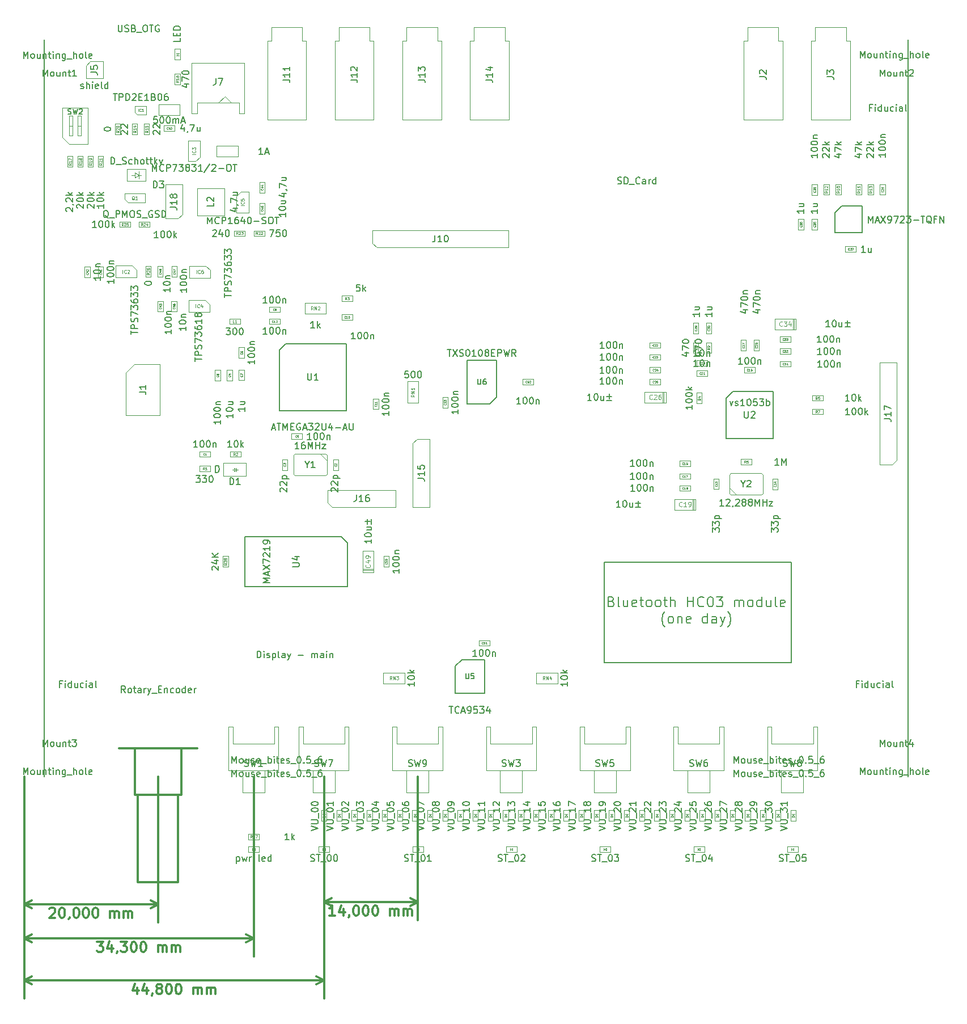
<source format=gbr>
G04 #@! TF.FileFunction,Other,Fab,Top*
%FSLAX46Y46*%
G04 Gerber Fmt 4.6, Leading zero omitted, Abs format (unit mm)*
G04 Created by KiCad (PCBNEW 4.0.7-e2-6376~58~ubuntu16.04.1) date Fri Nov  3 12:19:54 2017*
%MOMM*%
%LPD*%
G01*
G04 APERTURE LIST*
%ADD10C,0.100000*%
%ADD11C,0.200000*%
%ADD12C,0.300000*%
%ADD13C,0.150000*%
%ADD14C,0.075000*%
%ADD15C,0.105000*%
%ADD16C,0.062500*%
G04 APERTURE END LIST*
D10*
D11*
X87724929Y26173643D02*
X87939215Y26102214D01*
X88010643Y26030786D01*
X88082072Y25887929D01*
X88082072Y25673643D01*
X88010643Y25530786D01*
X87939215Y25459357D01*
X87796357Y25387929D01*
X87224929Y25387929D01*
X87224929Y26887929D01*
X87724929Y26887929D01*
X87867786Y26816500D01*
X87939215Y26745071D01*
X88010643Y26602214D01*
X88010643Y26459357D01*
X87939215Y26316500D01*
X87867786Y26245071D01*
X87724929Y26173643D01*
X87224929Y26173643D01*
X88939215Y25387929D02*
X88796357Y25459357D01*
X88724929Y25602214D01*
X88724929Y26887929D01*
X90153500Y26387929D02*
X90153500Y25387929D01*
X89510643Y26387929D02*
X89510643Y25602214D01*
X89582071Y25459357D01*
X89724929Y25387929D01*
X89939214Y25387929D01*
X90082071Y25459357D01*
X90153500Y25530786D01*
X91439214Y25459357D02*
X91296357Y25387929D01*
X91010643Y25387929D01*
X90867786Y25459357D01*
X90796357Y25602214D01*
X90796357Y26173643D01*
X90867786Y26316500D01*
X91010643Y26387929D01*
X91296357Y26387929D01*
X91439214Y26316500D01*
X91510643Y26173643D01*
X91510643Y26030786D01*
X90796357Y25887929D01*
X91939214Y26387929D02*
X92510643Y26387929D01*
X92153500Y26887929D02*
X92153500Y25602214D01*
X92224928Y25459357D01*
X92367786Y25387929D01*
X92510643Y25387929D01*
X93224929Y25387929D02*
X93082071Y25459357D01*
X93010643Y25530786D01*
X92939214Y25673643D01*
X92939214Y26102214D01*
X93010643Y26245071D01*
X93082071Y26316500D01*
X93224929Y26387929D01*
X93439214Y26387929D01*
X93582071Y26316500D01*
X93653500Y26245071D01*
X93724929Y26102214D01*
X93724929Y25673643D01*
X93653500Y25530786D01*
X93582071Y25459357D01*
X93439214Y25387929D01*
X93224929Y25387929D01*
X94582072Y25387929D02*
X94439214Y25459357D01*
X94367786Y25530786D01*
X94296357Y25673643D01*
X94296357Y26102214D01*
X94367786Y26245071D01*
X94439214Y26316500D01*
X94582072Y26387929D01*
X94796357Y26387929D01*
X94939214Y26316500D01*
X95010643Y26245071D01*
X95082072Y26102214D01*
X95082072Y25673643D01*
X95010643Y25530786D01*
X94939214Y25459357D01*
X94796357Y25387929D01*
X94582072Y25387929D01*
X95510643Y26387929D02*
X96082072Y26387929D01*
X95724929Y26887929D02*
X95724929Y25602214D01*
X95796357Y25459357D01*
X95939215Y25387929D01*
X96082072Y25387929D01*
X96582072Y25387929D02*
X96582072Y26887929D01*
X97224929Y25387929D02*
X97224929Y26173643D01*
X97153500Y26316500D01*
X97010643Y26387929D01*
X96796358Y26387929D01*
X96653500Y26316500D01*
X96582072Y26245071D01*
X99082072Y25387929D02*
X99082072Y26887929D01*
X99082072Y26173643D02*
X99939215Y26173643D01*
X99939215Y25387929D02*
X99939215Y26887929D01*
X101510644Y25530786D02*
X101439215Y25459357D01*
X101224929Y25387929D01*
X101082072Y25387929D01*
X100867787Y25459357D01*
X100724929Y25602214D01*
X100653501Y25745071D01*
X100582072Y26030786D01*
X100582072Y26245071D01*
X100653501Y26530786D01*
X100724929Y26673643D01*
X100867787Y26816500D01*
X101082072Y26887929D01*
X101224929Y26887929D01*
X101439215Y26816500D01*
X101510644Y26745071D01*
X102439215Y26887929D02*
X102582072Y26887929D01*
X102724929Y26816500D01*
X102796358Y26745071D01*
X102867787Y26602214D01*
X102939215Y26316500D01*
X102939215Y25959357D01*
X102867787Y25673643D01*
X102796358Y25530786D01*
X102724929Y25459357D01*
X102582072Y25387929D01*
X102439215Y25387929D01*
X102296358Y25459357D01*
X102224929Y25530786D01*
X102153501Y25673643D01*
X102082072Y25959357D01*
X102082072Y26316500D01*
X102153501Y26602214D01*
X102224929Y26745071D01*
X102296358Y26816500D01*
X102439215Y26887929D01*
X103439215Y26887929D02*
X104367786Y26887929D01*
X103867786Y26316500D01*
X104082072Y26316500D01*
X104224929Y26245071D01*
X104296358Y26173643D01*
X104367786Y26030786D01*
X104367786Y25673643D01*
X104296358Y25530786D01*
X104224929Y25459357D01*
X104082072Y25387929D01*
X103653500Y25387929D01*
X103510643Y25459357D01*
X103439215Y25530786D01*
X106153500Y25387929D02*
X106153500Y26387929D01*
X106153500Y26245071D02*
X106224928Y26316500D01*
X106367786Y26387929D01*
X106582071Y26387929D01*
X106724928Y26316500D01*
X106796357Y26173643D01*
X106796357Y25387929D01*
X106796357Y26173643D02*
X106867786Y26316500D01*
X107010643Y26387929D01*
X107224928Y26387929D01*
X107367786Y26316500D01*
X107439214Y26173643D01*
X107439214Y25387929D01*
X108367786Y25387929D02*
X108224928Y25459357D01*
X108153500Y25530786D01*
X108082071Y25673643D01*
X108082071Y26102214D01*
X108153500Y26245071D01*
X108224928Y26316500D01*
X108367786Y26387929D01*
X108582071Y26387929D01*
X108724928Y26316500D01*
X108796357Y26245071D01*
X108867786Y26102214D01*
X108867786Y25673643D01*
X108796357Y25530786D01*
X108724928Y25459357D01*
X108582071Y25387929D01*
X108367786Y25387929D01*
X110153500Y25387929D02*
X110153500Y26887929D01*
X110153500Y25459357D02*
X110010643Y25387929D01*
X109724929Y25387929D01*
X109582071Y25459357D01*
X109510643Y25530786D01*
X109439214Y25673643D01*
X109439214Y26102214D01*
X109510643Y26245071D01*
X109582071Y26316500D01*
X109724929Y26387929D01*
X110010643Y26387929D01*
X110153500Y26316500D01*
X111510643Y26387929D02*
X111510643Y25387929D01*
X110867786Y26387929D02*
X110867786Y25602214D01*
X110939214Y25459357D01*
X111082072Y25387929D01*
X111296357Y25387929D01*
X111439214Y25459357D01*
X111510643Y25530786D01*
X112439215Y25387929D02*
X112296357Y25459357D01*
X112224929Y25602214D01*
X112224929Y26887929D01*
X113582071Y25459357D02*
X113439214Y25387929D01*
X113153500Y25387929D01*
X113010643Y25459357D01*
X112939214Y25602214D01*
X112939214Y26173643D01*
X113010643Y26316500D01*
X113153500Y26387929D01*
X113439214Y26387929D01*
X113582071Y26316500D01*
X113653500Y26173643D01*
X113653500Y26030786D01*
X112939214Y25887929D01*
X95689214Y22366500D02*
X95617786Y22437929D01*
X95474929Y22652214D01*
X95403500Y22795071D01*
X95332071Y23009357D01*
X95260643Y23366500D01*
X95260643Y23652214D01*
X95332071Y24009357D01*
X95403500Y24223643D01*
X95474929Y24366500D01*
X95617786Y24580786D01*
X95689214Y24652214D01*
X96474929Y22937929D02*
X96332071Y23009357D01*
X96260643Y23080786D01*
X96189214Y23223643D01*
X96189214Y23652214D01*
X96260643Y23795071D01*
X96332071Y23866500D01*
X96474929Y23937929D01*
X96689214Y23937929D01*
X96832071Y23866500D01*
X96903500Y23795071D01*
X96974929Y23652214D01*
X96974929Y23223643D01*
X96903500Y23080786D01*
X96832071Y23009357D01*
X96689214Y22937929D01*
X96474929Y22937929D01*
X97617786Y23937929D02*
X97617786Y22937929D01*
X97617786Y23795071D02*
X97689214Y23866500D01*
X97832072Y23937929D01*
X98046357Y23937929D01*
X98189214Y23866500D01*
X98260643Y23723643D01*
X98260643Y22937929D01*
X99546357Y23009357D02*
X99403500Y22937929D01*
X99117786Y22937929D01*
X98974929Y23009357D01*
X98903500Y23152214D01*
X98903500Y23723643D01*
X98974929Y23866500D01*
X99117786Y23937929D01*
X99403500Y23937929D01*
X99546357Y23866500D01*
X99617786Y23723643D01*
X99617786Y23580786D01*
X98903500Y23437929D01*
X102046357Y22937929D02*
X102046357Y24437929D01*
X102046357Y23009357D02*
X101903500Y22937929D01*
X101617786Y22937929D01*
X101474928Y23009357D01*
X101403500Y23080786D01*
X101332071Y23223643D01*
X101332071Y23652214D01*
X101403500Y23795071D01*
X101474928Y23866500D01*
X101617786Y23937929D01*
X101903500Y23937929D01*
X102046357Y23866500D01*
X103403500Y22937929D02*
X103403500Y23723643D01*
X103332071Y23866500D01*
X103189214Y23937929D01*
X102903500Y23937929D01*
X102760643Y23866500D01*
X103403500Y23009357D02*
X103260643Y22937929D01*
X102903500Y22937929D01*
X102760643Y23009357D01*
X102689214Y23152214D01*
X102689214Y23295071D01*
X102760643Y23437929D01*
X102903500Y23509357D01*
X103260643Y23509357D01*
X103403500Y23580786D01*
X103974929Y23937929D02*
X104332072Y22937929D01*
X104689214Y23937929D02*
X104332072Y22937929D01*
X104189214Y22580786D01*
X104117786Y22509357D01*
X103974929Y22437929D01*
X105117786Y22366500D02*
X105189214Y22437929D01*
X105332071Y22652214D01*
X105403500Y22795071D01*
X105474929Y23009357D01*
X105546357Y23366500D01*
X105546357Y23652214D01*
X105474929Y24009357D01*
X105403500Y24223643D01*
X105332071Y24366500D01*
X105189214Y24580786D01*
X105117786Y24652214D01*
D12*
X46442858Y-20728571D02*
X45585715Y-20728571D01*
X46014287Y-20728571D02*
X46014287Y-19228571D01*
X45871430Y-19442857D01*
X45728572Y-19585714D01*
X45585715Y-19657143D01*
X47728572Y-19728571D02*
X47728572Y-20728571D01*
X47371429Y-19157143D02*
X47014286Y-20228571D01*
X47942858Y-20228571D01*
X48585714Y-20657143D02*
X48585714Y-20728571D01*
X48514286Y-20871429D01*
X48442857Y-20942857D01*
X49514286Y-19228571D02*
X49657143Y-19228571D01*
X49800000Y-19300000D01*
X49871429Y-19371429D01*
X49942858Y-19514286D01*
X50014286Y-19800000D01*
X50014286Y-20157143D01*
X49942858Y-20442857D01*
X49871429Y-20585714D01*
X49800000Y-20657143D01*
X49657143Y-20728571D01*
X49514286Y-20728571D01*
X49371429Y-20657143D01*
X49300000Y-20585714D01*
X49228572Y-20442857D01*
X49157143Y-20157143D01*
X49157143Y-19800000D01*
X49228572Y-19514286D01*
X49300000Y-19371429D01*
X49371429Y-19300000D01*
X49514286Y-19228571D01*
X50942857Y-19228571D02*
X51085714Y-19228571D01*
X51228571Y-19300000D01*
X51300000Y-19371429D01*
X51371429Y-19514286D01*
X51442857Y-19800000D01*
X51442857Y-20157143D01*
X51371429Y-20442857D01*
X51300000Y-20585714D01*
X51228571Y-20657143D01*
X51085714Y-20728571D01*
X50942857Y-20728571D01*
X50800000Y-20657143D01*
X50728571Y-20585714D01*
X50657143Y-20442857D01*
X50585714Y-20157143D01*
X50585714Y-19800000D01*
X50657143Y-19514286D01*
X50728571Y-19371429D01*
X50800000Y-19300000D01*
X50942857Y-19228571D01*
X52371428Y-19228571D02*
X52514285Y-19228571D01*
X52657142Y-19300000D01*
X52728571Y-19371429D01*
X52800000Y-19514286D01*
X52871428Y-19800000D01*
X52871428Y-20157143D01*
X52800000Y-20442857D01*
X52728571Y-20585714D01*
X52657142Y-20657143D01*
X52514285Y-20728571D01*
X52371428Y-20728571D01*
X52228571Y-20657143D01*
X52157142Y-20585714D01*
X52085714Y-20442857D01*
X52014285Y-20157143D01*
X52014285Y-19800000D01*
X52085714Y-19514286D01*
X52157142Y-19371429D01*
X52228571Y-19300000D01*
X52371428Y-19228571D01*
X54657142Y-20728571D02*
X54657142Y-19728571D01*
X54657142Y-19871429D02*
X54728570Y-19800000D01*
X54871428Y-19728571D01*
X55085713Y-19728571D01*
X55228570Y-19800000D01*
X55299999Y-19942857D01*
X55299999Y-20728571D01*
X55299999Y-19942857D02*
X55371428Y-19800000D01*
X55514285Y-19728571D01*
X55728570Y-19728571D01*
X55871428Y-19800000D01*
X55942856Y-19942857D01*
X55942856Y-20728571D01*
X56657142Y-20728571D02*
X56657142Y-19728571D01*
X56657142Y-19871429D02*
X56728570Y-19800000D01*
X56871428Y-19728571D01*
X57085713Y-19728571D01*
X57228570Y-19800000D01*
X57299999Y-19942857D01*
X57299999Y-20728571D01*
X57299999Y-19942857D02*
X57371428Y-19800000D01*
X57514285Y-19728571D01*
X57728570Y-19728571D01*
X57871428Y-19800000D01*
X57942856Y-19942857D01*
X57942856Y-20728571D01*
X58800000Y-18700000D02*
X44800000Y-18700000D01*
X58800000Y0D02*
X58800000Y-21400000D01*
X44800000Y0D02*
X44800000Y-21400000D01*
X44800000Y-18700000D02*
X45926504Y-18113579D01*
X44800000Y-18700000D02*
X45926504Y-19286421D01*
X58800000Y-18700000D02*
X57673496Y-18113579D01*
X58800000Y-18700000D02*
X57673496Y-19286421D01*
X16900001Y-31428571D02*
X16900001Y-32428571D01*
X16542858Y-30857143D02*
X16185715Y-31928571D01*
X17114287Y-31928571D01*
X18328572Y-31428571D02*
X18328572Y-32428571D01*
X17971429Y-30857143D02*
X17614286Y-31928571D01*
X18542858Y-31928571D01*
X19185714Y-32357143D02*
X19185714Y-32428571D01*
X19114286Y-32571429D01*
X19042857Y-32642857D01*
X20042858Y-31571429D02*
X19900000Y-31500000D01*
X19828572Y-31428571D01*
X19757143Y-31285714D01*
X19757143Y-31214286D01*
X19828572Y-31071429D01*
X19900000Y-31000000D01*
X20042858Y-30928571D01*
X20328572Y-30928571D01*
X20471429Y-31000000D01*
X20542858Y-31071429D01*
X20614286Y-31214286D01*
X20614286Y-31285714D01*
X20542858Y-31428571D01*
X20471429Y-31500000D01*
X20328572Y-31571429D01*
X20042858Y-31571429D01*
X19900000Y-31642857D01*
X19828572Y-31714286D01*
X19757143Y-31857143D01*
X19757143Y-32142857D01*
X19828572Y-32285714D01*
X19900000Y-32357143D01*
X20042858Y-32428571D01*
X20328572Y-32428571D01*
X20471429Y-32357143D01*
X20542858Y-32285714D01*
X20614286Y-32142857D01*
X20614286Y-31857143D01*
X20542858Y-31714286D01*
X20471429Y-31642857D01*
X20328572Y-31571429D01*
X21542857Y-30928571D02*
X21685714Y-30928571D01*
X21828571Y-31000000D01*
X21900000Y-31071429D01*
X21971429Y-31214286D01*
X22042857Y-31500000D01*
X22042857Y-31857143D01*
X21971429Y-32142857D01*
X21900000Y-32285714D01*
X21828571Y-32357143D01*
X21685714Y-32428571D01*
X21542857Y-32428571D01*
X21400000Y-32357143D01*
X21328571Y-32285714D01*
X21257143Y-32142857D01*
X21185714Y-31857143D01*
X21185714Y-31500000D01*
X21257143Y-31214286D01*
X21328571Y-31071429D01*
X21400000Y-31000000D01*
X21542857Y-30928571D01*
X22971428Y-30928571D02*
X23114285Y-30928571D01*
X23257142Y-31000000D01*
X23328571Y-31071429D01*
X23400000Y-31214286D01*
X23471428Y-31500000D01*
X23471428Y-31857143D01*
X23400000Y-32142857D01*
X23328571Y-32285714D01*
X23257142Y-32357143D01*
X23114285Y-32428571D01*
X22971428Y-32428571D01*
X22828571Y-32357143D01*
X22757142Y-32285714D01*
X22685714Y-32142857D01*
X22614285Y-31857143D01*
X22614285Y-31500000D01*
X22685714Y-31214286D01*
X22757142Y-31071429D01*
X22828571Y-31000000D01*
X22971428Y-30928571D01*
X25257142Y-32428571D02*
X25257142Y-31428571D01*
X25257142Y-31571429D02*
X25328570Y-31500000D01*
X25471428Y-31428571D01*
X25685713Y-31428571D01*
X25828570Y-31500000D01*
X25899999Y-31642857D01*
X25899999Y-32428571D01*
X25899999Y-31642857D02*
X25971428Y-31500000D01*
X26114285Y-31428571D01*
X26328570Y-31428571D01*
X26471428Y-31500000D01*
X26542856Y-31642857D01*
X26542856Y-32428571D01*
X27257142Y-32428571D02*
X27257142Y-31428571D01*
X27257142Y-31571429D02*
X27328570Y-31500000D01*
X27471428Y-31428571D01*
X27685713Y-31428571D01*
X27828570Y-31500000D01*
X27899999Y-31642857D01*
X27899999Y-32428571D01*
X27899999Y-31642857D02*
X27971428Y-31500000D01*
X28114285Y-31428571D01*
X28328570Y-31428571D01*
X28471428Y-31500000D01*
X28542856Y-31642857D01*
X28542856Y-32428571D01*
X0Y-30400000D02*
X44800000Y-30400000D01*
X0Y0D02*
X0Y-33100000D01*
X44800000Y0D02*
X44800000Y-33100000D01*
X44800000Y-30400000D02*
X43673496Y-30986421D01*
X44800000Y-30400000D02*
X43673496Y-29813579D01*
X0Y-30400000D02*
X1126504Y-30986421D01*
X0Y-30400000D02*
X1126504Y-29813579D01*
X10864287Y-24628571D02*
X11792858Y-24628571D01*
X11292858Y-25200000D01*
X11507144Y-25200000D01*
X11650001Y-25271429D01*
X11721430Y-25342857D01*
X11792858Y-25485714D01*
X11792858Y-25842857D01*
X11721430Y-25985714D01*
X11650001Y-26057143D01*
X11507144Y-26128571D01*
X11078572Y-26128571D01*
X10935715Y-26057143D01*
X10864287Y-25985714D01*
X13078572Y-25128571D02*
X13078572Y-26128571D01*
X12721429Y-24557143D02*
X12364286Y-25628571D01*
X13292858Y-25628571D01*
X13935714Y-26057143D02*
X13935714Y-26128571D01*
X13864286Y-26271429D01*
X13792857Y-26342857D01*
X14435715Y-24628571D02*
X15364286Y-24628571D01*
X14864286Y-25200000D01*
X15078572Y-25200000D01*
X15221429Y-25271429D01*
X15292858Y-25342857D01*
X15364286Y-25485714D01*
X15364286Y-25842857D01*
X15292858Y-25985714D01*
X15221429Y-26057143D01*
X15078572Y-26128571D01*
X14650000Y-26128571D01*
X14507143Y-26057143D01*
X14435715Y-25985714D01*
X16292857Y-24628571D02*
X16435714Y-24628571D01*
X16578571Y-24700000D01*
X16650000Y-24771429D01*
X16721429Y-24914286D01*
X16792857Y-25200000D01*
X16792857Y-25557143D01*
X16721429Y-25842857D01*
X16650000Y-25985714D01*
X16578571Y-26057143D01*
X16435714Y-26128571D01*
X16292857Y-26128571D01*
X16150000Y-26057143D01*
X16078571Y-25985714D01*
X16007143Y-25842857D01*
X15935714Y-25557143D01*
X15935714Y-25200000D01*
X16007143Y-24914286D01*
X16078571Y-24771429D01*
X16150000Y-24700000D01*
X16292857Y-24628571D01*
X17721428Y-24628571D02*
X17864285Y-24628571D01*
X18007142Y-24700000D01*
X18078571Y-24771429D01*
X18150000Y-24914286D01*
X18221428Y-25200000D01*
X18221428Y-25557143D01*
X18150000Y-25842857D01*
X18078571Y-25985714D01*
X18007142Y-26057143D01*
X17864285Y-26128571D01*
X17721428Y-26128571D01*
X17578571Y-26057143D01*
X17507142Y-25985714D01*
X17435714Y-25842857D01*
X17364285Y-25557143D01*
X17364285Y-25200000D01*
X17435714Y-24914286D01*
X17507142Y-24771429D01*
X17578571Y-24700000D01*
X17721428Y-24628571D01*
X20007142Y-26128571D02*
X20007142Y-25128571D01*
X20007142Y-25271429D02*
X20078570Y-25200000D01*
X20221428Y-25128571D01*
X20435713Y-25128571D01*
X20578570Y-25200000D01*
X20649999Y-25342857D01*
X20649999Y-26128571D01*
X20649999Y-25342857D02*
X20721428Y-25200000D01*
X20864285Y-25128571D01*
X21078570Y-25128571D01*
X21221428Y-25200000D01*
X21292856Y-25342857D01*
X21292856Y-26128571D01*
X22007142Y-26128571D02*
X22007142Y-25128571D01*
X22007142Y-25271429D02*
X22078570Y-25200000D01*
X22221428Y-25128571D01*
X22435713Y-25128571D01*
X22578570Y-25200000D01*
X22649999Y-25342857D01*
X22649999Y-26128571D01*
X22649999Y-25342857D02*
X22721428Y-25200000D01*
X22864285Y-25128571D01*
X23078570Y-25128571D01*
X23221428Y-25200000D01*
X23292856Y-25342857D01*
X23292856Y-26128571D01*
X0Y-24100000D02*
X34300000Y-24100000D01*
X0Y0D02*
X0Y-26800000D01*
X34300000Y0D02*
X34300000Y-26800000D01*
X34300000Y-24100000D02*
X33173496Y-24686421D01*
X34300000Y-24100000D02*
X33173496Y-23513579D01*
X0Y-24100000D02*
X1126504Y-24686421D01*
X0Y-24100000D02*
X1126504Y-23513579D01*
X3785715Y-19671429D02*
X3857144Y-19600000D01*
X4000001Y-19528571D01*
X4357144Y-19528571D01*
X4500001Y-19600000D01*
X4571430Y-19671429D01*
X4642858Y-19814286D01*
X4642858Y-19957143D01*
X4571430Y-20171429D01*
X3714287Y-21028571D01*
X4642858Y-21028571D01*
X5571429Y-19528571D02*
X5714286Y-19528571D01*
X5857143Y-19600000D01*
X5928572Y-19671429D01*
X6000001Y-19814286D01*
X6071429Y-20100000D01*
X6071429Y-20457143D01*
X6000001Y-20742857D01*
X5928572Y-20885714D01*
X5857143Y-20957143D01*
X5714286Y-21028571D01*
X5571429Y-21028571D01*
X5428572Y-20957143D01*
X5357143Y-20885714D01*
X5285715Y-20742857D01*
X5214286Y-20457143D01*
X5214286Y-20100000D01*
X5285715Y-19814286D01*
X5357143Y-19671429D01*
X5428572Y-19600000D01*
X5571429Y-19528571D01*
X6785714Y-20957143D02*
X6785714Y-21028571D01*
X6714286Y-21171429D01*
X6642857Y-21242857D01*
X7714286Y-19528571D02*
X7857143Y-19528571D01*
X8000000Y-19600000D01*
X8071429Y-19671429D01*
X8142858Y-19814286D01*
X8214286Y-20100000D01*
X8214286Y-20457143D01*
X8142858Y-20742857D01*
X8071429Y-20885714D01*
X8000000Y-20957143D01*
X7857143Y-21028571D01*
X7714286Y-21028571D01*
X7571429Y-20957143D01*
X7500000Y-20885714D01*
X7428572Y-20742857D01*
X7357143Y-20457143D01*
X7357143Y-20100000D01*
X7428572Y-19814286D01*
X7500000Y-19671429D01*
X7571429Y-19600000D01*
X7714286Y-19528571D01*
X9142857Y-19528571D02*
X9285714Y-19528571D01*
X9428571Y-19600000D01*
X9500000Y-19671429D01*
X9571429Y-19814286D01*
X9642857Y-20100000D01*
X9642857Y-20457143D01*
X9571429Y-20742857D01*
X9500000Y-20885714D01*
X9428571Y-20957143D01*
X9285714Y-21028571D01*
X9142857Y-21028571D01*
X9000000Y-20957143D01*
X8928571Y-20885714D01*
X8857143Y-20742857D01*
X8785714Y-20457143D01*
X8785714Y-20100000D01*
X8857143Y-19814286D01*
X8928571Y-19671429D01*
X9000000Y-19600000D01*
X9142857Y-19528571D01*
X10571428Y-19528571D02*
X10714285Y-19528571D01*
X10857142Y-19600000D01*
X10928571Y-19671429D01*
X11000000Y-19814286D01*
X11071428Y-20100000D01*
X11071428Y-20457143D01*
X11000000Y-20742857D01*
X10928571Y-20885714D01*
X10857142Y-20957143D01*
X10714285Y-21028571D01*
X10571428Y-21028571D01*
X10428571Y-20957143D01*
X10357142Y-20885714D01*
X10285714Y-20742857D01*
X10214285Y-20457143D01*
X10214285Y-20100000D01*
X10285714Y-19814286D01*
X10357142Y-19671429D01*
X10428571Y-19600000D01*
X10571428Y-19528571D01*
X12857142Y-21028571D02*
X12857142Y-20028571D01*
X12857142Y-20171429D02*
X12928570Y-20100000D01*
X13071428Y-20028571D01*
X13285713Y-20028571D01*
X13428570Y-20100000D01*
X13499999Y-20242857D01*
X13499999Y-21028571D01*
X13499999Y-20242857D02*
X13571428Y-20100000D01*
X13714285Y-20028571D01*
X13928570Y-20028571D01*
X14071428Y-20100000D01*
X14142856Y-20242857D01*
X14142856Y-21028571D01*
X14857142Y-21028571D02*
X14857142Y-20028571D01*
X14857142Y-20171429D02*
X14928570Y-20100000D01*
X15071428Y-20028571D01*
X15285713Y-20028571D01*
X15428570Y-20100000D01*
X15499999Y-20242857D01*
X15499999Y-21028571D01*
X15499999Y-20242857D02*
X15571428Y-20100000D01*
X15714285Y-20028571D01*
X15928570Y-20028571D01*
X16071428Y-20100000D01*
X16142856Y-20242857D01*
X16142856Y-21028571D01*
X0Y-19000000D02*
X20000000Y-19000000D01*
X0Y0D02*
X0Y-21700000D01*
X20000000Y0D02*
X20000000Y-21700000D01*
X20000000Y-19000000D02*
X18873496Y-19586421D01*
X20000000Y-19000000D02*
X18873496Y-18413579D01*
X0Y-19000000D02*
X1126504Y-19586421D01*
X0Y-19000000D02*
X1126504Y-18413579D01*
D11*
X86617500Y32015500D02*
X86617500Y17015500D01*
X114617500Y32015500D02*
X86617500Y32015500D01*
X114617500Y17015500D02*
X114617500Y32015500D01*
X86617500Y17015500D02*
X114617500Y17015500D01*
X132000000Y0D02*
X132000000Y110000000D01*
X3000000Y110000000D02*
X3000000Y0D01*
D12*
X17000000Y-15700000D02*
X17000000Y-2700000D01*
X23000000Y-15700000D02*
X17000000Y-15700000D01*
X23000000Y-2700000D02*
X23000000Y-15700000D01*
X16500000Y-2700000D02*
X16500000Y4300000D01*
X23500000Y-2700000D02*
X16500000Y-2700000D01*
X23500000Y4300000D02*
X23500000Y-2700000D01*
X25850000Y4300000D02*
X14150000Y4300000D01*
D10*
X27809500Y47746000D02*
X26209500Y47746000D01*
X26209500Y47746000D02*
X26209500Y48546000D01*
X26209500Y48546000D02*
X27809500Y48546000D01*
X27809500Y48546000D02*
X27809500Y47746000D01*
X46931500Y47362000D02*
X46931500Y45762000D01*
X46931500Y45762000D02*
X46131500Y45762000D01*
X46131500Y45762000D02*
X46131500Y47362000D01*
X46131500Y47362000D02*
X46931500Y47362000D01*
X38511500Y45786000D02*
X38511500Y47386000D01*
X38511500Y47386000D02*
X39311500Y47386000D01*
X39311500Y47386000D02*
X39311500Y45786000D01*
X39311500Y45786000D02*
X38511500Y45786000D01*
X31080500Y60745000D02*
X31080500Y59145000D01*
X31080500Y59145000D02*
X30280500Y59145000D01*
X30280500Y59145000D02*
X30280500Y60745000D01*
X30280500Y60745000D02*
X31080500Y60745000D01*
X29302500Y60745000D02*
X29302500Y59145000D01*
X29302500Y59145000D02*
X28502500Y59145000D01*
X28502500Y59145000D02*
X28502500Y60745000D01*
X28502500Y60745000D02*
X29302500Y60745000D01*
X32058500Y59169000D02*
X32058500Y60769000D01*
X32058500Y60769000D02*
X32858500Y60769000D01*
X32858500Y60769000D02*
X32858500Y59169000D01*
X32858500Y59169000D02*
X32058500Y59169000D01*
X36623500Y70136000D02*
X38223500Y70136000D01*
X38223500Y70136000D02*
X38223500Y69336000D01*
X38223500Y69336000D02*
X36623500Y69336000D01*
X36623500Y69336000D02*
X36623500Y70136000D01*
X41525500Y50413000D02*
X39925500Y50413000D01*
X39925500Y50413000D02*
X39925500Y51213000D01*
X39925500Y51213000D02*
X41525500Y51213000D01*
X41525500Y51213000D02*
X41525500Y50413000D01*
X49018500Y68193000D02*
X47418500Y68193000D01*
X47418500Y68193000D02*
X47418500Y68993000D01*
X47418500Y68993000D02*
X49018500Y68993000D01*
X49018500Y68993000D02*
X49018500Y68193000D01*
X52124500Y54851000D02*
X52124500Y56451000D01*
X52124500Y56451000D02*
X52924500Y56451000D01*
X52924500Y56451000D02*
X52924500Y54851000D01*
X52924500Y54851000D02*
X52124500Y54851000D01*
X36599500Y68358000D02*
X38199500Y68358000D01*
X38199500Y68358000D02*
X38199500Y67558000D01*
X38199500Y67558000D02*
X36599500Y67558000D01*
X36599500Y67558000D02*
X36599500Y68358000D01*
X102988000Y42913000D02*
X102988000Y44513000D01*
X102988000Y44513000D02*
X103788000Y44513000D01*
X103788000Y44513000D02*
X103788000Y42913000D01*
X103788000Y42913000D02*
X102988000Y42913000D01*
X112551000Y44501000D02*
X112551000Y42901000D01*
X112551000Y42901000D02*
X111751000Y42901000D01*
X111751000Y42901000D02*
X111751000Y44501000D01*
X111751000Y44501000D02*
X112551000Y44501000D01*
X107529000Y61119000D02*
X109129000Y61119000D01*
X109129000Y61119000D02*
X109129000Y60319000D01*
X109129000Y60319000D02*
X107529000Y60319000D01*
X107529000Y60319000D02*
X107529000Y61119000D01*
X99477000Y46349000D02*
X97877000Y46349000D01*
X97877000Y46349000D02*
X97877000Y47149000D01*
X97877000Y47149000D02*
X99477000Y47149000D01*
X99477000Y47149000D02*
X99477000Y46349000D01*
X99477000Y44444000D02*
X97877000Y44444000D01*
X97877000Y44444000D02*
X97877000Y45244000D01*
X97877000Y45244000D02*
X99477000Y45244000D01*
X99477000Y45244000D02*
X99477000Y44444000D01*
X99477000Y42666000D02*
X97877000Y42666000D01*
X97877000Y42666000D02*
X97877000Y43466000D01*
X97877000Y43466000D02*
X99477000Y43466000D01*
X99477000Y43466000D02*
X99477000Y42666000D01*
X100311000Y39853000D02*
X100311000Y41453000D01*
X100311000Y41453000D02*
X97111000Y41453000D01*
X97111000Y41453000D02*
X97111000Y39853000D01*
X97111000Y39853000D02*
X100311000Y39853000D01*
X99991000Y39853000D02*
X99991000Y41453000D01*
X99831000Y39853000D02*
X99831000Y41453000D01*
X102041000Y61335000D02*
X100441000Y61335000D01*
X100441000Y61335000D02*
X100441000Y62135000D01*
X100441000Y62135000D02*
X102041000Y62135000D01*
X102041000Y62135000D02*
X102041000Y61335000D01*
X102041000Y59811000D02*
X100441000Y59811000D01*
X100441000Y59811000D02*
X100441000Y60611000D01*
X100441000Y60611000D02*
X102041000Y60611000D01*
X102041000Y60611000D02*
X102041000Y59811000D01*
X95056000Y64002000D02*
X93456000Y64002000D01*
X93456000Y64002000D02*
X93456000Y64802000D01*
X93456000Y64802000D02*
X95056000Y64802000D01*
X95056000Y64802000D02*
X95056000Y64002000D01*
X95056000Y62224000D02*
X93456000Y62224000D01*
X93456000Y62224000D02*
X93456000Y63024000D01*
X93456000Y63024000D02*
X95056000Y63024000D01*
X95056000Y63024000D02*
X95056000Y62224000D01*
X95056000Y60319000D02*
X93456000Y60319000D01*
X93456000Y60319000D02*
X93456000Y61119000D01*
X93456000Y61119000D02*
X95056000Y61119000D01*
X95056000Y61119000D02*
X95056000Y60319000D01*
X95056000Y58541000D02*
X93456000Y58541000D01*
X93456000Y58541000D02*
X93456000Y59341000D01*
X93456000Y59341000D02*
X95056000Y59341000D01*
X95056000Y59341000D02*
X95056000Y58541000D01*
X95866000Y55855000D02*
X95866000Y57455000D01*
X95866000Y57455000D02*
X92666000Y57455000D01*
X92666000Y57455000D02*
X92666000Y55855000D01*
X92666000Y55855000D02*
X95866000Y55855000D01*
X95546000Y55855000D02*
X95546000Y57455000D01*
X95386000Y55855000D02*
X95386000Y57455000D01*
X107852000Y65202000D02*
X107852000Y63602000D01*
X107852000Y63602000D02*
X107052000Y63602000D01*
X107052000Y63602000D02*
X107052000Y65202000D01*
X107052000Y65202000D02*
X107852000Y65202000D01*
X109757000Y65190000D02*
X109757000Y63590000D01*
X109757000Y63590000D02*
X108957000Y63590000D01*
X108957000Y63590000D02*
X108957000Y65190000D01*
X108957000Y65190000D02*
X109757000Y65190000D01*
X99940000Y66154000D02*
X99940000Y67754000D01*
X99940000Y67754000D02*
X100740000Y67754000D01*
X100740000Y67754000D02*
X100740000Y66154000D01*
X100740000Y66154000D02*
X99940000Y66154000D01*
X101845000Y66154000D02*
X101845000Y67754000D01*
X101845000Y67754000D02*
X102645000Y67754000D01*
X102645000Y67754000D02*
X102645000Y66154000D01*
X102645000Y66154000D02*
X101845000Y66154000D01*
X114487000Y61208000D02*
X112887000Y61208000D01*
X112887000Y61208000D02*
X112887000Y62008000D01*
X112887000Y62008000D02*
X114487000Y62008000D01*
X114487000Y62008000D02*
X114487000Y61208000D01*
X114463000Y63113000D02*
X112863000Y63113000D01*
X112863000Y63113000D02*
X112863000Y63913000D01*
X112863000Y63913000D02*
X114463000Y63913000D01*
X114463000Y63913000D02*
X114463000Y63113000D01*
X114463000Y64891000D02*
X112863000Y64891000D01*
X112863000Y64891000D02*
X112863000Y65691000D01*
X112863000Y65691000D02*
X114463000Y65691000D01*
X114463000Y65691000D02*
X114463000Y64891000D01*
X115297000Y66777000D02*
X115297000Y68377000D01*
X115297000Y68377000D02*
X112097000Y68377000D01*
X112097000Y68377000D02*
X112097000Y66777000D01*
X112097000Y66777000D02*
X115297000Y66777000D01*
X114977000Y66777000D02*
X114977000Y68377000D01*
X114817000Y66777000D02*
X114817000Y68377000D01*
X115624500Y81648000D02*
X115624500Y83248000D01*
X115624500Y83248000D02*
X116424500Y83248000D01*
X116424500Y83248000D02*
X116424500Y81648000D01*
X116424500Y81648000D02*
X115624500Y81648000D01*
X118456500Y83248000D02*
X118456500Y81648000D01*
X118456500Y81648000D02*
X117656500Y81648000D01*
X117656500Y81648000D02*
X117656500Y83248000D01*
X117656500Y83248000D02*
X118456500Y83248000D01*
X122653300Y79153000D02*
X124253300Y79153000D01*
X124253300Y79153000D02*
X124253300Y78353000D01*
X124253300Y78353000D02*
X122653300Y78353000D01*
X122653300Y78353000D02*
X122653300Y79153000D01*
X118456500Y88431000D02*
X118456500Y86831000D01*
X118456500Y86831000D02*
X117656500Y86831000D01*
X117656500Y86831000D02*
X117656500Y88431000D01*
X117656500Y88431000D02*
X118456500Y88431000D01*
X128616500Y88455000D02*
X128616500Y86855000D01*
X128616500Y86855000D02*
X127816500Y86855000D01*
X127816500Y86855000D02*
X127816500Y88455000D01*
X127816500Y88455000D02*
X128616500Y88455000D01*
X22463500Y96387000D02*
X20863500Y96387000D01*
X20863500Y96387000D02*
X20863500Y97187000D01*
X20863500Y97187000D02*
X22463500Y97187000D01*
X22463500Y97187000D02*
X22463500Y96387000D01*
X11030400Y74561400D02*
X11030400Y76161400D01*
X11030400Y76161400D02*
X11830400Y76161400D01*
X11830400Y76161400D02*
X11830400Y74561400D01*
X11830400Y74561400D02*
X11030400Y74561400D01*
X9022400Y74561400D02*
X9022400Y76161400D01*
X9022400Y76161400D02*
X9822400Y76161400D01*
X9822400Y76161400D02*
X9822400Y74561400D01*
X9822400Y74561400D02*
X9022400Y74561400D01*
X19944400Y69417900D02*
X19944400Y71017900D01*
X19944400Y71017900D02*
X20744400Y71017900D01*
X20744400Y71017900D02*
X20744400Y69417900D01*
X20744400Y69417900D02*
X19944400Y69417900D01*
X35133600Y87161200D02*
X35133600Y88761200D01*
X35133600Y88761200D02*
X35933600Y88761200D01*
X35933600Y88761200D02*
X35933600Y87161200D01*
X35933600Y87161200D02*
X35133600Y87161200D01*
X21976400Y69417900D02*
X21976400Y71017900D01*
X21976400Y71017900D02*
X22776400Y71017900D01*
X22776400Y71017900D02*
X22776400Y69417900D01*
X22776400Y69417900D02*
X21976400Y69417900D01*
X35933600Y85610200D02*
X35933600Y84010200D01*
X35933600Y84010200D02*
X35133600Y84010200D01*
X35133600Y84010200D02*
X35133600Y85610200D01*
X35133600Y85610200D02*
X35933600Y85610200D01*
X50575000Y30525000D02*
X52175000Y30525000D01*
X52175000Y30525000D02*
X52175000Y33725000D01*
X52175000Y33725000D02*
X50575000Y33725000D01*
X50575000Y33725000D02*
X50575000Y30525000D01*
X50575000Y30845000D02*
X52175000Y30845000D01*
X50575000Y31005000D02*
X52175000Y31005000D01*
X53675000Y31325000D02*
X53675000Y32925000D01*
X53675000Y32925000D02*
X54475000Y32925000D01*
X54475000Y32925000D02*
X54475000Y31325000D01*
X54475000Y31325000D02*
X53675000Y31325000D01*
X67917000Y20352000D02*
X69517000Y20352000D01*
X69517000Y20352000D02*
X69517000Y19552000D01*
X69517000Y19552000D02*
X67917000Y19552000D01*
X67917000Y19552000D02*
X67917000Y20352000D01*
X74457500Y59341000D02*
X76057500Y59341000D01*
X76057500Y59341000D02*
X76057500Y58541000D01*
X76057500Y58541000D02*
X74457500Y58541000D01*
X74457500Y58541000D02*
X74457500Y59341000D01*
X62475000Y55093000D02*
X62475000Y56693000D01*
X62475000Y56693000D02*
X63275000Y56693000D01*
X63275000Y56693000D02*
X63275000Y55093000D01*
X63275000Y55093000D02*
X62475000Y55093000D01*
X31720500Y45606000D02*
X31720500Y46114000D01*
X31339500Y45860000D02*
X31085500Y45860000D01*
X31720500Y45860000D02*
X31974500Y45860000D01*
X31339500Y46114000D02*
X31720500Y45860000D01*
X31339500Y45606000D02*
X31339500Y46114000D01*
X31720500Y45860000D02*
X31339500Y45606000D01*
X33166500Y46810000D02*
X33166500Y44910000D01*
X29766500Y46810000D02*
X33166500Y46810000D01*
X29766500Y44910000D02*
X29766500Y46810000D01*
X33166500Y44910000D02*
X29766500Y44910000D01*
X22705500Y107636000D02*
X23105500Y107636000D01*
X22905500Y107686000D02*
X22705500Y107986000D01*
X23105500Y107986000D02*
X22905500Y107686000D01*
X22705500Y107986000D02*
X23105500Y107986000D01*
X23305500Y108636000D02*
X23305500Y107036000D01*
X22505500Y108636000D02*
X23305500Y108636000D01*
X22505500Y107036000D02*
X22505500Y108636000D01*
X23305500Y107036000D02*
X22505500Y107036000D01*
X16513000Y89802000D02*
X16013000Y89802000D01*
X16513000Y90202000D02*
X17113000Y89802000D01*
X16513000Y89402000D02*
X16513000Y90202000D01*
X17113000Y89802000D02*
X16513000Y89402000D01*
X17113000Y89802000D02*
X17113000Y90352000D01*
X17113000Y89802000D02*
X17113000Y89252000D01*
X17513000Y89802000D02*
X17113000Y89802000D01*
X18163000Y90702000D02*
X18163000Y88902000D01*
X15363000Y90702000D02*
X18163000Y90702000D01*
X15363000Y88902000D02*
X15363000Y90702000D01*
X18163000Y88902000D02*
X15363000Y88902000D01*
X34100000Y-10600000D02*
X34100000Y-11000000D01*
X34150000Y-10800000D02*
X34450000Y-10600000D01*
X34450000Y-11000000D02*
X34150000Y-10800000D01*
X34450000Y-10600000D02*
X34450000Y-11000000D01*
X35100000Y-11200000D02*
X33500000Y-11200000D01*
X35100000Y-10400000D02*
X35100000Y-11200000D01*
X33500000Y-10400000D02*
X35100000Y-10400000D01*
X33500000Y-11200000D02*
X33500000Y-10400000D01*
X45000000Y-5600000D02*
X44600000Y-5600000D01*
X44800000Y-5650000D02*
X45000000Y-5950000D01*
X44600000Y-5950000D02*
X44800000Y-5650000D01*
X45000000Y-5950000D02*
X44600000Y-5950000D01*
X44400000Y-6600000D02*
X44400000Y-5000000D01*
X45200000Y-6600000D02*
X44400000Y-6600000D01*
X45200000Y-5000000D02*
X45200000Y-6600000D01*
X44400000Y-5000000D02*
X45200000Y-5000000D01*
X47260000Y-5600000D02*
X46860000Y-5600000D01*
X47060000Y-5650000D02*
X47260000Y-5950000D01*
X46860000Y-5950000D02*
X47060000Y-5650000D01*
X47260000Y-5950000D02*
X46860000Y-5950000D01*
X46660000Y-6600000D02*
X46660000Y-5000000D01*
X47460000Y-6600000D02*
X46660000Y-6600000D01*
X47460000Y-5000000D02*
X47460000Y-6600000D01*
X46660000Y-5000000D02*
X47460000Y-5000000D01*
X49520000Y-5600000D02*
X49120000Y-5600000D01*
X49320000Y-5650000D02*
X49520000Y-5950000D01*
X49120000Y-5950000D02*
X49320000Y-5650000D01*
X49520000Y-5950000D02*
X49120000Y-5950000D01*
X48920000Y-6600000D02*
X48920000Y-5000000D01*
X49720000Y-6600000D02*
X48920000Y-6600000D01*
X49720000Y-5000000D02*
X49720000Y-6600000D01*
X48920000Y-5000000D02*
X49720000Y-5000000D01*
X51779999Y-5600000D02*
X51379999Y-5600000D01*
X51579999Y-5650000D02*
X51779999Y-5950000D01*
X51379999Y-5950000D02*
X51579999Y-5650000D01*
X51779999Y-5950000D02*
X51379999Y-5950000D01*
X51179999Y-6600000D02*
X51179999Y-5000000D01*
X51979999Y-6600000D02*
X51179999Y-6600000D01*
X51979999Y-5000000D02*
X51979999Y-6600000D01*
X51179999Y-5000000D02*
X51979999Y-5000000D01*
X54040000Y-5600000D02*
X53640000Y-5600000D01*
X53840000Y-5650000D02*
X54040000Y-5950000D01*
X53640000Y-5950000D02*
X53840000Y-5650000D01*
X54040000Y-5950000D02*
X53640000Y-5950000D01*
X53440000Y-6600000D02*
X53440000Y-5000000D01*
X54240000Y-6600000D02*
X53440000Y-6600000D01*
X54240000Y-5000000D02*
X54240000Y-6600000D01*
X53440000Y-5000000D02*
X54240000Y-5000000D01*
X56300000Y-5600000D02*
X55900000Y-5600000D01*
X56100000Y-5650000D02*
X56300000Y-5950000D01*
X55900000Y-5950000D02*
X56100000Y-5650000D01*
X56300000Y-5950000D02*
X55900000Y-5950000D01*
X55700000Y-6600000D02*
X55700000Y-5000000D01*
X56500000Y-6600000D02*
X55700000Y-6600000D01*
X56500000Y-5000000D02*
X56500000Y-6600000D01*
X55700000Y-5000000D02*
X56500000Y-5000000D01*
X58560000Y-5600000D02*
X58160000Y-5600000D01*
X58360000Y-5650000D02*
X58560000Y-5950000D01*
X58160000Y-5950000D02*
X58360000Y-5650000D01*
X58560000Y-5950000D02*
X58160000Y-5950000D01*
X57960000Y-6600000D02*
X57960000Y-5000000D01*
X58760000Y-6600000D02*
X57960000Y-6600000D01*
X58760000Y-5000000D02*
X58760000Y-6600000D01*
X57960000Y-5000000D02*
X58760000Y-5000000D01*
X60820000Y-5600000D02*
X60420000Y-5600000D01*
X60620000Y-5650000D02*
X60820000Y-5950000D01*
X60420000Y-5950000D02*
X60620000Y-5650000D01*
X60820000Y-5950000D02*
X60420000Y-5950000D01*
X60220000Y-6600000D02*
X60220000Y-5000000D01*
X61020000Y-6600000D02*
X60220000Y-6600000D01*
X61020000Y-5000000D02*
X61020000Y-6600000D01*
X60220000Y-5000000D02*
X61020000Y-5000000D01*
X63080000Y-5600000D02*
X62680000Y-5600000D01*
X62880000Y-5650000D02*
X63080000Y-5950000D01*
X62680000Y-5950000D02*
X62880000Y-5650000D01*
X63080000Y-5950000D02*
X62680000Y-5950000D01*
X62480000Y-6600000D02*
X62480000Y-5000000D01*
X63280000Y-6600000D02*
X62480000Y-6600000D01*
X63280000Y-5000000D02*
X63280000Y-6600000D01*
X62480000Y-5000000D02*
X63280000Y-5000000D01*
X65340000Y-5600000D02*
X64940000Y-5600000D01*
X65140000Y-5650000D02*
X65340000Y-5950000D01*
X64940000Y-5950000D02*
X65140000Y-5650000D01*
X65340000Y-5950000D02*
X64940000Y-5950000D01*
X64740000Y-6600000D02*
X64740000Y-5000000D01*
X65540000Y-6600000D02*
X64740000Y-6600000D01*
X65540000Y-5000000D02*
X65540000Y-6600000D01*
X64740000Y-5000000D02*
X65540000Y-5000000D01*
X67600000Y-5600000D02*
X67200000Y-5600000D01*
X67400000Y-5650000D02*
X67600000Y-5950000D01*
X67200000Y-5950000D02*
X67400000Y-5650000D01*
X67600000Y-5950000D02*
X67200000Y-5950000D01*
X67000000Y-6600000D02*
X67000000Y-5000000D01*
X67800000Y-6600000D02*
X67000000Y-6600000D01*
X67800000Y-5000000D02*
X67800000Y-6600000D01*
X67000000Y-5000000D02*
X67800000Y-5000000D01*
X69860000Y-5600000D02*
X69460000Y-5600000D01*
X69660000Y-5650000D02*
X69860000Y-5950000D01*
X69460000Y-5950000D02*
X69660000Y-5650000D01*
X69860000Y-5950000D02*
X69460000Y-5950000D01*
X69260000Y-6600000D02*
X69260000Y-5000000D01*
X70060000Y-6600000D02*
X69260000Y-6600000D01*
X70060000Y-5000000D02*
X70060000Y-6600000D01*
X69260000Y-5000000D02*
X70060000Y-5000000D01*
X72120000Y-5600000D02*
X71720000Y-5600000D01*
X71920000Y-5650000D02*
X72120000Y-5950000D01*
X71720000Y-5950000D02*
X71920000Y-5650000D01*
X72120000Y-5950000D02*
X71720000Y-5950000D01*
X71520000Y-6600000D02*
X71520000Y-5000000D01*
X72320000Y-6600000D02*
X71520000Y-6600000D01*
X72320000Y-5000000D02*
X72320000Y-6600000D01*
X71520000Y-5000000D02*
X72320000Y-5000000D01*
X74380000Y-5600000D02*
X73980000Y-5600000D01*
X74180000Y-5650000D02*
X74380000Y-5950000D01*
X73980000Y-5950000D02*
X74180000Y-5650000D01*
X74380000Y-5950000D02*
X73980000Y-5950000D01*
X73780000Y-6600000D02*
X73780000Y-5000000D01*
X74580000Y-6600000D02*
X73780000Y-6600000D01*
X74580000Y-5000000D02*
X74580000Y-6600000D01*
X73780000Y-5000000D02*
X74580000Y-5000000D01*
X76640000Y-5600000D02*
X76240000Y-5600000D01*
X76440000Y-5650000D02*
X76640000Y-5950000D01*
X76240000Y-5950000D02*
X76440000Y-5650000D01*
X76640000Y-5950000D02*
X76240000Y-5950000D01*
X76040000Y-6600000D02*
X76040000Y-5000000D01*
X76840000Y-6600000D02*
X76040000Y-6600000D01*
X76840000Y-5000000D02*
X76840000Y-6600000D01*
X76040000Y-5000000D02*
X76840000Y-5000000D01*
X78900000Y-5600000D02*
X78500000Y-5600000D01*
X78700000Y-5650000D02*
X78900000Y-5950000D01*
X78500000Y-5950000D02*
X78700000Y-5650000D01*
X78900000Y-5950000D02*
X78500000Y-5950000D01*
X78300000Y-6600000D02*
X78300000Y-5000000D01*
X79100000Y-6600000D02*
X78300000Y-6600000D01*
X79100000Y-5000000D02*
X79100000Y-6600000D01*
X78300000Y-5000000D02*
X79100000Y-5000000D01*
X81159999Y-5600000D02*
X80759999Y-5600000D01*
X80959999Y-5650000D02*
X81159999Y-5950000D01*
X80759999Y-5950000D02*
X80959999Y-5650000D01*
X81159999Y-5950000D02*
X80759999Y-5950000D01*
X80559999Y-6600000D02*
X80559999Y-5000000D01*
X81359999Y-6600000D02*
X80559999Y-6600000D01*
X81359999Y-5000000D02*
X81359999Y-6600000D01*
X80559999Y-5000000D02*
X81359999Y-5000000D01*
X83420000Y-5600000D02*
X83020000Y-5600000D01*
X83220000Y-5650000D02*
X83420000Y-5950000D01*
X83020000Y-5950000D02*
X83220000Y-5650000D01*
X83420000Y-5950000D02*
X83020000Y-5950000D01*
X82820000Y-6600000D02*
X82820000Y-5000000D01*
X83620000Y-6600000D02*
X82820000Y-6600000D01*
X83620000Y-5000000D02*
X83620000Y-6600000D01*
X82820000Y-5000000D02*
X83620000Y-5000000D01*
X85680000Y-5600000D02*
X85280000Y-5600000D01*
X85480000Y-5650000D02*
X85680000Y-5950000D01*
X85280000Y-5950000D02*
X85480000Y-5650000D01*
X85680000Y-5950000D02*
X85280000Y-5950000D01*
X85080000Y-6600000D02*
X85080000Y-5000000D01*
X85880000Y-6600000D02*
X85080000Y-6600000D01*
X85880000Y-5000000D02*
X85880000Y-6600000D01*
X85080000Y-5000000D02*
X85880000Y-5000000D01*
X87940000Y-5600000D02*
X87540000Y-5600000D01*
X87740000Y-5650000D02*
X87940000Y-5950000D01*
X87540000Y-5950000D02*
X87740000Y-5650000D01*
X87940000Y-5950000D02*
X87540000Y-5950000D01*
X87340000Y-6600000D02*
X87340000Y-5000000D01*
X88140000Y-6600000D02*
X87340000Y-6600000D01*
X88140000Y-5000000D02*
X88140000Y-6600000D01*
X87340000Y-5000000D02*
X88140000Y-5000000D01*
X90200000Y-5600000D02*
X89800000Y-5600000D01*
X90000000Y-5650000D02*
X90200000Y-5950000D01*
X89800000Y-5950000D02*
X90000000Y-5650000D01*
X90200000Y-5950000D02*
X89800000Y-5950000D01*
X89600000Y-6600000D02*
X89600000Y-5000000D01*
X90400000Y-6600000D02*
X89600000Y-6600000D01*
X90400000Y-5000000D02*
X90400000Y-6600000D01*
X89600000Y-5000000D02*
X90400000Y-5000000D01*
X92460000Y-5600000D02*
X92060000Y-5600000D01*
X92260000Y-5650000D02*
X92460000Y-5950000D01*
X92060000Y-5950000D02*
X92260000Y-5650000D01*
X92460000Y-5950000D02*
X92060000Y-5950000D01*
X91860000Y-6600000D02*
X91860000Y-5000000D01*
X92660000Y-6600000D02*
X91860000Y-6600000D01*
X92660000Y-5000000D02*
X92660000Y-6600000D01*
X91860000Y-5000000D02*
X92660000Y-5000000D01*
X94719999Y-5600000D02*
X94319999Y-5600000D01*
X94519999Y-5650000D02*
X94719999Y-5950000D01*
X94319999Y-5950000D02*
X94519999Y-5650000D01*
X94719999Y-5950000D02*
X94319999Y-5950000D01*
X94119999Y-6600000D02*
X94119999Y-5000000D01*
X94919999Y-6600000D02*
X94119999Y-6600000D01*
X94919999Y-5000000D02*
X94919999Y-6600000D01*
X94119999Y-5000000D02*
X94919999Y-5000000D01*
X96980000Y-5600000D02*
X96580000Y-5600000D01*
X96780000Y-5650000D02*
X96980000Y-5950000D01*
X96580000Y-5950000D02*
X96780000Y-5650000D01*
X96980000Y-5950000D02*
X96580000Y-5950000D01*
X96380000Y-6600000D02*
X96380000Y-5000000D01*
X97180000Y-6600000D02*
X96380000Y-6600000D01*
X97180000Y-5000000D02*
X97180000Y-6600000D01*
X96380000Y-5000000D02*
X97180000Y-5000000D01*
X99240000Y-5600000D02*
X98840000Y-5600000D01*
X99040000Y-5650000D02*
X99240000Y-5950000D01*
X98840000Y-5950000D02*
X99040000Y-5650000D01*
X99240000Y-5950000D02*
X98840000Y-5950000D01*
X98640000Y-6600000D02*
X98640000Y-5000000D01*
X99440000Y-6600000D02*
X98640000Y-6600000D01*
X99440000Y-5000000D02*
X99440000Y-6600000D01*
X98640000Y-5000000D02*
X99440000Y-5000000D01*
X101499999Y-5600000D02*
X101099999Y-5600000D01*
X101299999Y-5650000D02*
X101499999Y-5950000D01*
X101099999Y-5950000D02*
X101299999Y-5650000D01*
X101499999Y-5950000D02*
X101099999Y-5950000D01*
X100899999Y-6600000D02*
X100899999Y-5000000D01*
X101699999Y-6600000D02*
X100899999Y-6600000D01*
X101699999Y-5000000D02*
X101699999Y-6600000D01*
X100899999Y-5000000D02*
X101699999Y-5000000D01*
X103760000Y-5600000D02*
X103360000Y-5600000D01*
X103560000Y-5650000D02*
X103760000Y-5950000D01*
X103360000Y-5950000D02*
X103560000Y-5650000D01*
X103760000Y-5950000D02*
X103360000Y-5950000D01*
X103160000Y-6600000D02*
X103160000Y-5000000D01*
X103960000Y-6600000D02*
X103160000Y-6600000D01*
X103960000Y-5000000D02*
X103960000Y-6600000D01*
X103160000Y-5000000D02*
X103960000Y-5000000D01*
X106020000Y-5600000D02*
X105620000Y-5600000D01*
X105820000Y-5650000D02*
X106020000Y-5950000D01*
X105620000Y-5950000D02*
X105820000Y-5650000D01*
X106020000Y-5950000D02*
X105620000Y-5950000D01*
X105420000Y-6600000D02*
X105420000Y-5000000D01*
X106220000Y-6600000D02*
X105420000Y-6600000D01*
X106220000Y-5000000D02*
X106220000Y-6600000D01*
X105420000Y-5000000D02*
X106220000Y-5000000D01*
X108279999Y-5600000D02*
X107879999Y-5600000D01*
X108079999Y-5650000D02*
X108279999Y-5950000D01*
X107879999Y-5950000D02*
X108079999Y-5650000D01*
X108279999Y-5950000D02*
X107879999Y-5950000D01*
X107679999Y-6600000D02*
X107679999Y-5000000D01*
X108479999Y-6600000D02*
X107679999Y-6600000D01*
X108479999Y-5000000D02*
X108479999Y-6600000D01*
X107679999Y-5000000D02*
X108479999Y-5000000D01*
X110539999Y-5600000D02*
X110139999Y-5600000D01*
X110339999Y-5650000D02*
X110539999Y-5950000D01*
X110139999Y-5950000D02*
X110339999Y-5650000D01*
X110539999Y-5950000D02*
X110139999Y-5950000D01*
X109939999Y-6600000D02*
X109939999Y-5000000D01*
X110739999Y-6600000D02*
X109939999Y-6600000D01*
X110739999Y-5000000D02*
X110739999Y-6600000D01*
X109939999Y-5000000D02*
X110739999Y-5000000D01*
X112800000Y-5600000D02*
X112400000Y-5600000D01*
X112600000Y-5650000D02*
X112800000Y-5950000D01*
X112400000Y-5950000D02*
X112600000Y-5650000D01*
X112800000Y-5950000D02*
X112400000Y-5950000D01*
X112200000Y-6600000D02*
X112200000Y-5000000D01*
X113000000Y-6600000D02*
X112200000Y-6600000D01*
X113000000Y-5000000D02*
X113000000Y-6600000D01*
X112200000Y-5000000D02*
X113000000Y-5000000D01*
X115060000Y-5600000D02*
X114660000Y-5600000D01*
X114860000Y-5650000D02*
X115060000Y-5950000D01*
X114660000Y-5950000D02*
X114860000Y-5650000D01*
X115060000Y-5950000D02*
X114660000Y-5950000D01*
X114460000Y-6600000D02*
X114460000Y-5000000D01*
X115260000Y-6600000D02*
X114460000Y-6600000D01*
X115260000Y-5000000D02*
X115260000Y-6600000D01*
X114460000Y-5000000D02*
X115260000Y-5000000D01*
X44600000Y-10600000D02*
X44600000Y-11000000D01*
X44650000Y-10800000D02*
X44950000Y-10600000D01*
X44950000Y-11000000D02*
X44650000Y-10800000D01*
X44950000Y-10600000D02*
X44950000Y-11000000D01*
X45600000Y-11200000D02*
X44000000Y-11200000D01*
X45600000Y-10400000D02*
X45600000Y-11200000D01*
X44000000Y-10400000D02*
X45600000Y-10400000D01*
X44000000Y-11200000D02*
X44000000Y-10400000D01*
X58600000Y-10600000D02*
X58600000Y-11000000D01*
X58650000Y-10800000D02*
X58950000Y-10600000D01*
X58950000Y-11000000D02*
X58650000Y-10800000D01*
X58950000Y-10600000D02*
X58950000Y-11000000D01*
X59600000Y-11200000D02*
X58000000Y-11200000D01*
X59600000Y-10400000D02*
X59600000Y-11200000D01*
X58000000Y-10400000D02*
X59600000Y-10400000D01*
X58000000Y-11200000D02*
X58000000Y-10400000D01*
X72600000Y-10600000D02*
X72600000Y-11000000D01*
X72650000Y-10800000D02*
X72950000Y-10600000D01*
X72950000Y-11000000D02*
X72650000Y-10800000D01*
X72950000Y-10600000D02*
X72950000Y-11000000D01*
X73600000Y-11200000D02*
X72000000Y-11200000D01*
X73600000Y-10400000D02*
X73600000Y-11200000D01*
X72000000Y-10400000D02*
X73600000Y-10400000D01*
X72000000Y-11200000D02*
X72000000Y-10400000D01*
X86600000Y-10600000D02*
X86600000Y-11000000D01*
X86650000Y-10800000D02*
X86950000Y-10600000D01*
X86950000Y-11000000D02*
X86650000Y-10800000D01*
X86950000Y-10600000D02*
X86950000Y-11000000D01*
X87600000Y-11200000D02*
X86000000Y-11200000D01*
X87600000Y-10400000D02*
X87600000Y-11200000D01*
X86000000Y-10400000D02*
X87600000Y-10400000D01*
X86000000Y-11200000D02*
X86000000Y-10400000D01*
X100600000Y-10600000D02*
X100600000Y-11000000D01*
X100650000Y-10800000D02*
X100950000Y-10600000D01*
X100950000Y-11000000D02*
X100650000Y-10800000D01*
X100950000Y-10600000D02*
X100950000Y-11000000D01*
X101600000Y-11200000D02*
X100000000Y-11200000D01*
X101600000Y-10400000D02*
X101600000Y-11200000D01*
X100000000Y-10400000D02*
X101600000Y-10400000D01*
X100000000Y-11200000D02*
X100000000Y-10400000D01*
X114600000Y-10600000D02*
X114600000Y-11000000D01*
X114650000Y-10800000D02*
X114950000Y-10600000D01*
X114950000Y-11000000D02*
X114650000Y-10800000D01*
X114950000Y-10600000D02*
X114950000Y-11000000D01*
X115600000Y-11200000D02*
X114000000Y-11200000D01*
X115600000Y-10400000D02*
X115600000Y-11200000D01*
X114000000Y-10400000D02*
X115600000Y-10400000D01*
X114000000Y-11200000D02*
X114000000Y-10400000D01*
X23263500Y100381000D02*
X23263500Y98781000D01*
X20063500Y100381000D02*
X23263500Y100381000D01*
X20063500Y98781000D02*
X20063500Y100381000D01*
X23263500Y98781000D02*
X20063500Y98781000D01*
X31910000Y94158000D02*
X31910000Y92558000D01*
X28710000Y94158000D02*
X31910000Y94158000D01*
X28710000Y92558000D02*
X28710000Y94158000D01*
X31910000Y92558000D02*
X28710000Y92558000D01*
X16103400Y76292400D02*
X16753400Y75642400D01*
X16753400Y74492400D02*
X16753400Y75642400D01*
X16103400Y76292400D02*
X13653400Y76292400D01*
X13653400Y74492400D02*
X13653400Y76292400D01*
X16753400Y74492400D02*
X13653400Y74492400D01*
X26271000Y92524000D02*
X25621000Y91874000D01*
X24471000Y91874000D02*
X25621000Y91874000D01*
X26271000Y92524000D02*
X26271000Y94974000D01*
X24471000Y94974000D02*
X26271000Y94974000D01*
X24471000Y91874000D02*
X24471000Y94974000D01*
X27025400Y71148900D02*
X27675400Y70498900D01*
X27675400Y69348900D02*
X27675400Y70498900D01*
X27025400Y71148900D02*
X24575400Y71148900D01*
X24575400Y69348900D02*
X24575400Y71148900D01*
X27675400Y69348900D02*
X24575400Y69348900D01*
X31733100Y86648200D02*
X32383100Y87298200D01*
X33533100Y87298200D02*
X32383100Y87298200D01*
X31733100Y86648200D02*
X31733100Y84198200D01*
X33533100Y84198200D02*
X31733100Y84198200D01*
X33533100Y87298200D02*
X33533100Y84198200D01*
X16456500Y61608000D02*
X20266500Y61608000D01*
X20266500Y61608000D02*
X20266500Y53988000D01*
X20266500Y53988000D02*
X15186500Y53988000D01*
X15186500Y53988000D02*
X15186500Y60338000D01*
X15186500Y60338000D02*
X16456500Y61608000D01*
X107473000Y98057500D02*
X107473000Y109857500D01*
X107473000Y109857500D02*
X108073000Y109857500D01*
X108073000Y109857500D02*
X108073000Y111857500D01*
X108073000Y111857500D02*
X112673000Y111857500D01*
X112673000Y111857500D02*
X112673000Y109857500D01*
X112673000Y109857500D02*
X113273000Y109857500D01*
X113273000Y109857500D02*
X113273000Y98057500D01*
X113273000Y98057500D02*
X107473000Y98057500D01*
X117569500Y98057500D02*
X117569500Y109857500D01*
X117569500Y109857500D02*
X118169500Y109857500D01*
X118169500Y109857500D02*
X118169500Y111857500D01*
X118169500Y111857500D02*
X122769500Y111857500D01*
X122769500Y111857500D02*
X122769500Y109857500D01*
X122769500Y109857500D02*
X123369500Y109857500D01*
X123369500Y109857500D02*
X123369500Y98057500D01*
X123369500Y98057500D02*
X117569500Y98057500D01*
X32116000Y100572200D02*
X32116000Y98972200D01*
X32116000Y98972200D02*
X32916000Y98972200D01*
X32916000Y98972200D02*
X32916000Y106572200D01*
X32916000Y106572200D02*
X25016000Y106572200D01*
X25016000Y106572200D02*
X25016000Y98972200D01*
X25016000Y98972200D02*
X25816000Y98972200D01*
X25816000Y98972200D02*
X25816000Y100572200D01*
X25816000Y100572200D02*
X32116000Y100572200D01*
X30966000Y100572200D02*
X29966000Y101572200D01*
X29966000Y101572200D02*
X28966000Y100572200D01*
X52016500Y79642000D02*
X52016500Y81547000D01*
X52016500Y81547000D02*
X72336500Y81547000D01*
X72336500Y81547000D02*
X72336500Y79007000D01*
X72336500Y79007000D02*
X52651500Y79007000D01*
X52651500Y79007000D02*
X52016500Y79642000D01*
X36322000Y98057500D02*
X36322000Y109857500D01*
X36322000Y109857500D02*
X36922000Y109857500D01*
X36922000Y109857500D02*
X36922000Y111857500D01*
X36922000Y111857500D02*
X41522000Y111857500D01*
X41522000Y111857500D02*
X41522000Y109857500D01*
X41522000Y109857500D02*
X42122000Y109857500D01*
X42122000Y109857500D02*
X42122000Y98057500D01*
X42122000Y98057500D02*
X36322000Y98057500D01*
X46418500Y98057500D02*
X46418500Y109857500D01*
X46418500Y109857500D02*
X47018500Y109857500D01*
X47018500Y109857500D02*
X47018500Y111857500D01*
X47018500Y111857500D02*
X51618500Y111857500D01*
X51618500Y111857500D02*
X51618500Y109857500D01*
X51618500Y109857500D02*
X52218500Y109857500D01*
X52218500Y109857500D02*
X52218500Y98057500D01*
X52218500Y98057500D02*
X46418500Y98057500D01*
X58684000Y50432000D02*
X60589000Y50432000D01*
X60589000Y50432000D02*
X60589000Y40272000D01*
X60589000Y40272000D02*
X58049000Y40272000D01*
X58049000Y40272000D02*
X58049000Y49797000D01*
X58049000Y49797000D02*
X58684000Y50432000D01*
X45340000Y40905000D02*
X45340000Y42810000D01*
X45340000Y42810000D02*
X55500000Y42810000D01*
X55500000Y42810000D02*
X55500000Y40270000D01*
X55500000Y40270000D02*
X45975000Y40270000D01*
X45975000Y40270000D02*
X45340000Y40905000D01*
X129677000Y46622000D02*
X127772000Y46622000D01*
X127772000Y46622000D02*
X127772000Y61862000D01*
X127772000Y61862000D02*
X130312000Y61862000D01*
X130312000Y61862000D02*
X130312000Y47257000D01*
X130312000Y47257000D02*
X129677000Y46622000D01*
X30654500Y67558000D02*
X30654500Y68358000D01*
X32254500Y67558000D02*
X30654500Y67558000D01*
X32254500Y68358000D02*
X32254500Y67558000D01*
X30654500Y68358000D02*
X32254500Y68358000D01*
X15559000Y85689000D02*
X18009000Y85689000D01*
X14989000Y86239000D02*
X14989000Y87089000D01*
X15559000Y85689000D02*
X14989000Y86239000D01*
X14989000Y87089000D02*
X18029000Y87089000D01*
X18029000Y85689000D02*
X18029000Y87089000D01*
X27785500Y46387000D02*
X27785500Y45587000D01*
X26185500Y46387000D02*
X27785500Y46387000D01*
X26185500Y45587000D02*
X26185500Y46387000D01*
X27785500Y45587000D02*
X26185500Y45587000D01*
X32381500Y48546000D02*
X32381500Y47746000D01*
X30781500Y48546000D02*
X32381500Y48546000D01*
X30781500Y47746000D02*
X30781500Y48546000D01*
X32381500Y47746000D02*
X30781500Y47746000D01*
X49018500Y71787000D02*
X49018500Y70987000D01*
X47418500Y71787000D02*
X49018500Y71787000D01*
X47418500Y70987000D02*
X47418500Y71787000D01*
X49018500Y70987000D02*
X47418500Y70987000D01*
X100448000Y57316000D02*
X101248000Y57316000D01*
X100448000Y55716000D02*
X100448000Y57316000D01*
X101248000Y55716000D02*
X100448000Y55716000D01*
X101248000Y57316000D02*
X101248000Y55716000D01*
X107045000Y46603000D02*
X107045000Y47403000D01*
X108645000Y46603000D02*
X107045000Y46603000D01*
X108645000Y47403000D02*
X108645000Y46603000D01*
X107045000Y47403000D02*
X108645000Y47403000D01*
X117701000Y56128000D02*
X117701000Y56928000D01*
X119301000Y56128000D02*
X117701000Y56128000D01*
X119301000Y56928000D02*
X119301000Y56128000D01*
X117701000Y56928000D02*
X119301000Y56928000D01*
X117713000Y54096000D02*
X117713000Y54896000D01*
X119313000Y54096000D02*
X117713000Y54096000D01*
X119313000Y54896000D02*
X119313000Y54096000D01*
X117713000Y54896000D02*
X119313000Y54896000D01*
X99940000Y64833000D02*
X100740000Y64833000D01*
X99940000Y63233000D02*
X99940000Y64833000D01*
X100740000Y63233000D02*
X99940000Y63233000D01*
X100740000Y64833000D02*
X100740000Y63233000D01*
X101845000Y64833000D02*
X102645000Y64833000D01*
X101845000Y63233000D02*
X101845000Y64833000D01*
X102645000Y63233000D02*
X101845000Y63233000D01*
X102645000Y64833000D02*
X102645000Y63233000D01*
X121212500Y88455000D02*
X122012500Y88455000D01*
X121212500Y86855000D02*
X121212500Y88455000D01*
X122012500Y86855000D02*
X121212500Y86855000D01*
X122012500Y88455000D02*
X122012500Y86855000D01*
X125060500Y86855000D02*
X124260500Y86855000D01*
X125060500Y88455000D02*
X125060500Y86855000D01*
X124260500Y88455000D02*
X125060500Y88455000D01*
X124260500Y86855000D02*
X124260500Y88455000D01*
X119434500Y88455000D02*
X120234500Y88455000D01*
X119434500Y86855000D02*
X119434500Y88455000D01*
X120234500Y86855000D02*
X119434500Y86855000D01*
X120234500Y88455000D02*
X120234500Y86855000D01*
X126038500Y88455000D02*
X126838500Y88455000D01*
X126038500Y86855000D02*
X126038500Y88455000D01*
X126838500Y86855000D02*
X126038500Y86855000D01*
X126838500Y88455000D02*
X126838500Y86855000D01*
X16917400Y95872000D02*
X16117400Y95872000D01*
X16917400Y97472000D02*
X16917400Y95872000D01*
X16117400Y97472000D02*
X16917400Y97472000D01*
X16117400Y95872000D02*
X16117400Y97472000D01*
X18695400Y95872000D02*
X17895400Y95872000D01*
X18695400Y97472000D02*
X18695400Y95872000D01*
X17895400Y97472000D02*
X18695400Y97472000D01*
X17895400Y95872000D02*
X17895400Y97472000D01*
X23305500Y103341000D02*
X22505500Y103341000D01*
X23305500Y104941000D02*
X23305500Y103341000D01*
X22505500Y104941000D02*
X23305500Y104941000D01*
X22505500Y103341000D02*
X22505500Y104941000D01*
X6457000Y92622000D02*
X7257000Y92622000D01*
X6457000Y91022000D02*
X6457000Y92622000D01*
X7257000Y91022000D02*
X6457000Y91022000D01*
X7257000Y92622000D02*
X7257000Y91022000D01*
X7981000Y92622000D02*
X8781000Y92622000D01*
X7981000Y91022000D02*
X7981000Y92622000D01*
X8781000Y91022000D02*
X7981000Y91022000D01*
X8781000Y92622000D02*
X8781000Y91022000D01*
X9505000Y92622000D02*
X10305000Y92622000D01*
X9505000Y91022000D02*
X9505000Y92622000D01*
X10305000Y91022000D02*
X9505000Y91022000D01*
X10305000Y92622000D02*
X10305000Y91022000D01*
X11029000Y92622000D02*
X11829000Y92622000D01*
X11029000Y91022000D02*
X11029000Y92622000D01*
X11829000Y91022000D02*
X11029000Y91022000D01*
X11829000Y92622000D02*
X11829000Y91022000D01*
X35901100Y81515200D02*
X35901100Y80715200D01*
X34301100Y81515200D02*
X35901100Y81515200D01*
X34301100Y80715200D02*
X34301100Y81515200D01*
X35901100Y80715200D02*
X34301100Y80715200D01*
X32980100Y81515200D02*
X32980100Y80715200D01*
X31380100Y81515200D02*
X32980100Y81515200D01*
X31380100Y80715200D02*
X31380100Y81515200D01*
X32980100Y80715200D02*
X31380100Y80715200D01*
X18757500Y82836000D02*
X18757500Y82036000D01*
X17157500Y82836000D02*
X18757500Y82836000D01*
X17157500Y82036000D02*
X17157500Y82836000D01*
X18757500Y82036000D02*
X17157500Y82036000D01*
X15836500Y82836000D02*
X15836500Y82036000D01*
X14236500Y82836000D02*
X15836500Y82836000D01*
X14236500Y82036000D02*
X14236500Y82836000D01*
X15836500Y82036000D02*
X14236500Y82036000D01*
X33500000Y-9341000D02*
X33500000Y-8541000D01*
X35100000Y-9341000D02*
X33500000Y-9341000D01*
X35100000Y-8541000D02*
X35100000Y-9341000D01*
X33500000Y-8541000D02*
X35100000Y-8541000D01*
X29675000Y32925000D02*
X30475000Y32925000D01*
X29675000Y31325000D02*
X29675000Y32925000D01*
X30475000Y31325000D02*
X29675000Y31325000D01*
X30475000Y32925000D02*
X30475000Y31325000D01*
X53655000Y13945000D02*
X53655000Y15545000D01*
X53655000Y15545000D02*
X56855000Y15545000D01*
X56855000Y15545000D02*
X56855000Y13945000D01*
X56855000Y13945000D02*
X53655000Y13945000D01*
X76515000Y13945000D02*
X76515000Y15545000D01*
X76515000Y15545000D02*
X79715000Y15545000D01*
X79715000Y15545000D02*
X79715000Y13945000D01*
X79715000Y13945000D02*
X76515000Y13945000D01*
X35900000Y-2350000D02*
X32600000Y-2350000D01*
X30500000Y950000D02*
X30500000Y7500000D01*
X30500000Y7500000D02*
X31150000Y7500000D01*
X37350000Y7500000D02*
X38000000Y7500000D01*
X38000000Y7500000D02*
X38000000Y950000D01*
X31150000Y4950000D02*
X37350000Y4950000D01*
X31150000Y4950000D02*
X31150000Y7500000D01*
X37350000Y4950000D02*
X37350000Y7500000D01*
X30500000Y950000D02*
X38000000Y950000D01*
X35900000Y950000D02*
X35900000Y-2350000D01*
X32600000Y950000D02*
X32600000Y-2350000D01*
X5714000Y95468000D02*
X5714000Y99868000D01*
X5714000Y99868000D02*
X9524000Y99868000D01*
X9524000Y99868000D02*
X9524000Y94468000D01*
X9524000Y94468000D02*
X6714000Y94468000D01*
X6714000Y94468000D02*
X5714000Y95468000D01*
X6734000Y95668000D02*
X7234000Y95668000D01*
X7234000Y95668000D02*
X7234000Y98668000D01*
X7234000Y98668000D02*
X6734000Y98668000D01*
X6734000Y98668000D02*
X6734000Y95668000D01*
X6734000Y97168000D02*
X7234000Y97168000D01*
X8004000Y95668000D02*
X8504000Y95668000D01*
X8504000Y95668000D02*
X8504000Y98668000D01*
X8504000Y98668000D02*
X8004000Y98668000D01*
X8004000Y98668000D02*
X8004000Y95668000D01*
X8004000Y97168000D02*
X8504000Y97168000D01*
X46400000Y-2350000D02*
X43100000Y-2350000D01*
X41000000Y950000D02*
X41000000Y7500000D01*
X41000000Y7500000D02*
X41650000Y7500000D01*
X47850000Y7500000D02*
X48500000Y7500000D01*
X48500000Y7500000D02*
X48500000Y950000D01*
X41650000Y4950000D02*
X47850000Y4950000D01*
X41650000Y4950000D02*
X41650000Y7500000D01*
X47850000Y4950000D02*
X47850000Y7500000D01*
X41000000Y950000D02*
X48500000Y950000D01*
X46400000Y950000D02*
X46400000Y-2350000D01*
X43100000Y950000D02*
X43100000Y-2350000D01*
X102400000Y-2350000D02*
X99100000Y-2350000D01*
X97000000Y950000D02*
X97000000Y7500000D01*
X97000000Y7500000D02*
X97650000Y7500000D01*
X103850000Y7500000D02*
X104500000Y7500000D01*
X104500000Y7500000D02*
X104500000Y950000D01*
X97650000Y4950000D02*
X103850000Y4950000D01*
X97650000Y4950000D02*
X97650000Y7500000D01*
X103850000Y4950000D02*
X103850000Y7500000D01*
X97000000Y950000D02*
X104500000Y950000D01*
X102400000Y950000D02*
X102400000Y-2350000D01*
X99100000Y950000D02*
X99100000Y-2350000D01*
X116400000Y-2350000D02*
X113100000Y-2350000D01*
X111000000Y950000D02*
X111000000Y7500000D01*
X111000000Y7500000D02*
X111650000Y7500000D01*
X117850000Y7500000D02*
X118500000Y7500000D01*
X118500000Y7500000D02*
X118500000Y950000D01*
X111650000Y4950000D02*
X117850000Y4950000D01*
X111650000Y4950000D02*
X111650000Y7500000D01*
X117850000Y4950000D02*
X117850000Y7500000D01*
X111000000Y950000D02*
X118500000Y950000D01*
X116400000Y950000D02*
X116400000Y-2350000D01*
X113100000Y950000D02*
X113100000Y-2350000D01*
X60400000Y-2350000D02*
X57100000Y-2350000D01*
X55000000Y950000D02*
X55000000Y7500000D01*
X55000000Y7500000D02*
X55650000Y7500000D01*
X61850000Y7500000D02*
X62500000Y7500000D01*
X62500000Y7500000D02*
X62500000Y950000D01*
X55650000Y4950000D02*
X61850000Y4950000D01*
X55650000Y4950000D02*
X55650000Y7500000D01*
X61850000Y4950000D02*
X61850000Y7500000D01*
X55000000Y950000D02*
X62500000Y950000D01*
X60400000Y950000D02*
X60400000Y-2350000D01*
X57100000Y950000D02*
X57100000Y-2350000D01*
X74400000Y-2350000D02*
X71100000Y-2350000D01*
X69000000Y950000D02*
X69000000Y7500000D01*
X69000000Y7500000D02*
X69650000Y7500000D01*
X75850000Y7500000D02*
X76500000Y7500000D01*
X76500000Y7500000D02*
X76500000Y950000D01*
X69650000Y4950000D02*
X75850000Y4950000D01*
X69650000Y4950000D02*
X69650000Y7500000D01*
X75850000Y4950000D02*
X75850000Y7500000D01*
X69000000Y950000D02*
X76500000Y950000D01*
X74400000Y950000D02*
X74400000Y-2350000D01*
X71100000Y950000D02*
X71100000Y-2350000D01*
X88400000Y-2350000D02*
X85100000Y-2350000D01*
X83000000Y950000D02*
X83000000Y7500000D01*
X83000000Y7500000D02*
X83650000Y7500000D01*
X89850000Y7500000D02*
X90500000Y7500000D01*
X90500000Y7500000D02*
X90500000Y950000D01*
X83650000Y4950000D02*
X89850000Y4950000D01*
X83650000Y4950000D02*
X83650000Y7500000D01*
X89850000Y4950000D02*
X89850000Y7500000D01*
X83000000Y950000D02*
X90500000Y950000D01*
X88400000Y950000D02*
X88400000Y-2350000D01*
X85100000Y950000D02*
X85100000Y-2350000D01*
D13*
X39102500Y64655000D02*
X48102500Y64655000D01*
X48102500Y64655000D02*
X48102500Y54655000D01*
X48102500Y54655000D02*
X38102500Y54655000D01*
X38102500Y54655000D02*
X38102500Y63655000D01*
X38102500Y63655000D02*
X39102500Y64655000D01*
X105841000Y57488000D02*
X111841000Y57488000D01*
X111841000Y57488000D02*
X111841000Y50488000D01*
X111841000Y50488000D02*
X104841000Y50488000D01*
X104841000Y50488000D02*
X104841000Y56488000D01*
X104841000Y56488000D02*
X105841000Y57488000D01*
X48325000Y34875000D02*
X48325000Y28375000D01*
X48325000Y28375000D02*
X32925000Y28375000D01*
X32925000Y28375000D02*
X32925000Y35875000D01*
X32925000Y35875000D02*
X47325000Y35875000D01*
X47325000Y35875000D02*
X48325000Y34875000D01*
X65358000Y17499000D02*
X68758000Y17499000D01*
X68758000Y17499000D02*
X68758000Y12499000D01*
X68758000Y12499000D02*
X64358000Y12499000D01*
X64358000Y12499000D02*
X64358000Y16499000D01*
X64358000Y16499000D02*
X65358000Y17499000D01*
X69570500Y55687000D02*
X66170500Y55687000D01*
X66170500Y55687000D02*
X66170500Y62187000D01*
X66170500Y62187000D02*
X70570500Y62187000D01*
X70570500Y62187000D02*
X70570500Y56687000D01*
X70570500Y56687000D02*
X69570500Y55687000D01*
D10*
X45022500Y44990000D02*
X40422500Y44990000D01*
X40422500Y44990000D02*
X40222500Y45190000D01*
X40222500Y45190000D02*
X40222500Y47990000D01*
X40222500Y47990000D02*
X40422500Y48190000D01*
X40422500Y48190000D02*
X45022500Y48190000D01*
X45022500Y48190000D02*
X45222500Y47990000D01*
X45222500Y47990000D02*
X45222500Y45190000D01*
X45222500Y45190000D02*
X45022500Y44990000D01*
X45222500Y47190000D02*
X44222500Y48190000D01*
X105533000Y45301000D02*
X110133000Y45301000D01*
X110133000Y45301000D02*
X110333000Y45101000D01*
X110333000Y45101000D02*
X110333000Y42301000D01*
X110333000Y42301000D02*
X110133000Y42101000D01*
X110133000Y42101000D02*
X105533000Y42101000D01*
X105533000Y42101000D02*
X105333000Y42301000D01*
X105333000Y42301000D02*
X105333000Y45101000D01*
X105333000Y45101000D02*
X105533000Y45301000D01*
X105333000Y43101000D02*
X106333000Y42101000D01*
X16909000Y98829400D02*
X16559000Y99179400D01*
X16909000Y98829400D02*
X18259000Y98829400D01*
X18259000Y98829400D02*
X18259000Y100129400D01*
X18259000Y100129400D02*
X16559000Y100129400D01*
X16559000Y100129400D02*
X16559000Y99179400D01*
D13*
X122136500Y85198000D02*
X125136500Y85198000D01*
X125136500Y85198000D02*
X125136500Y81198000D01*
X125136500Y81198000D02*
X121136500Y81198000D01*
X121136500Y81198000D02*
X121136500Y84198000D01*
X121136500Y84198000D02*
X122136500Y85198000D01*
D10*
X58888000Y55798000D02*
X57288000Y55798000D01*
X57288000Y55798000D02*
X57288000Y58998000D01*
X57288000Y58998000D02*
X58888000Y58998000D01*
X58888000Y58998000D02*
X58888000Y55798000D01*
X25818100Y83782200D02*
X29882100Y83782200D01*
X29882100Y83782200D02*
X29882100Y87846200D01*
X29882100Y87846200D02*
X25818100Y87846200D01*
X25818100Y87846200D02*
X25818100Y83782200D01*
X32071200Y62523200D02*
X32071200Y64123200D01*
X32071200Y64123200D02*
X32871200Y64123200D01*
X32871200Y64123200D02*
X32871200Y62523200D01*
X32871200Y62523200D02*
X32071200Y62523200D01*
X22025500Y74599500D02*
X22025500Y76199500D01*
X22025500Y76199500D02*
X22825500Y76199500D01*
X22825500Y76199500D02*
X22825500Y74599500D01*
X22825500Y74599500D02*
X22025500Y74599500D01*
X19930000Y74599500D02*
X19930000Y76199500D01*
X19930000Y76199500D02*
X20730000Y76199500D01*
X20730000Y76199500D02*
X20730000Y74599500D01*
X20730000Y74599500D02*
X19930000Y74599500D01*
X27138000Y76267000D02*
X27788000Y75617000D01*
X27788000Y74467000D02*
X27788000Y75617000D01*
X27138000Y76267000D02*
X24688000Y76267000D01*
X24688000Y74467000D02*
X24688000Y76267000D01*
X27788000Y74467000D02*
X24688000Y74467000D01*
X9865000Y106770000D02*
X11770000Y106770000D01*
X11770000Y106770000D02*
X11770000Y104230000D01*
X11770000Y104230000D02*
X9230000Y104230000D01*
X9230000Y104230000D02*
X9230000Y106135000D01*
X9230000Y106135000D02*
X9865000Y106770000D01*
X13580000Y97472000D02*
X14380000Y97472000D01*
X13580000Y95872000D02*
X13580000Y97472000D01*
X14380000Y95872000D02*
X13580000Y95872000D01*
X14380000Y97472000D02*
X14380000Y95872000D01*
X18152000Y76239000D02*
X18952000Y76239000D01*
X18152000Y74639000D02*
X18152000Y76239000D01*
X18952000Y74639000D02*
X18152000Y74639000D01*
X18952000Y76239000D02*
X18952000Y74639000D01*
X56515000Y98057500D02*
X56515000Y109857500D01*
X56515000Y109857500D02*
X57115000Y109857500D01*
X57115000Y109857500D02*
X57115000Y111857500D01*
X57115000Y111857500D02*
X61715000Y111857500D01*
X61715000Y111857500D02*
X61715000Y109857500D01*
X61715000Y109857500D02*
X62315000Y109857500D01*
X62315000Y109857500D02*
X62315000Y98057500D01*
X62315000Y98057500D02*
X56515000Y98057500D01*
X66611500Y98057500D02*
X66611500Y109857500D01*
X66611500Y109857500D02*
X67211500Y109857500D01*
X67211500Y109857500D02*
X67211500Y111857500D01*
X67211500Y111857500D02*
X71811500Y111857500D01*
X71811500Y111857500D02*
X71811500Y109857500D01*
X71811500Y109857500D02*
X72411500Y109857500D01*
X72411500Y109857500D02*
X72411500Y98057500D01*
X72411500Y98057500D02*
X66611500Y98057500D01*
X41914000Y69102000D02*
X41914000Y70702000D01*
X41914000Y70702000D02*
X45114000Y70702000D01*
X45114000Y70702000D02*
X45114000Y69102000D01*
X45114000Y69102000D02*
X41914000Y69102000D01*
X22997000Y83299600D02*
X21092000Y83299600D01*
X21092000Y83299600D02*
X21092000Y88379600D01*
X21092000Y88379600D02*
X23632000Y88379600D01*
X23632000Y88379600D02*
X23632000Y83934600D01*
X23632000Y83934600D02*
X22997000Y83299600D01*
D13*
X15121428Y12547619D02*
X14788094Y13023810D01*
X14549999Y12547619D02*
X14549999Y13547619D01*
X14930952Y13547619D01*
X15026190Y13500000D01*
X15073809Y13452381D01*
X15121428Y13357143D01*
X15121428Y13214286D01*
X15073809Y13119048D01*
X15026190Y13071429D01*
X14930952Y13023810D01*
X14549999Y13023810D01*
X15692856Y12547619D02*
X15597618Y12595238D01*
X15549999Y12642857D01*
X15502380Y12738095D01*
X15502380Y13023810D01*
X15549999Y13119048D01*
X15597618Y13166667D01*
X15692856Y13214286D01*
X15835714Y13214286D01*
X15930952Y13166667D01*
X15978571Y13119048D01*
X16026190Y13023810D01*
X16026190Y12738095D01*
X15978571Y12642857D01*
X15930952Y12595238D01*
X15835714Y12547619D01*
X15692856Y12547619D01*
X16311904Y13214286D02*
X16692856Y13214286D01*
X16454761Y13547619D02*
X16454761Y12690476D01*
X16502380Y12595238D01*
X16597618Y12547619D01*
X16692856Y12547619D01*
X17454762Y12547619D02*
X17454762Y13071429D01*
X17407143Y13166667D01*
X17311905Y13214286D01*
X17121428Y13214286D01*
X17026190Y13166667D01*
X17454762Y12595238D02*
X17359524Y12547619D01*
X17121428Y12547619D01*
X17026190Y12595238D01*
X16978571Y12690476D01*
X16978571Y12785714D01*
X17026190Y12880952D01*
X17121428Y12928571D01*
X17359524Y12928571D01*
X17454762Y12976190D01*
X17930952Y12547619D02*
X17930952Y13214286D01*
X17930952Y13023810D02*
X17978571Y13119048D01*
X18026190Y13166667D01*
X18121428Y13214286D01*
X18216667Y13214286D01*
X18454762Y13214286D02*
X18692857Y12547619D01*
X18930953Y13214286D02*
X18692857Y12547619D01*
X18597619Y12309524D01*
X18550000Y12261905D01*
X18454762Y12214286D01*
X19073810Y12452381D02*
X19835715Y12452381D01*
X20073810Y13071429D02*
X20407144Y13071429D01*
X20550001Y12547619D02*
X20073810Y12547619D01*
X20073810Y13547619D01*
X20550001Y13547619D01*
X20978572Y13214286D02*
X20978572Y12547619D01*
X20978572Y13119048D02*
X21026191Y13166667D01*
X21121429Y13214286D01*
X21264287Y13214286D01*
X21359525Y13166667D01*
X21407144Y13071429D01*
X21407144Y12547619D01*
X22311906Y12595238D02*
X22216668Y12547619D01*
X22026191Y12547619D01*
X21930953Y12595238D01*
X21883334Y12642857D01*
X21835715Y12738095D01*
X21835715Y13023810D01*
X21883334Y13119048D01*
X21930953Y13166667D01*
X22026191Y13214286D01*
X22216668Y13214286D01*
X22311906Y13166667D01*
X22883334Y12547619D02*
X22788096Y12595238D01*
X22740477Y12642857D01*
X22692858Y12738095D01*
X22692858Y13023810D01*
X22740477Y13119048D01*
X22788096Y13166667D01*
X22883334Y13214286D01*
X23026192Y13214286D01*
X23121430Y13166667D01*
X23169049Y13119048D01*
X23216668Y13023810D01*
X23216668Y12738095D01*
X23169049Y12642857D01*
X23121430Y12595238D01*
X23026192Y12547619D01*
X22883334Y12547619D01*
X24073811Y12547619D02*
X24073811Y13547619D01*
X24073811Y12595238D02*
X23978573Y12547619D01*
X23788096Y12547619D01*
X23692858Y12595238D01*
X23645239Y12642857D01*
X23597620Y12738095D01*
X23597620Y13023810D01*
X23645239Y13119048D01*
X23692858Y13166667D01*
X23788096Y13214286D01*
X23978573Y13214286D01*
X24073811Y13166667D01*
X24930954Y12595238D02*
X24835716Y12547619D01*
X24645239Y12547619D01*
X24550001Y12595238D01*
X24502382Y12690476D01*
X24502382Y13071429D01*
X24550001Y13166667D01*
X24645239Y13214286D01*
X24835716Y13214286D01*
X24930954Y13166667D01*
X24978573Y13071429D01*
X24978573Y12976190D01*
X24502382Y12880952D01*
X25407144Y12547619D02*
X25407144Y13214286D01*
X25407144Y13023810D02*
X25454763Y13119048D01*
X25502382Y13166667D01*
X25597620Y13214286D01*
X25692859Y13214286D01*
X25890453Y49193619D02*
X25319024Y49193619D01*
X25604738Y49193619D02*
X25604738Y50193619D01*
X25509500Y50050762D01*
X25414262Y49955524D01*
X25319024Y49907905D01*
X26509500Y50193619D02*
X26604739Y50193619D01*
X26699977Y50146000D01*
X26747596Y50098381D01*
X26795215Y50003143D01*
X26842834Y49812667D01*
X26842834Y49574571D01*
X26795215Y49384095D01*
X26747596Y49288857D01*
X26699977Y49241238D01*
X26604739Y49193619D01*
X26509500Y49193619D01*
X26414262Y49241238D01*
X26366643Y49288857D01*
X26319024Y49384095D01*
X26271405Y49574571D01*
X26271405Y49812667D01*
X26319024Y50003143D01*
X26366643Y50098381D01*
X26414262Y50146000D01*
X26509500Y50193619D01*
X27461881Y50193619D02*
X27557120Y50193619D01*
X27652358Y50146000D01*
X27699977Y50098381D01*
X27747596Y50003143D01*
X27795215Y49812667D01*
X27795215Y49574571D01*
X27747596Y49384095D01*
X27699977Y49288857D01*
X27652358Y49241238D01*
X27557120Y49193619D01*
X27461881Y49193619D01*
X27366643Y49241238D01*
X27319024Y49288857D01*
X27271405Y49384095D01*
X27223786Y49574571D01*
X27223786Y49812667D01*
X27271405Y50003143D01*
X27319024Y50098381D01*
X27366643Y50146000D01*
X27461881Y50193619D01*
X28223786Y49860286D02*
X28223786Y49193619D01*
X28223786Y49765048D02*
X28271405Y49812667D01*
X28366643Y49860286D01*
X28509501Y49860286D01*
X28604739Y49812667D01*
X28652358Y49717429D01*
X28652358Y49193619D01*
D14*
X26959500Y48038857D02*
X26945214Y48024571D01*
X26902357Y48010286D01*
X26873786Y48010286D01*
X26830929Y48024571D01*
X26802357Y48053143D01*
X26788072Y48081714D01*
X26773786Y48138857D01*
X26773786Y48181714D01*
X26788072Y48238857D01*
X26802357Y48267429D01*
X26830929Y48296000D01*
X26873786Y48310286D01*
X26902357Y48310286D01*
X26945214Y48296000D01*
X26959500Y48281714D01*
X27245214Y48010286D02*
X27073786Y48010286D01*
X27159500Y48010286D02*
X27159500Y48310286D01*
X27130929Y48267429D01*
X27102357Y48238857D01*
X27073786Y48224571D01*
D13*
X45947619Y42585714D02*
X45900000Y42633333D01*
X45852381Y42728571D01*
X45852381Y42966667D01*
X45900000Y43061905D01*
X45947619Y43109524D01*
X46042857Y43157143D01*
X46138095Y43157143D01*
X46280952Y43109524D01*
X46852381Y42538095D01*
X46852381Y43157143D01*
X45947619Y43538095D02*
X45900000Y43585714D01*
X45852381Y43680952D01*
X45852381Y43919048D01*
X45900000Y44014286D01*
X45947619Y44061905D01*
X46042857Y44109524D01*
X46138095Y44109524D01*
X46280952Y44061905D01*
X46852381Y43490476D01*
X46852381Y44109524D01*
X46185714Y44538095D02*
X47185714Y44538095D01*
X46233333Y44538095D02*
X46185714Y44633333D01*
X46185714Y44823810D01*
X46233333Y44919048D01*
X46280952Y44966667D01*
X46376190Y45014286D01*
X46661905Y45014286D01*
X46757143Y44966667D01*
X46804762Y44919048D01*
X46852381Y44823810D01*
X46852381Y44633333D01*
X46804762Y44538095D01*
D14*
X46638643Y46512000D02*
X46652929Y46497714D01*
X46667214Y46454857D01*
X46667214Y46426286D01*
X46652929Y46383429D01*
X46624357Y46354857D01*
X46595786Y46340572D01*
X46538643Y46326286D01*
X46495786Y46326286D01*
X46438643Y46340572D01*
X46410071Y46354857D01*
X46381500Y46383429D01*
X46367214Y46426286D01*
X46367214Y46454857D01*
X46381500Y46497714D01*
X46395786Y46512000D01*
X46395786Y46626286D02*
X46381500Y46640572D01*
X46367214Y46669143D01*
X46367214Y46740572D01*
X46381500Y46769143D01*
X46395786Y46783429D01*
X46424357Y46797714D01*
X46452929Y46797714D01*
X46495786Y46783429D01*
X46667214Y46612000D01*
X46667214Y46797714D01*
D13*
X38297619Y42535714D02*
X38250000Y42583333D01*
X38202381Y42678571D01*
X38202381Y42916667D01*
X38250000Y43011905D01*
X38297619Y43059524D01*
X38392857Y43107143D01*
X38488095Y43107143D01*
X38630952Y43059524D01*
X39202381Y42488095D01*
X39202381Y43107143D01*
X38297619Y43488095D02*
X38250000Y43535714D01*
X38202381Y43630952D01*
X38202381Y43869048D01*
X38250000Y43964286D01*
X38297619Y44011905D01*
X38392857Y44059524D01*
X38488095Y44059524D01*
X38630952Y44011905D01*
X39202381Y43440476D01*
X39202381Y44059524D01*
X38535714Y44488095D02*
X39535714Y44488095D01*
X38583333Y44488095D02*
X38535714Y44583333D01*
X38535714Y44773810D01*
X38583333Y44869048D01*
X38630952Y44916667D01*
X38726190Y44964286D01*
X39011905Y44964286D01*
X39107143Y44916667D01*
X39154762Y44869048D01*
X39202381Y44773810D01*
X39202381Y44583333D01*
X39154762Y44488095D01*
D14*
X39018643Y46536000D02*
X39032929Y46521714D01*
X39047214Y46478857D01*
X39047214Y46450286D01*
X39032929Y46407429D01*
X39004357Y46378857D01*
X38975786Y46364572D01*
X38918643Y46350286D01*
X38875786Y46350286D01*
X38818643Y46364572D01*
X38790071Y46378857D01*
X38761500Y46407429D01*
X38747214Y46450286D01*
X38747214Y46478857D01*
X38761500Y46521714D01*
X38775786Y46536000D01*
X38747214Y46636000D02*
X38747214Y46821714D01*
X38861500Y46721714D01*
X38861500Y46764572D01*
X38875786Y46793143D01*
X38890071Y46807429D01*
X38918643Y46821714D01*
X38990071Y46821714D01*
X39018643Y46807429D01*
X39032929Y46793143D01*
X39047214Y46764572D01*
X39047214Y46678857D01*
X39032929Y46650286D01*
X39018643Y46636000D01*
D13*
X31145581Y54157943D02*
X31145581Y53586514D01*
X31145581Y53872228D02*
X30145581Y53872228D01*
X30288438Y53776990D01*
X30383676Y53681752D01*
X30431295Y53586514D01*
X30145581Y54776990D02*
X30145581Y54872229D01*
X30193200Y54967467D01*
X30240819Y55015086D01*
X30336057Y55062705D01*
X30526533Y55110324D01*
X30764629Y55110324D01*
X30955105Y55062705D01*
X31050343Y55015086D01*
X31097962Y54967467D01*
X31145581Y54872229D01*
X31145581Y54776990D01*
X31097962Y54681752D01*
X31050343Y54634133D01*
X30955105Y54586514D01*
X30764629Y54538895D01*
X30526533Y54538895D01*
X30336057Y54586514D01*
X30240819Y54634133D01*
X30193200Y54681752D01*
X30145581Y54776990D01*
X30478914Y55967467D02*
X31145581Y55967467D01*
X30478914Y55538895D02*
X31002724Y55538895D01*
X31097962Y55586514D01*
X31145581Y55681752D01*
X31145581Y55824610D01*
X31097962Y55919848D01*
X31050343Y55967467D01*
D14*
X30787643Y59895000D02*
X30801929Y59880714D01*
X30816214Y59837857D01*
X30816214Y59809286D01*
X30801929Y59766429D01*
X30773357Y59737857D01*
X30744786Y59723572D01*
X30687643Y59709286D01*
X30644786Y59709286D01*
X30587643Y59723572D01*
X30559071Y59737857D01*
X30530500Y59766429D01*
X30516214Y59809286D01*
X30516214Y59837857D01*
X30530500Y59880714D01*
X30544786Y59895000D01*
X30616214Y60152143D02*
X30816214Y60152143D01*
X30501929Y60080714D02*
X30716214Y60009286D01*
X30716214Y60195000D01*
D13*
X29316781Y53224553D02*
X29316781Y52653124D01*
X29316781Y52938838D02*
X28316781Y52938838D01*
X28459638Y52843600D01*
X28554876Y52748362D01*
X28602495Y52653124D01*
X28316781Y53843600D02*
X28316781Y53938839D01*
X28364400Y54034077D01*
X28412019Y54081696D01*
X28507257Y54129315D01*
X28697733Y54176934D01*
X28935829Y54176934D01*
X29126305Y54129315D01*
X29221543Y54081696D01*
X29269162Y54034077D01*
X29316781Y53938839D01*
X29316781Y53843600D01*
X29269162Y53748362D01*
X29221543Y53700743D01*
X29126305Y53653124D01*
X28935829Y53605505D01*
X28697733Y53605505D01*
X28507257Y53653124D01*
X28412019Y53700743D01*
X28364400Y53748362D01*
X28316781Y53843600D01*
X28316781Y54795981D02*
X28316781Y54891220D01*
X28364400Y54986458D01*
X28412019Y55034077D01*
X28507257Y55081696D01*
X28697733Y55129315D01*
X28935829Y55129315D01*
X29126305Y55081696D01*
X29221543Y55034077D01*
X29269162Y54986458D01*
X29316781Y54891220D01*
X29316781Y54795981D01*
X29269162Y54700743D01*
X29221543Y54653124D01*
X29126305Y54605505D01*
X28935829Y54557886D01*
X28697733Y54557886D01*
X28507257Y54605505D01*
X28412019Y54653124D01*
X28364400Y54700743D01*
X28316781Y54795981D01*
X28650114Y55557886D02*
X29316781Y55557886D01*
X28745352Y55557886D02*
X28697733Y55605505D01*
X28650114Y55700743D01*
X28650114Y55843601D01*
X28697733Y55938839D01*
X28792971Y55986458D01*
X29316781Y55986458D01*
D14*
X29009643Y59895000D02*
X29023929Y59880714D01*
X29038214Y59837857D01*
X29038214Y59809286D01*
X29023929Y59766429D01*
X28995357Y59737857D01*
X28966786Y59723572D01*
X28909643Y59709286D01*
X28866786Y59709286D01*
X28809643Y59723572D01*
X28781071Y59737857D01*
X28752500Y59766429D01*
X28738214Y59809286D01*
X28738214Y59837857D01*
X28752500Y59880714D01*
X28766786Y59895000D01*
X28738214Y60166429D02*
X28738214Y60023572D01*
X28881071Y60009286D01*
X28866786Y60023572D01*
X28852500Y60052143D01*
X28852500Y60123572D01*
X28866786Y60152143D01*
X28881071Y60166429D01*
X28909643Y60180714D01*
X28981071Y60180714D01*
X29009643Y60166429D01*
X29023929Y60152143D01*
X29038214Y60123572D01*
X29038214Y60052143D01*
X29023929Y60023572D01*
X29009643Y60009286D01*
D13*
X32923581Y55142134D02*
X32923581Y54570705D01*
X32923581Y54856419D02*
X31923581Y54856419D01*
X32066438Y54761181D01*
X32161676Y54665943D01*
X32209295Y54570705D01*
X32256914Y55999277D02*
X32923581Y55999277D01*
X32256914Y55570705D02*
X32780724Y55570705D01*
X32875962Y55618324D01*
X32923581Y55713562D01*
X32923581Y55856420D01*
X32875962Y55951658D01*
X32828343Y55999277D01*
D14*
X32565643Y59919000D02*
X32579929Y59904714D01*
X32594214Y59861857D01*
X32594214Y59833286D01*
X32579929Y59790429D01*
X32551357Y59761857D01*
X32522786Y59747572D01*
X32465643Y59733286D01*
X32422786Y59733286D01*
X32365643Y59747572D01*
X32337071Y59761857D01*
X32308500Y59790429D01*
X32294214Y59833286D01*
X32294214Y59861857D01*
X32308500Y59904714D01*
X32322786Y59919000D01*
X32294214Y60019000D02*
X32294214Y60219000D01*
X32594214Y60090429D01*
D13*
X36280953Y70697619D02*
X35709524Y70697619D01*
X35995238Y70697619D02*
X35995238Y71697619D01*
X35900000Y71554762D01*
X35804762Y71459524D01*
X35709524Y71411905D01*
X36900000Y71697619D02*
X36995239Y71697619D01*
X37090477Y71650000D01*
X37138096Y71602381D01*
X37185715Y71507143D01*
X37233334Y71316667D01*
X37233334Y71078571D01*
X37185715Y70888095D01*
X37138096Y70792857D01*
X37090477Y70745238D01*
X36995239Y70697619D01*
X36900000Y70697619D01*
X36804762Y70745238D01*
X36757143Y70792857D01*
X36709524Y70888095D01*
X36661905Y71078571D01*
X36661905Y71316667D01*
X36709524Y71507143D01*
X36757143Y71602381D01*
X36804762Y71650000D01*
X36900000Y71697619D01*
X37852381Y71697619D02*
X37947620Y71697619D01*
X38042858Y71650000D01*
X38090477Y71602381D01*
X38138096Y71507143D01*
X38185715Y71316667D01*
X38185715Y71078571D01*
X38138096Y70888095D01*
X38090477Y70792857D01*
X38042858Y70745238D01*
X37947620Y70697619D01*
X37852381Y70697619D01*
X37757143Y70745238D01*
X37709524Y70792857D01*
X37661905Y70888095D01*
X37614286Y71078571D01*
X37614286Y71316667D01*
X37661905Y71507143D01*
X37709524Y71602381D01*
X37757143Y71650000D01*
X37852381Y71697619D01*
X38614286Y71364286D02*
X38614286Y70697619D01*
X38614286Y71269048D02*
X38661905Y71316667D01*
X38757143Y71364286D01*
X38900001Y71364286D01*
X38995239Y71316667D01*
X39042858Y71221429D01*
X39042858Y70697619D01*
D14*
X37373500Y69628857D02*
X37359214Y69614571D01*
X37316357Y69600286D01*
X37287786Y69600286D01*
X37244929Y69614571D01*
X37216357Y69643143D01*
X37202072Y69671714D01*
X37187786Y69728857D01*
X37187786Y69771714D01*
X37202072Y69828857D01*
X37216357Y69857429D01*
X37244929Y69886000D01*
X37287786Y69900286D01*
X37316357Y69900286D01*
X37359214Y69886000D01*
X37373500Y69871714D01*
X37544929Y69771714D02*
X37516357Y69786000D01*
X37502072Y69800286D01*
X37487786Y69828857D01*
X37487786Y69843143D01*
X37502072Y69871714D01*
X37516357Y69886000D01*
X37544929Y69900286D01*
X37602072Y69900286D01*
X37630643Y69886000D01*
X37644929Y69871714D01*
X37659214Y69843143D01*
X37659214Y69828857D01*
X37644929Y69800286D01*
X37630643Y69786000D01*
X37602072Y69771714D01*
X37544929Y69771714D01*
X37516357Y69757429D01*
X37502072Y69743143D01*
X37487786Y69714571D01*
X37487786Y69657429D01*
X37502072Y69628857D01*
X37516357Y69614571D01*
X37544929Y69600286D01*
X37602072Y69600286D01*
X37630643Y69614571D01*
X37644929Y69628857D01*
X37659214Y69657429D01*
X37659214Y69714571D01*
X37644929Y69743143D01*
X37630643Y69757429D01*
X37602072Y69771714D01*
D13*
X42880953Y50347619D02*
X42309524Y50347619D01*
X42595238Y50347619D02*
X42595238Y51347619D01*
X42500000Y51204762D01*
X42404762Y51109524D01*
X42309524Y51061905D01*
X43500000Y51347619D02*
X43595239Y51347619D01*
X43690477Y51300000D01*
X43738096Y51252381D01*
X43785715Y51157143D01*
X43833334Y50966667D01*
X43833334Y50728571D01*
X43785715Y50538095D01*
X43738096Y50442857D01*
X43690477Y50395238D01*
X43595239Y50347619D01*
X43500000Y50347619D01*
X43404762Y50395238D01*
X43357143Y50442857D01*
X43309524Y50538095D01*
X43261905Y50728571D01*
X43261905Y50966667D01*
X43309524Y51157143D01*
X43357143Y51252381D01*
X43404762Y51300000D01*
X43500000Y51347619D01*
X44452381Y51347619D02*
X44547620Y51347619D01*
X44642858Y51300000D01*
X44690477Y51252381D01*
X44738096Y51157143D01*
X44785715Y50966667D01*
X44785715Y50728571D01*
X44738096Y50538095D01*
X44690477Y50442857D01*
X44642858Y50395238D01*
X44547620Y50347619D01*
X44452381Y50347619D01*
X44357143Y50395238D01*
X44309524Y50442857D01*
X44261905Y50538095D01*
X44214286Y50728571D01*
X44214286Y50966667D01*
X44261905Y51157143D01*
X44309524Y51252381D01*
X44357143Y51300000D01*
X44452381Y51347619D01*
X45214286Y51014286D02*
X45214286Y50347619D01*
X45214286Y50919048D02*
X45261905Y50966667D01*
X45357143Y51014286D01*
X45500001Y51014286D01*
X45595239Y50966667D01*
X45642858Y50871429D01*
X45642858Y50347619D01*
D14*
X40675500Y50705857D02*
X40661214Y50691571D01*
X40618357Y50677286D01*
X40589786Y50677286D01*
X40546929Y50691571D01*
X40518357Y50720143D01*
X40504072Y50748714D01*
X40489786Y50805857D01*
X40489786Y50848714D01*
X40504072Y50905857D01*
X40518357Y50934429D01*
X40546929Y50963000D01*
X40589786Y50977286D01*
X40618357Y50977286D01*
X40661214Y50963000D01*
X40675500Y50948714D01*
X40818357Y50677286D02*
X40875500Y50677286D01*
X40904072Y50691571D01*
X40918357Y50705857D01*
X40946929Y50748714D01*
X40961214Y50805857D01*
X40961214Y50920143D01*
X40946929Y50948714D01*
X40932643Y50963000D01*
X40904072Y50977286D01*
X40846929Y50977286D01*
X40818357Y50963000D01*
X40804072Y50948714D01*
X40789786Y50920143D01*
X40789786Y50848714D01*
X40804072Y50820143D01*
X40818357Y50805857D01*
X40846929Y50791571D01*
X40904072Y50791571D01*
X40932643Y50805857D01*
X40946929Y50820143D01*
X40961214Y50848714D01*
D13*
X49436953Y65346619D02*
X48865524Y65346619D01*
X49151238Y65346619D02*
X49151238Y66346619D01*
X49056000Y66203762D01*
X48960762Y66108524D01*
X48865524Y66060905D01*
X50056000Y66346619D02*
X50151239Y66346619D01*
X50246477Y66299000D01*
X50294096Y66251381D01*
X50341715Y66156143D01*
X50389334Y65965667D01*
X50389334Y65727571D01*
X50341715Y65537095D01*
X50294096Y65441857D01*
X50246477Y65394238D01*
X50151239Y65346619D01*
X50056000Y65346619D01*
X49960762Y65394238D01*
X49913143Y65441857D01*
X49865524Y65537095D01*
X49817905Y65727571D01*
X49817905Y65965667D01*
X49865524Y66156143D01*
X49913143Y66251381D01*
X49960762Y66299000D01*
X50056000Y66346619D01*
X51008381Y66346619D02*
X51103620Y66346619D01*
X51198858Y66299000D01*
X51246477Y66251381D01*
X51294096Y66156143D01*
X51341715Y65965667D01*
X51341715Y65727571D01*
X51294096Y65537095D01*
X51246477Y65441857D01*
X51198858Y65394238D01*
X51103620Y65346619D01*
X51008381Y65346619D01*
X50913143Y65394238D01*
X50865524Y65441857D01*
X50817905Y65537095D01*
X50770286Y65727571D01*
X50770286Y65965667D01*
X50817905Y66156143D01*
X50865524Y66251381D01*
X50913143Y66299000D01*
X51008381Y66346619D01*
X51770286Y66013286D02*
X51770286Y65346619D01*
X51770286Y65918048D02*
X51817905Y65965667D01*
X51913143Y66013286D01*
X52056001Y66013286D01*
X52151239Y65965667D01*
X52198858Y65870429D01*
X52198858Y65346619D01*
D14*
X48025643Y68485857D02*
X48011357Y68471571D01*
X47968500Y68457286D01*
X47939929Y68457286D01*
X47897072Y68471571D01*
X47868500Y68500143D01*
X47854215Y68528714D01*
X47839929Y68585857D01*
X47839929Y68628714D01*
X47854215Y68685857D01*
X47868500Y68714429D01*
X47897072Y68743000D01*
X47939929Y68757286D01*
X47968500Y68757286D01*
X48011357Y68743000D01*
X48025643Y68728714D01*
X48311357Y68457286D02*
X48139929Y68457286D01*
X48225643Y68457286D02*
X48225643Y68757286D01*
X48197072Y68714429D01*
X48168500Y68685857D01*
X48139929Y68671571D01*
X48497071Y68757286D02*
X48525643Y68757286D01*
X48554214Y68743000D01*
X48568500Y68728714D01*
X48582786Y68700143D01*
X48597071Y68643000D01*
X48597071Y68571571D01*
X48582786Y68514429D01*
X48568500Y68485857D01*
X48554214Y68471571D01*
X48525643Y68457286D01*
X48497071Y68457286D01*
X48468500Y68471571D01*
X48454214Y68485857D01*
X48439929Y68514429D01*
X48425643Y68571571D01*
X48425643Y68643000D01*
X48439929Y68700143D01*
X48454214Y68728714D01*
X48468500Y68743000D01*
X48497071Y68757286D01*
D13*
X54476881Y54531953D02*
X54476881Y53960524D01*
X54476881Y54246238D02*
X53476881Y54246238D01*
X53619738Y54151000D01*
X53714976Y54055762D01*
X53762595Y53960524D01*
X53476881Y55151000D02*
X53476881Y55246239D01*
X53524500Y55341477D01*
X53572119Y55389096D01*
X53667357Y55436715D01*
X53857833Y55484334D01*
X54095929Y55484334D01*
X54286405Y55436715D01*
X54381643Y55389096D01*
X54429262Y55341477D01*
X54476881Y55246239D01*
X54476881Y55151000D01*
X54429262Y55055762D01*
X54381643Y55008143D01*
X54286405Y54960524D01*
X54095929Y54912905D01*
X53857833Y54912905D01*
X53667357Y54960524D01*
X53572119Y55008143D01*
X53524500Y55055762D01*
X53476881Y55151000D01*
X53476881Y56103381D02*
X53476881Y56198620D01*
X53524500Y56293858D01*
X53572119Y56341477D01*
X53667357Y56389096D01*
X53857833Y56436715D01*
X54095929Y56436715D01*
X54286405Y56389096D01*
X54381643Y56341477D01*
X54429262Y56293858D01*
X54476881Y56198620D01*
X54476881Y56103381D01*
X54429262Y56008143D01*
X54381643Y55960524D01*
X54286405Y55912905D01*
X54095929Y55865286D01*
X53857833Y55865286D01*
X53667357Y55912905D01*
X53572119Y55960524D01*
X53524500Y56008143D01*
X53476881Y56103381D01*
X53810214Y56865286D02*
X54476881Y56865286D01*
X53905452Y56865286D02*
X53857833Y56912905D01*
X53810214Y57008143D01*
X53810214Y57151001D01*
X53857833Y57246239D01*
X53953071Y57293858D01*
X54476881Y57293858D01*
D14*
X52631643Y55458143D02*
X52645929Y55443857D01*
X52660214Y55401000D01*
X52660214Y55372429D01*
X52645929Y55329572D01*
X52617357Y55301000D01*
X52588786Y55286715D01*
X52531643Y55272429D01*
X52488786Y55272429D01*
X52431643Y55286715D01*
X52403071Y55301000D01*
X52374500Y55329572D01*
X52360214Y55372429D01*
X52360214Y55401000D01*
X52374500Y55443857D01*
X52388786Y55458143D01*
X52660214Y55743857D02*
X52660214Y55572429D01*
X52660214Y55658143D02*
X52360214Y55658143D01*
X52403071Y55629572D01*
X52431643Y55601000D01*
X52445929Y55572429D01*
X52660214Y56029571D02*
X52660214Y55858143D01*
X52660214Y55943857D02*
X52360214Y55943857D01*
X52403071Y55915286D01*
X52431643Y55886714D01*
X52445929Y55858143D01*
D13*
X36280453Y66097619D02*
X35709024Y66097619D01*
X35994738Y66097619D02*
X35994738Y67097619D01*
X35899500Y66954762D01*
X35804262Y66859524D01*
X35709024Y66811905D01*
X36899500Y67097619D02*
X36994739Y67097619D01*
X37089977Y67050000D01*
X37137596Y67002381D01*
X37185215Y66907143D01*
X37232834Y66716667D01*
X37232834Y66478571D01*
X37185215Y66288095D01*
X37137596Y66192857D01*
X37089977Y66145238D01*
X36994739Y66097619D01*
X36899500Y66097619D01*
X36804262Y66145238D01*
X36756643Y66192857D01*
X36709024Y66288095D01*
X36661405Y66478571D01*
X36661405Y66716667D01*
X36709024Y66907143D01*
X36756643Y67002381D01*
X36804262Y67050000D01*
X36899500Y67097619D01*
X37851881Y67097619D02*
X37947120Y67097619D01*
X38042358Y67050000D01*
X38089977Y67002381D01*
X38137596Y66907143D01*
X38185215Y66716667D01*
X38185215Y66478571D01*
X38137596Y66288095D01*
X38089977Y66192857D01*
X38042358Y66145238D01*
X37947120Y66097619D01*
X37851881Y66097619D01*
X37756643Y66145238D01*
X37709024Y66192857D01*
X37661405Y66288095D01*
X37613786Y66478571D01*
X37613786Y66716667D01*
X37661405Y66907143D01*
X37709024Y67002381D01*
X37756643Y67050000D01*
X37851881Y67097619D01*
X38613786Y66764286D02*
X38613786Y66097619D01*
X38613786Y66669048D02*
X38661405Y66716667D01*
X38756643Y66764286D01*
X38899501Y66764286D01*
X38994739Y66716667D01*
X39042358Y66621429D01*
X39042358Y66097619D01*
D14*
X37206643Y67850857D02*
X37192357Y67836571D01*
X37149500Y67822286D01*
X37120929Y67822286D01*
X37078072Y67836571D01*
X37049500Y67865143D01*
X37035215Y67893714D01*
X37020929Y67950857D01*
X37020929Y67993714D01*
X37035215Y68050857D01*
X37049500Y68079429D01*
X37078072Y68108000D01*
X37120929Y68122286D01*
X37149500Y68122286D01*
X37192357Y68108000D01*
X37206643Y68093714D01*
X37492357Y67822286D02*
X37320929Y67822286D01*
X37406643Y67822286D02*
X37406643Y68122286D01*
X37378072Y68079429D01*
X37349500Y68050857D01*
X37320929Y68036571D01*
X37606643Y68093714D02*
X37620929Y68108000D01*
X37649500Y68122286D01*
X37720929Y68122286D01*
X37749500Y68108000D01*
X37763786Y68093714D01*
X37778071Y68065143D01*
X37778071Y68036571D01*
X37763786Y67993714D01*
X37592357Y67822286D01*
X37778071Y67822286D01*
D13*
X102852381Y36538095D02*
X102852381Y37157143D01*
X103233333Y36823809D01*
X103233333Y36966667D01*
X103280952Y37061905D01*
X103328571Y37109524D01*
X103423810Y37157143D01*
X103661905Y37157143D01*
X103757143Y37109524D01*
X103804762Y37061905D01*
X103852381Y36966667D01*
X103852381Y36680952D01*
X103804762Y36585714D01*
X103757143Y36538095D01*
X102852381Y37490476D02*
X102852381Y38109524D01*
X103233333Y37776190D01*
X103233333Y37919048D01*
X103280952Y38014286D01*
X103328571Y38061905D01*
X103423810Y38109524D01*
X103661905Y38109524D01*
X103757143Y38061905D01*
X103804762Y38014286D01*
X103852381Y37919048D01*
X103852381Y37633333D01*
X103804762Y37538095D01*
X103757143Y37490476D01*
X103185714Y38538095D02*
X104185714Y38538095D01*
X103233333Y38538095D02*
X103185714Y38633333D01*
X103185714Y38823810D01*
X103233333Y38919048D01*
X103280952Y38966667D01*
X103376190Y39014286D01*
X103661905Y39014286D01*
X103757143Y38966667D01*
X103804762Y38919048D01*
X103852381Y38823810D01*
X103852381Y38633333D01*
X103804762Y38538095D01*
D14*
X103495143Y43520143D02*
X103509429Y43505857D01*
X103523714Y43463000D01*
X103523714Y43434429D01*
X103509429Y43391572D01*
X103480857Y43363000D01*
X103452286Y43348715D01*
X103395143Y43334429D01*
X103352286Y43334429D01*
X103295143Y43348715D01*
X103266571Y43363000D01*
X103238000Y43391572D01*
X103223714Y43434429D01*
X103223714Y43463000D01*
X103238000Y43505857D01*
X103252286Y43520143D01*
X103523714Y43805857D02*
X103523714Y43634429D01*
X103523714Y43720143D02*
X103223714Y43720143D01*
X103266571Y43691572D01*
X103295143Y43663000D01*
X103309429Y43634429D01*
X103223714Y43905857D02*
X103223714Y44091571D01*
X103338000Y43991571D01*
X103338000Y44034429D01*
X103352286Y44063000D01*
X103366571Y44077286D01*
X103395143Y44091571D01*
X103466571Y44091571D01*
X103495143Y44077286D01*
X103509429Y44063000D01*
X103523714Y44034429D01*
X103523714Y43948714D01*
X103509429Y43920143D01*
X103495143Y43905857D01*
D13*
X111602381Y36538095D02*
X111602381Y37157143D01*
X111983333Y36823809D01*
X111983333Y36966667D01*
X112030952Y37061905D01*
X112078571Y37109524D01*
X112173810Y37157143D01*
X112411905Y37157143D01*
X112507143Y37109524D01*
X112554762Y37061905D01*
X112602381Y36966667D01*
X112602381Y36680952D01*
X112554762Y36585714D01*
X112507143Y36538095D01*
X111602381Y37490476D02*
X111602381Y38109524D01*
X111983333Y37776190D01*
X111983333Y37919048D01*
X112030952Y38014286D01*
X112078571Y38061905D01*
X112173810Y38109524D01*
X112411905Y38109524D01*
X112507143Y38061905D01*
X112554762Y38014286D01*
X112602381Y37919048D01*
X112602381Y37633333D01*
X112554762Y37538095D01*
X112507143Y37490476D01*
X111935714Y38538095D02*
X112935714Y38538095D01*
X111983333Y38538095D02*
X111935714Y38633333D01*
X111935714Y38823810D01*
X111983333Y38919048D01*
X112030952Y38966667D01*
X112126190Y39014286D01*
X112411905Y39014286D01*
X112507143Y38966667D01*
X112554762Y38919048D01*
X112602381Y38823810D01*
X112602381Y38633333D01*
X112554762Y38538095D01*
D14*
X112258143Y43508143D02*
X112272429Y43493857D01*
X112286714Y43451000D01*
X112286714Y43422429D01*
X112272429Y43379572D01*
X112243857Y43351000D01*
X112215286Y43336715D01*
X112158143Y43322429D01*
X112115286Y43322429D01*
X112058143Y43336715D01*
X112029571Y43351000D01*
X112001000Y43379572D01*
X111986714Y43422429D01*
X111986714Y43451000D01*
X112001000Y43493857D01*
X112015286Y43508143D01*
X112286714Y43793857D02*
X112286714Y43622429D01*
X112286714Y43708143D02*
X111986714Y43708143D01*
X112029571Y43679572D01*
X112058143Y43651000D01*
X112072429Y43622429D01*
X112086714Y44051000D02*
X112286714Y44051000D01*
X111972429Y43979571D02*
X112186714Y43908143D01*
X112186714Y44093857D01*
D13*
X107280953Y61597619D02*
X106709524Y61597619D01*
X106995238Y61597619D02*
X106995238Y62597619D01*
X106900000Y62454762D01*
X106804762Y62359524D01*
X106709524Y62311905D01*
X107900000Y62597619D02*
X107995239Y62597619D01*
X108090477Y62550000D01*
X108138096Y62502381D01*
X108185715Y62407143D01*
X108233334Y62216667D01*
X108233334Y61978571D01*
X108185715Y61788095D01*
X108138096Y61692857D01*
X108090477Y61645238D01*
X107995239Y61597619D01*
X107900000Y61597619D01*
X107804762Y61645238D01*
X107757143Y61692857D01*
X107709524Y61788095D01*
X107661905Y61978571D01*
X107661905Y62216667D01*
X107709524Y62407143D01*
X107757143Y62502381D01*
X107804762Y62550000D01*
X107900000Y62597619D01*
X108852381Y62597619D02*
X108947620Y62597619D01*
X109042858Y62550000D01*
X109090477Y62502381D01*
X109138096Y62407143D01*
X109185715Y62216667D01*
X109185715Y61978571D01*
X109138096Y61788095D01*
X109090477Y61692857D01*
X109042858Y61645238D01*
X108947620Y61597619D01*
X108852381Y61597619D01*
X108757143Y61645238D01*
X108709524Y61692857D01*
X108661905Y61788095D01*
X108614286Y61978571D01*
X108614286Y62216667D01*
X108661905Y62407143D01*
X108709524Y62502381D01*
X108757143Y62550000D01*
X108852381Y62597619D01*
X109614286Y62264286D02*
X109614286Y61597619D01*
X109614286Y62169048D02*
X109661905Y62216667D01*
X109757143Y62264286D01*
X109900001Y62264286D01*
X109995239Y62216667D01*
X110042858Y62121429D01*
X110042858Y61597619D01*
D14*
X108136143Y60611857D02*
X108121857Y60597571D01*
X108079000Y60583286D01*
X108050429Y60583286D01*
X108007572Y60597571D01*
X107979000Y60626143D01*
X107964715Y60654714D01*
X107950429Y60711857D01*
X107950429Y60754714D01*
X107964715Y60811857D01*
X107979000Y60840429D01*
X108007572Y60869000D01*
X108050429Y60883286D01*
X108079000Y60883286D01*
X108121857Y60869000D01*
X108136143Y60854714D01*
X108421857Y60583286D02*
X108250429Y60583286D01*
X108336143Y60583286D02*
X108336143Y60883286D01*
X108307572Y60840429D01*
X108279000Y60811857D01*
X108250429Y60797571D01*
X108693286Y60883286D02*
X108550429Y60883286D01*
X108536143Y60740429D01*
X108550429Y60754714D01*
X108579000Y60769000D01*
X108650429Y60769000D01*
X108679000Y60754714D01*
X108693286Y60740429D01*
X108707571Y60711857D01*
X108707571Y60640429D01*
X108693286Y60611857D01*
X108679000Y60597571D01*
X108650429Y60583286D01*
X108579000Y60583286D01*
X108550429Y60597571D01*
X108536143Y60611857D01*
D13*
X91130953Y46347619D02*
X90559524Y46347619D01*
X90845238Y46347619D02*
X90845238Y47347619D01*
X90750000Y47204762D01*
X90654762Y47109524D01*
X90559524Y47061905D01*
X91750000Y47347619D02*
X91845239Y47347619D01*
X91940477Y47300000D01*
X91988096Y47252381D01*
X92035715Y47157143D01*
X92083334Y46966667D01*
X92083334Y46728571D01*
X92035715Y46538095D01*
X91988096Y46442857D01*
X91940477Y46395238D01*
X91845239Y46347619D01*
X91750000Y46347619D01*
X91654762Y46395238D01*
X91607143Y46442857D01*
X91559524Y46538095D01*
X91511905Y46728571D01*
X91511905Y46966667D01*
X91559524Y47157143D01*
X91607143Y47252381D01*
X91654762Y47300000D01*
X91750000Y47347619D01*
X92702381Y47347619D02*
X92797620Y47347619D01*
X92892858Y47300000D01*
X92940477Y47252381D01*
X92988096Y47157143D01*
X93035715Y46966667D01*
X93035715Y46728571D01*
X92988096Y46538095D01*
X92940477Y46442857D01*
X92892858Y46395238D01*
X92797620Y46347619D01*
X92702381Y46347619D01*
X92607143Y46395238D01*
X92559524Y46442857D01*
X92511905Y46538095D01*
X92464286Y46728571D01*
X92464286Y46966667D01*
X92511905Y47157143D01*
X92559524Y47252381D01*
X92607143Y47300000D01*
X92702381Y47347619D01*
X93464286Y47014286D02*
X93464286Y46347619D01*
X93464286Y46919048D02*
X93511905Y46966667D01*
X93607143Y47014286D01*
X93750001Y47014286D01*
X93845239Y46966667D01*
X93892858Y46871429D01*
X93892858Y46347619D01*
D14*
X98484143Y46641857D02*
X98469857Y46627571D01*
X98427000Y46613286D01*
X98398429Y46613286D01*
X98355572Y46627571D01*
X98327000Y46656143D01*
X98312715Y46684714D01*
X98298429Y46741857D01*
X98298429Y46784714D01*
X98312715Y46841857D01*
X98327000Y46870429D01*
X98355572Y46899000D01*
X98398429Y46913286D01*
X98427000Y46913286D01*
X98469857Y46899000D01*
X98484143Y46884714D01*
X98769857Y46613286D02*
X98598429Y46613286D01*
X98684143Y46613286D02*
X98684143Y46913286D01*
X98655572Y46870429D01*
X98627000Y46841857D01*
X98598429Y46827571D01*
X99027000Y46913286D02*
X98969857Y46913286D01*
X98941286Y46899000D01*
X98927000Y46884714D01*
X98898429Y46841857D01*
X98884143Y46784714D01*
X98884143Y46670429D01*
X98898429Y46641857D01*
X98912714Y46627571D01*
X98941286Y46613286D01*
X98998429Y46613286D01*
X99027000Y46627571D01*
X99041286Y46641857D01*
X99055571Y46670429D01*
X99055571Y46741857D01*
X99041286Y46770429D01*
X99027000Y46784714D01*
X98998429Y46799000D01*
X98941286Y46799000D01*
X98912714Y46784714D01*
X98898429Y46770429D01*
X98884143Y46741857D01*
D13*
X91130953Y44397619D02*
X90559524Y44397619D01*
X90845238Y44397619D02*
X90845238Y45397619D01*
X90750000Y45254762D01*
X90654762Y45159524D01*
X90559524Y45111905D01*
X91750000Y45397619D02*
X91845239Y45397619D01*
X91940477Y45350000D01*
X91988096Y45302381D01*
X92035715Y45207143D01*
X92083334Y45016667D01*
X92083334Y44778571D01*
X92035715Y44588095D01*
X91988096Y44492857D01*
X91940477Y44445238D01*
X91845239Y44397619D01*
X91750000Y44397619D01*
X91654762Y44445238D01*
X91607143Y44492857D01*
X91559524Y44588095D01*
X91511905Y44778571D01*
X91511905Y45016667D01*
X91559524Y45207143D01*
X91607143Y45302381D01*
X91654762Y45350000D01*
X91750000Y45397619D01*
X92702381Y45397619D02*
X92797620Y45397619D01*
X92892858Y45350000D01*
X92940477Y45302381D01*
X92988096Y45207143D01*
X93035715Y45016667D01*
X93035715Y44778571D01*
X92988096Y44588095D01*
X92940477Y44492857D01*
X92892858Y44445238D01*
X92797620Y44397619D01*
X92702381Y44397619D01*
X92607143Y44445238D01*
X92559524Y44492857D01*
X92511905Y44588095D01*
X92464286Y44778571D01*
X92464286Y45016667D01*
X92511905Y45207143D01*
X92559524Y45302381D01*
X92607143Y45350000D01*
X92702381Y45397619D01*
X93464286Y45064286D02*
X93464286Y44397619D01*
X93464286Y44969048D02*
X93511905Y45016667D01*
X93607143Y45064286D01*
X93750001Y45064286D01*
X93845239Y45016667D01*
X93892858Y44921429D01*
X93892858Y44397619D01*
D14*
X98484143Y44736857D02*
X98469857Y44722571D01*
X98427000Y44708286D01*
X98398429Y44708286D01*
X98355572Y44722571D01*
X98327000Y44751143D01*
X98312715Y44779714D01*
X98298429Y44836857D01*
X98298429Y44879714D01*
X98312715Y44936857D01*
X98327000Y44965429D01*
X98355572Y44994000D01*
X98398429Y45008286D01*
X98427000Y45008286D01*
X98469857Y44994000D01*
X98484143Y44979714D01*
X98769857Y44708286D02*
X98598429Y44708286D01*
X98684143Y44708286D02*
X98684143Y45008286D01*
X98655572Y44965429D01*
X98627000Y44936857D01*
X98598429Y44922571D01*
X98869857Y45008286D02*
X99069857Y45008286D01*
X98941286Y44708286D01*
D13*
X91180953Y42647619D02*
X90609524Y42647619D01*
X90895238Y42647619D02*
X90895238Y43647619D01*
X90800000Y43504762D01*
X90704762Y43409524D01*
X90609524Y43361905D01*
X91800000Y43647619D02*
X91895239Y43647619D01*
X91990477Y43600000D01*
X92038096Y43552381D01*
X92085715Y43457143D01*
X92133334Y43266667D01*
X92133334Y43028571D01*
X92085715Y42838095D01*
X92038096Y42742857D01*
X91990477Y42695238D01*
X91895239Y42647619D01*
X91800000Y42647619D01*
X91704762Y42695238D01*
X91657143Y42742857D01*
X91609524Y42838095D01*
X91561905Y43028571D01*
X91561905Y43266667D01*
X91609524Y43457143D01*
X91657143Y43552381D01*
X91704762Y43600000D01*
X91800000Y43647619D01*
X92752381Y43647619D02*
X92847620Y43647619D01*
X92942858Y43600000D01*
X92990477Y43552381D01*
X93038096Y43457143D01*
X93085715Y43266667D01*
X93085715Y43028571D01*
X93038096Y42838095D01*
X92990477Y42742857D01*
X92942858Y42695238D01*
X92847620Y42647619D01*
X92752381Y42647619D01*
X92657143Y42695238D01*
X92609524Y42742857D01*
X92561905Y42838095D01*
X92514286Y43028571D01*
X92514286Y43266667D01*
X92561905Y43457143D01*
X92609524Y43552381D01*
X92657143Y43600000D01*
X92752381Y43647619D01*
X93514286Y43314286D02*
X93514286Y42647619D01*
X93514286Y43219048D02*
X93561905Y43266667D01*
X93657143Y43314286D01*
X93800001Y43314286D01*
X93895239Y43266667D01*
X93942858Y43171429D01*
X93942858Y42647619D01*
D14*
X98484143Y42958857D02*
X98469857Y42944571D01*
X98427000Y42930286D01*
X98398429Y42930286D01*
X98355572Y42944571D01*
X98327000Y42973143D01*
X98312715Y43001714D01*
X98298429Y43058857D01*
X98298429Y43101714D01*
X98312715Y43158857D01*
X98327000Y43187429D01*
X98355572Y43216000D01*
X98398429Y43230286D01*
X98427000Y43230286D01*
X98469857Y43216000D01*
X98484143Y43201714D01*
X98769857Y42930286D02*
X98598429Y42930286D01*
X98684143Y42930286D02*
X98684143Y43230286D01*
X98655572Y43187429D01*
X98627000Y43158857D01*
X98598429Y43144571D01*
X98941286Y43101714D02*
X98912714Y43116000D01*
X98898429Y43130286D01*
X98884143Y43158857D01*
X98884143Y43173143D01*
X98898429Y43201714D01*
X98912714Y43216000D01*
X98941286Y43230286D01*
X98998429Y43230286D01*
X99027000Y43216000D01*
X99041286Y43201714D01*
X99055571Y43173143D01*
X99055571Y43158857D01*
X99041286Y43130286D01*
X99027000Y43116000D01*
X98998429Y43101714D01*
X98941286Y43101714D01*
X98912714Y43087429D01*
X98898429Y43073143D01*
X98884143Y43044571D01*
X98884143Y42987429D01*
X98898429Y42958857D01*
X98912714Y42944571D01*
X98941286Y42930286D01*
X98998429Y42930286D01*
X99027000Y42944571D01*
X99041286Y42958857D01*
X99055571Y42987429D01*
X99055571Y43044571D01*
X99041286Y43073143D01*
X99027000Y43087429D01*
X98998429Y43101714D01*
D13*
X89038096Y40247619D02*
X88466667Y40247619D01*
X88752381Y40247619D02*
X88752381Y41247619D01*
X88657143Y41104762D01*
X88561905Y41009524D01*
X88466667Y40961905D01*
X89657143Y41247619D02*
X89752382Y41247619D01*
X89847620Y41200000D01*
X89895239Y41152381D01*
X89942858Y41057143D01*
X89990477Y40866667D01*
X89990477Y40628571D01*
X89942858Y40438095D01*
X89895239Y40342857D01*
X89847620Y40295238D01*
X89752382Y40247619D01*
X89657143Y40247619D01*
X89561905Y40295238D01*
X89514286Y40342857D01*
X89466667Y40438095D01*
X89419048Y40628571D01*
X89419048Y40866667D01*
X89466667Y41057143D01*
X89514286Y41152381D01*
X89561905Y41200000D01*
X89657143Y41247619D01*
X90847620Y40914286D02*
X90847620Y40247619D01*
X90419048Y40914286D02*
X90419048Y40390476D01*
X90466667Y40295238D01*
X90561905Y40247619D01*
X90704763Y40247619D01*
X90800001Y40295238D01*
X90847620Y40342857D01*
X91323810Y40819048D02*
X92085715Y40819048D01*
X91704763Y40438095D02*
X91704763Y41200000D01*
X92085715Y40247619D02*
X91323810Y40247619D01*
D15*
X98261000Y40403000D02*
X98227666Y40369667D01*
X98127666Y40336333D01*
X98061000Y40336333D01*
X97961000Y40369667D01*
X97894333Y40436333D01*
X97861000Y40503000D01*
X97827666Y40636333D01*
X97827666Y40736333D01*
X97861000Y40869667D01*
X97894333Y40936333D01*
X97961000Y41003000D01*
X98061000Y41036333D01*
X98127666Y41036333D01*
X98227666Y41003000D01*
X98261000Y40969667D01*
X98927666Y40336333D02*
X98527666Y40336333D01*
X98727666Y40336333D02*
X98727666Y41036333D01*
X98661000Y40936333D01*
X98594333Y40869667D01*
X98527666Y40836333D01*
X99261000Y40336333D02*
X99394333Y40336333D01*
X99461000Y40369667D01*
X99494333Y40403000D01*
X99561000Y40503000D01*
X99594333Y40636333D01*
X99594333Y40903000D01*
X99561000Y40969667D01*
X99527667Y41003000D01*
X99461000Y41036333D01*
X99327667Y41036333D01*
X99261000Y41003000D01*
X99227667Y40969667D01*
X99194333Y40903000D01*
X99194333Y40736333D01*
X99227667Y40669667D01*
X99261000Y40636333D01*
X99327667Y40603000D01*
X99461000Y40603000D01*
X99527667Y40636333D01*
X99561000Y40669667D01*
X99594333Y40736333D01*
D13*
X100598143Y62782619D02*
X100026714Y62782619D01*
X100312428Y62782619D02*
X100312428Y63782619D01*
X100217190Y63639762D01*
X100121952Y63544524D01*
X100026714Y63496905D01*
X101217190Y63782619D02*
X101312429Y63782619D01*
X101407667Y63735000D01*
X101455286Y63687381D01*
X101502905Y63592143D01*
X101550524Y63401667D01*
X101550524Y63163571D01*
X101502905Y62973095D01*
X101455286Y62877857D01*
X101407667Y62830238D01*
X101312429Y62782619D01*
X101217190Y62782619D01*
X101121952Y62830238D01*
X101074333Y62877857D01*
X101026714Y62973095D01*
X100979095Y63163571D01*
X100979095Y63401667D01*
X101026714Y63592143D01*
X101074333Y63687381D01*
X101121952Y63735000D01*
X101217190Y63782619D01*
X101979095Y63449286D02*
X101979095Y62782619D01*
X101979095Y63354048D02*
X102026714Y63401667D01*
X102121952Y63449286D01*
X102264810Y63449286D01*
X102360048Y63401667D01*
X102407667Y63306429D01*
X102407667Y62782619D01*
D14*
X101048143Y61627857D02*
X101033857Y61613571D01*
X100991000Y61599286D01*
X100962429Y61599286D01*
X100919572Y61613571D01*
X100891000Y61642143D01*
X100876715Y61670714D01*
X100862429Y61727857D01*
X100862429Y61770714D01*
X100876715Y61827857D01*
X100891000Y61856429D01*
X100919572Y61885000D01*
X100962429Y61899286D01*
X100991000Y61899286D01*
X101033857Y61885000D01*
X101048143Y61870714D01*
X101162429Y61870714D02*
X101176715Y61885000D01*
X101205286Y61899286D01*
X101276715Y61899286D01*
X101305286Y61885000D01*
X101319572Y61870714D01*
X101333857Y61842143D01*
X101333857Y61813571D01*
X101319572Y61770714D01*
X101148143Y61599286D01*
X101333857Y61599286D01*
X101519571Y61899286D02*
X101548143Y61899286D01*
X101576714Y61885000D01*
X101591000Y61870714D01*
X101605286Y61842143D01*
X101619571Y61785000D01*
X101619571Y61713571D01*
X101605286Y61656429D01*
X101591000Y61627857D01*
X101576714Y61613571D01*
X101548143Y61599286D01*
X101519571Y61599286D01*
X101491000Y61613571D01*
X101476714Y61627857D01*
X101462429Y61656429D01*
X101448143Y61713571D01*
X101448143Y61785000D01*
X101462429Y61842143D01*
X101476714Y61870714D01*
X101491000Y61885000D01*
X101519571Y61899286D01*
D13*
X100598143Y61258619D02*
X100026714Y61258619D01*
X100312428Y61258619D02*
X100312428Y62258619D01*
X100217190Y62115762D01*
X100121952Y62020524D01*
X100026714Y61972905D01*
X101217190Y62258619D02*
X101312429Y62258619D01*
X101407667Y62211000D01*
X101455286Y62163381D01*
X101502905Y62068143D01*
X101550524Y61877667D01*
X101550524Y61639571D01*
X101502905Y61449095D01*
X101455286Y61353857D01*
X101407667Y61306238D01*
X101312429Y61258619D01*
X101217190Y61258619D01*
X101121952Y61306238D01*
X101074333Y61353857D01*
X101026714Y61449095D01*
X100979095Y61639571D01*
X100979095Y61877667D01*
X101026714Y62068143D01*
X101074333Y62163381D01*
X101121952Y62211000D01*
X101217190Y62258619D01*
X101979095Y61925286D02*
X101979095Y61258619D01*
X101979095Y61830048D02*
X102026714Y61877667D01*
X102121952Y61925286D01*
X102264810Y61925286D01*
X102360048Y61877667D01*
X102407667Y61782429D01*
X102407667Y61258619D01*
D14*
X101048143Y60103857D02*
X101033857Y60089571D01*
X100991000Y60075286D01*
X100962429Y60075286D01*
X100919572Y60089571D01*
X100891000Y60118143D01*
X100876715Y60146714D01*
X100862429Y60203857D01*
X100862429Y60246714D01*
X100876715Y60303857D01*
X100891000Y60332429D01*
X100919572Y60361000D01*
X100962429Y60375286D01*
X100991000Y60375286D01*
X101033857Y60361000D01*
X101048143Y60346714D01*
X101162429Y60346714D02*
X101176715Y60361000D01*
X101205286Y60375286D01*
X101276715Y60375286D01*
X101305286Y60361000D01*
X101319572Y60346714D01*
X101333857Y60318143D01*
X101333857Y60289571D01*
X101319572Y60246714D01*
X101148143Y60075286D01*
X101333857Y60075286D01*
X101619571Y60075286D02*
X101448143Y60075286D01*
X101533857Y60075286D02*
X101533857Y60375286D01*
X101505286Y60332429D01*
X101476714Y60303857D01*
X101448143Y60289571D01*
D13*
X86630953Y63947619D02*
X86059524Y63947619D01*
X86345238Y63947619D02*
X86345238Y64947619D01*
X86250000Y64804762D01*
X86154762Y64709524D01*
X86059524Y64661905D01*
X87250000Y64947619D02*
X87345239Y64947619D01*
X87440477Y64900000D01*
X87488096Y64852381D01*
X87535715Y64757143D01*
X87583334Y64566667D01*
X87583334Y64328571D01*
X87535715Y64138095D01*
X87488096Y64042857D01*
X87440477Y63995238D01*
X87345239Y63947619D01*
X87250000Y63947619D01*
X87154762Y63995238D01*
X87107143Y64042857D01*
X87059524Y64138095D01*
X87011905Y64328571D01*
X87011905Y64566667D01*
X87059524Y64757143D01*
X87107143Y64852381D01*
X87154762Y64900000D01*
X87250000Y64947619D01*
X88202381Y64947619D02*
X88297620Y64947619D01*
X88392858Y64900000D01*
X88440477Y64852381D01*
X88488096Y64757143D01*
X88535715Y64566667D01*
X88535715Y64328571D01*
X88488096Y64138095D01*
X88440477Y64042857D01*
X88392858Y63995238D01*
X88297620Y63947619D01*
X88202381Y63947619D01*
X88107143Y63995238D01*
X88059524Y64042857D01*
X88011905Y64138095D01*
X87964286Y64328571D01*
X87964286Y64566667D01*
X88011905Y64757143D01*
X88059524Y64852381D01*
X88107143Y64900000D01*
X88202381Y64947619D01*
X88964286Y64614286D02*
X88964286Y63947619D01*
X88964286Y64519048D02*
X89011905Y64566667D01*
X89107143Y64614286D01*
X89250001Y64614286D01*
X89345239Y64566667D01*
X89392858Y64471429D01*
X89392858Y63947619D01*
D14*
X94063143Y64294857D02*
X94048857Y64280571D01*
X94006000Y64266286D01*
X93977429Y64266286D01*
X93934572Y64280571D01*
X93906000Y64309143D01*
X93891715Y64337714D01*
X93877429Y64394857D01*
X93877429Y64437714D01*
X93891715Y64494857D01*
X93906000Y64523429D01*
X93934572Y64552000D01*
X93977429Y64566286D01*
X94006000Y64566286D01*
X94048857Y64552000D01*
X94063143Y64537714D01*
X94177429Y64537714D02*
X94191715Y64552000D01*
X94220286Y64566286D01*
X94291715Y64566286D01*
X94320286Y64552000D01*
X94334572Y64537714D01*
X94348857Y64509143D01*
X94348857Y64480571D01*
X94334572Y64437714D01*
X94163143Y64266286D01*
X94348857Y64266286D01*
X94463143Y64537714D02*
X94477429Y64552000D01*
X94506000Y64566286D01*
X94577429Y64566286D01*
X94606000Y64552000D01*
X94620286Y64537714D01*
X94634571Y64509143D01*
X94634571Y64480571D01*
X94620286Y64437714D01*
X94448857Y64266286D01*
X94634571Y64266286D01*
D13*
X86630953Y62197619D02*
X86059524Y62197619D01*
X86345238Y62197619D02*
X86345238Y63197619D01*
X86250000Y63054762D01*
X86154762Y62959524D01*
X86059524Y62911905D01*
X87250000Y63197619D02*
X87345239Y63197619D01*
X87440477Y63150000D01*
X87488096Y63102381D01*
X87535715Y63007143D01*
X87583334Y62816667D01*
X87583334Y62578571D01*
X87535715Y62388095D01*
X87488096Y62292857D01*
X87440477Y62245238D01*
X87345239Y62197619D01*
X87250000Y62197619D01*
X87154762Y62245238D01*
X87107143Y62292857D01*
X87059524Y62388095D01*
X87011905Y62578571D01*
X87011905Y62816667D01*
X87059524Y63007143D01*
X87107143Y63102381D01*
X87154762Y63150000D01*
X87250000Y63197619D01*
X88202381Y63197619D02*
X88297620Y63197619D01*
X88392858Y63150000D01*
X88440477Y63102381D01*
X88488096Y63007143D01*
X88535715Y62816667D01*
X88535715Y62578571D01*
X88488096Y62388095D01*
X88440477Y62292857D01*
X88392858Y62245238D01*
X88297620Y62197619D01*
X88202381Y62197619D01*
X88107143Y62245238D01*
X88059524Y62292857D01*
X88011905Y62388095D01*
X87964286Y62578571D01*
X87964286Y62816667D01*
X88011905Y63007143D01*
X88059524Y63102381D01*
X88107143Y63150000D01*
X88202381Y63197619D01*
X88964286Y62864286D02*
X88964286Y62197619D01*
X88964286Y62769048D02*
X89011905Y62816667D01*
X89107143Y62864286D01*
X89250001Y62864286D01*
X89345239Y62816667D01*
X89392858Y62721429D01*
X89392858Y62197619D01*
D14*
X94063143Y62516857D02*
X94048857Y62502571D01*
X94006000Y62488286D01*
X93977429Y62488286D01*
X93934572Y62502571D01*
X93906000Y62531143D01*
X93891715Y62559714D01*
X93877429Y62616857D01*
X93877429Y62659714D01*
X93891715Y62716857D01*
X93906000Y62745429D01*
X93934572Y62774000D01*
X93977429Y62788286D01*
X94006000Y62788286D01*
X94048857Y62774000D01*
X94063143Y62759714D01*
X94177429Y62759714D02*
X94191715Y62774000D01*
X94220286Y62788286D01*
X94291715Y62788286D01*
X94320286Y62774000D01*
X94334572Y62759714D01*
X94348857Y62731143D01*
X94348857Y62702571D01*
X94334572Y62659714D01*
X94163143Y62488286D01*
X94348857Y62488286D01*
X94448857Y62788286D02*
X94634571Y62788286D01*
X94534571Y62674000D01*
X94577429Y62674000D01*
X94606000Y62659714D01*
X94620286Y62645429D01*
X94634571Y62616857D01*
X94634571Y62545429D01*
X94620286Y62516857D01*
X94606000Y62502571D01*
X94577429Y62488286D01*
X94491714Y62488286D01*
X94463143Y62502571D01*
X94448857Y62516857D01*
D13*
X86580953Y60247619D02*
X86009524Y60247619D01*
X86295238Y60247619D02*
X86295238Y61247619D01*
X86200000Y61104762D01*
X86104762Y61009524D01*
X86009524Y60961905D01*
X87200000Y61247619D02*
X87295239Y61247619D01*
X87390477Y61200000D01*
X87438096Y61152381D01*
X87485715Y61057143D01*
X87533334Y60866667D01*
X87533334Y60628571D01*
X87485715Y60438095D01*
X87438096Y60342857D01*
X87390477Y60295238D01*
X87295239Y60247619D01*
X87200000Y60247619D01*
X87104762Y60295238D01*
X87057143Y60342857D01*
X87009524Y60438095D01*
X86961905Y60628571D01*
X86961905Y60866667D01*
X87009524Y61057143D01*
X87057143Y61152381D01*
X87104762Y61200000D01*
X87200000Y61247619D01*
X88152381Y61247619D02*
X88247620Y61247619D01*
X88342858Y61200000D01*
X88390477Y61152381D01*
X88438096Y61057143D01*
X88485715Y60866667D01*
X88485715Y60628571D01*
X88438096Y60438095D01*
X88390477Y60342857D01*
X88342858Y60295238D01*
X88247620Y60247619D01*
X88152381Y60247619D01*
X88057143Y60295238D01*
X88009524Y60342857D01*
X87961905Y60438095D01*
X87914286Y60628571D01*
X87914286Y60866667D01*
X87961905Y61057143D01*
X88009524Y61152381D01*
X88057143Y61200000D01*
X88152381Y61247619D01*
X88914286Y60914286D02*
X88914286Y60247619D01*
X88914286Y60819048D02*
X88961905Y60866667D01*
X89057143Y60914286D01*
X89200001Y60914286D01*
X89295239Y60866667D01*
X89342858Y60771429D01*
X89342858Y60247619D01*
D14*
X94063143Y60611857D02*
X94048857Y60597571D01*
X94006000Y60583286D01*
X93977429Y60583286D01*
X93934572Y60597571D01*
X93906000Y60626143D01*
X93891715Y60654714D01*
X93877429Y60711857D01*
X93877429Y60754714D01*
X93891715Y60811857D01*
X93906000Y60840429D01*
X93934572Y60869000D01*
X93977429Y60883286D01*
X94006000Y60883286D01*
X94048857Y60869000D01*
X94063143Y60854714D01*
X94177429Y60854714D02*
X94191715Y60869000D01*
X94220286Y60883286D01*
X94291715Y60883286D01*
X94320286Y60869000D01*
X94334572Y60854714D01*
X94348857Y60826143D01*
X94348857Y60797571D01*
X94334572Y60754714D01*
X94163143Y60583286D01*
X94348857Y60583286D01*
X94606000Y60783286D02*
X94606000Y60583286D01*
X94534571Y60897571D02*
X94463143Y60683286D01*
X94648857Y60683286D01*
D13*
X86580953Y58597619D02*
X86009524Y58597619D01*
X86295238Y58597619D02*
X86295238Y59597619D01*
X86200000Y59454762D01*
X86104762Y59359524D01*
X86009524Y59311905D01*
X87200000Y59597619D02*
X87295239Y59597619D01*
X87390477Y59550000D01*
X87438096Y59502381D01*
X87485715Y59407143D01*
X87533334Y59216667D01*
X87533334Y58978571D01*
X87485715Y58788095D01*
X87438096Y58692857D01*
X87390477Y58645238D01*
X87295239Y58597619D01*
X87200000Y58597619D01*
X87104762Y58645238D01*
X87057143Y58692857D01*
X87009524Y58788095D01*
X86961905Y58978571D01*
X86961905Y59216667D01*
X87009524Y59407143D01*
X87057143Y59502381D01*
X87104762Y59550000D01*
X87200000Y59597619D01*
X88152381Y59597619D02*
X88247620Y59597619D01*
X88342858Y59550000D01*
X88390477Y59502381D01*
X88438096Y59407143D01*
X88485715Y59216667D01*
X88485715Y58978571D01*
X88438096Y58788095D01*
X88390477Y58692857D01*
X88342858Y58645238D01*
X88247620Y58597619D01*
X88152381Y58597619D01*
X88057143Y58645238D01*
X88009524Y58692857D01*
X87961905Y58788095D01*
X87914286Y58978571D01*
X87914286Y59216667D01*
X87961905Y59407143D01*
X88009524Y59502381D01*
X88057143Y59550000D01*
X88152381Y59597619D01*
X88914286Y59264286D02*
X88914286Y58597619D01*
X88914286Y59169048D02*
X88961905Y59216667D01*
X89057143Y59264286D01*
X89200001Y59264286D01*
X89295239Y59216667D01*
X89342858Y59121429D01*
X89342858Y58597619D01*
D14*
X94063143Y58833857D02*
X94048857Y58819571D01*
X94006000Y58805286D01*
X93977429Y58805286D01*
X93934572Y58819571D01*
X93906000Y58848143D01*
X93891715Y58876714D01*
X93877429Y58933857D01*
X93877429Y58976714D01*
X93891715Y59033857D01*
X93906000Y59062429D01*
X93934572Y59091000D01*
X93977429Y59105286D01*
X94006000Y59105286D01*
X94048857Y59091000D01*
X94063143Y59076714D01*
X94177429Y59076714D02*
X94191715Y59091000D01*
X94220286Y59105286D01*
X94291715Y59105286D01*
X94320286Y59091000D01*
X94334572Y59076714D01*
X94348857Y59048143D01*
X94348857Y59019571D01*
X94334572Y58976714D01*
X94163143Y58805286D01*
X94348857Y58805286D01*
X94620286Y59105286D02*
X94477429Y59105286D01*
X94463143Y58962429D01*
X94477429Y58976714D01*
X94506000Y58991000D01*
X94577429Y58991000D01*
X94606000Y58976714D01*
X94620286Y58962429D01*
X94634571Y58933857D01*
X94634571Y58862429D01*
X94620286Y58833857D01*
X94606000Y58819571D01*
X94577429Y58805286D01*
X94506000Y58805286D01*
X94477429Y58819571D01*
X94463143Y58833857D01*
D13*
X84738096Y56197619D02*
X84166667Y56197619D01*
X84452381Y56197619D02*
X84452381Y57197619D01*
X84357143Y57054762D01*
X84261905Y56959524D01*
X84166667Y56911905D01*
X85357143Y57197619D02*
X85452382Y57197619D01*
X85547620Y57150000D01*
X85595239Y57102381D01*
X85642858Y57007143D01*
X85690477Y56816667D01*
X85690477Y56578571D01*
X85642858Y56388095D01*
X85595239Y56292857D01*
X85547620Y56245238D01*
X85452382Y56197619D01*
X85357143Y56197619D01*
X85261905Y56245238D01*
X85214286Y56292857D01*
X85166667Y56388095D01*
X85119048Y56578571D01*
X85119048Y56816667D01*
X85166667Y57007143D01*
X85214286Y57102381D01*
X85261905Y57150000D01*
X85357143Y57197619D01*
X86547620Y56864286D02*
X86547620Y56197619D01*
X86119048Y56864286D02*
X86119048Y56340476D01*
X86166667Y56245238D01*
X86261905Y56197619D01*
X86404763Y56197619D01*
X86500001Y56245238D01*
X86547620Y56292857D01*
X87023810Y56769048D02*
X87785715Y56769048D01*
X87404763Y56388095D02*
X87404763Y57150000D01*
X87785715Y56197619D02*
X87023810Y56197619D01*
D15*
X93816000Y56405000D02*
X93782666Y56371667D01*
X93682666Y56338333D01*
X93616000Y56338333D01*
X93516000Y56371667D01*
X93449333Y56438333D01*
X93416000Y56505000D01*
X93382666Y56638333D01*
X93382666Y56738333D01*
X93416000Y56871667D01*
X93449333Y56938333D01*
X93516000Y57005000D01*
X93616000Y57038333D01*
X93682666Y57038333D01*
X93782666Y57005000D01*
X93816000Y56971667D01*
X94082666Y56971667D02*
X94116000Y57005000D01*
X94182666Y57038333D01*
X94349333Y57038333D01*
X94416000Y57005000D01*
X94449333Y56971667D01*
X94482666Y56905000D01*
X94482666Y56838333D01*
X94449333Y56738333D01*
X94049333Y56338333D01*
X94482666Y56338333D01*
X95082667Y57038333D02*
X94949333Y57038333D01*
X94882667Y57005000D01*
X94849333Y56971667D01*
X94782667Y56871667D01*
X94749333Y56738333D01*
X94749333Y56471667D01*
X94782667Y56405000D01*
X94816000Y56371667D01*
X94882667Y56338333D01*
X95016000Y56338333D01*
X95082667Y56371667D01*
X95116000Y56405000D01*
X95149333Y56471667D01*
X95149333Y56638333D01*
X95116000Y56705000D01*
X95082667Y56738333D01*
X95016000Y56771667D01*
X94882667Y56771667D01*
X94816000Y56738333D01*
X94782667Y56705000D01*
X94749333Y56638333D01*
D13*
X107385714Y69685715D02*
X108052381Y69685715D01*
X107004762Y69447619D02*
X107719048Y69209524D01*
X107719048Y69828572D01*
X107052381Y70114286D02*
X107052381Y70780953D01*
X108052381Y70352381D01*
X107052381Y71352381D02*
X107052381Y71447620D01*
X107100000Y71542858D01*
X107147619Y71590477D01*
X107242857Y71638096D01*
X107433333Y71685715D01*
X107671429Y71685715D01*
X107861905Y71638096D01*
X107957143Y71590477D01*
X108004762Y71542858D01*
X108052381Y71447620D01*
X108052381Y71352381D01*
X108004762Y71257143D01*
X107957143Y71209524D01*
X107861905Y71161905D01*
X107671429Y71114286D01*
X107433333Y71114286D01*
X107242857Y71161905D01*
X107147619Y71209524D01*
X107100000Y71257143D01*
X107052381Y71352381D01*
X107385714Y72114286D02*
X108052381Y72114286D01*
X107480952Y72114286D02*
X107433333Y72161905D01*
X107385714Y72257143D01*
X107385714Y72400001D01*
X107433333Y72495239D01*
X107528571Y72542858D01*
X108052381Y72542858D01*
D14*
X107559143Y64209143D02*
X107573429Y64194857D01*
X107587714Y64152000D01*
X107587714Y64123429D01*
X107573429Y64080572D01*
X107544857Y64052000D01*
X107516286Y64037715D01*
X107459143Y64023429D01*
X107416286Y64023429D01*
X107359143Y64037715D01*
X107330571Y64052000D01*
X107302000Y64080572D01*
X107287714Y64123429D01*
X107287714Y64152000D01*
X107302000Y64194857D01*
X107316286Y64209143D01*
X107316286Y64323429D02*
X107302000Y64337715D01*
X107287714Y64366286D01*
X107287714Y64437715D01*
X107302000Y64466286D01*
X107316286Y64480572D01*
X107344857Y64494857D01*
X107373429Y64494857D01*
X107416286Y64480572D01*
X107587714Y64309143D01*
X107587714Y64494857D01*
X107287714Y64594857D02*
X107287714Y64794857D01*
X107587714Y64666286D01*
D13*
X109235714Y69685715D02*
X109902381Y69685715D01*
X108854762Y69447619D02*
X109569048Y69209524D01*
X109569048Y69828572D01*
X108902381Y70114286D02*
X108902381Y70780953D01*
X109902381Y70352381D01*
X108902381Y71352381D02*
X108902381Y71447620D01*
X108950000Y71542858D01*
X108997619Y71590477D01*
X109092857Y71638096D01*
X109283333Y71685715D01*
X109521429Y71685715D01*
X109711905Y71638096D01*
X109807143Y71590477D01*
X109854762Y71542858D01*
X109902381Y71447620D01*
X109902381Y71352381D01*
X109854762Y71257143D01*
X109807143Y71209524D01*
X109711905Y71161905D01*
X109521429Y71114286D01*
X109283333Y71114286D01*
X109092857Y71161905D01*
X108997619Y71209524D01*
X108950000Y71257143D01*
X108902381Y71352381D01*
X109235714Y72114286D02*
X109902381Y72114286D01*
X109330952Y72114286D02*
X109283333Y72161905D01*
X109235714Y72257143D01*
X109235714Y72400001D01*
X109283333Y72495239D01*
X109378571Y72542858D01*
X109902381Y72542858D01*
D14*
X109464143Y64197143D02*
X109478429Y64182857D01*
X109492714Y64140000D01*
X109492714Y64111429D01*
X109478429Y64068572D01*
X109449857Y64040000D01*
X109421286Y64025715D01*
X109364143Y64011429D01*
X109321286Y64011429D01*
X109264143Y64025715D01*
X109235571Y64040000D01*
X109207000Y64068572D01*
X109192714Y64111429D01*
X109192714Y64140000D01*
X109207000Y64182857D01*
X109221286Y64197143D01*
X109221286Y64311429D02*
X109207000Y64325715D01*
X109192714Y64354286D01*
X109192714Y64425715D01*
X109207000Y64454286D01*
X109221286Y64468572D01*
X109249857Y64482857D01*
X109278429Y64482857D01*
X109321286Y64468572D01*
X109492714Y64297143D01*
X109492714Y64482857D01*
X109321286Y64654286D02*
X109307000Y64625714D01*
X109292714Y64611429D01*
X109264143Y64597143D01*
X109249857Y64597143D01*
X109221286Y64611429D01*
X109207000Y64625714D01*
X109192714Y64654286D01*
X109192714Y64711429D01*
X109207000Y64740000D01*
X109221286Y64754286D01*
X109249857Y64768571D01*
X109264143Y64768571D01*
X109292714Y64754286D01*
X109307000Y64740000D01*
X109321286Y64711429D01*
X109321286Y64654286D01*
X109335571Y64625714D01*
X109349857Y64611429D01*
X109378429Y64597143D01*
X109435571Y64597143D01*
X109464143Y64611429D01*
X109478429Y64625714D01*
X109492714Y64654286D01*
X109492714Y64711429D01*
X109478429Y64740000D01*
X109464143Y64754286D01*
X109435571Y64768571D01*
X109378429Y64768571D01*
X109349857Y64754286D01*
X109335571Y64740000D01*
X109321286Y64711429D01*
D13*
X100852381Y69283334D02*
X100852381Y68711905D01*
X100852381Y68997619D02*
X99852381Y68997619D01*
X99995238Y68902381D01*
X100090476Y68807143D01*
X100138095Y68711905D01*
X100185714Y70140477D02*
X100852381Y70140477D01*
X100185714Y69711905D02*
X100709524Y69711905D01*
X100804762Y69759524D01*
X100852381Y69854762D01*
X100852381Y69997620D01*
X100804762Y70092858D01*
X100757143Y70140477D01*
D14*
X100447143Y66761143D02*
X100461429Y66746857D01*
X100475714Y66704000D01*
X100475714Y66675429D01*
X100461429Y66632572D01*
X100432857Y66604000D01*
X100404286Y66589715D01*
X100347143Y66575429D01*
X100304286Y66575429D01*
X100247143Y66589715D01*
X100218571Y66604000D01*
X100190000Y66632572D01*
X100175714Y66675429D01*
X100175714Y66704000D01*
X100190000Y66746857D01*
X100204286Y66761143D01*
X100204286Y66875429D02*
X100190000Y66889715D01*
X100175714Y66918286D01*
X100175714Y66989715D01*
X100190000Y67018286D01*
X100204286Y67032572D01*
X100232857Y67046857D01*
X100261429Y67046857D01*
X100304286Y67032572D01*
X100475714Y66861143D01*
X100475714Y67046857D01*
X100475714Y67189714D02*
X100475714Y67246857D01*
X100461429Y67275429D01*
X100447143Y67289714D01*
X100404286Y67318286D01*
X100347143Y67332571D01*
X100232857Y67332571D01*
X100204286Y67318286D01*
X100190000Y67304000D01*
X100175714Y67275429D01*
X100175714Y67218286D01*
X100190000Y67189714D01*
X100204286Y67175429D01*
X100232857Y67161143D01*
X100304286Y67161143D01*
X100332857Y67175429D01*
X100347143Y67189714D01*
X100361429Y67218286D01*
X100361429Y67275429D01*
X100347143Y67304000D01*
X100332857Y67318286D01*
X100304286Y67332571D01*
D13*
X102752381Y69283334D02*
X102752381Y68711905D01*
X102752381Y68997619D02*
X101752381Y68997619D01*
X101895238Y68902381D01*
X101990476Y68807143D01*
X102038095Y68711905D01*
X102085714Y70140477D02*
X102752381Y70140477D01*
X102085714Y69711905D02*
X102609524Y69711905D01*
X102704762Y69759524D01*
X102752381Y69854762D01*
X102752381Y69997620D01*
X102704762Y70092858D01*
X102657143Y70140477D01*
D14*
X102352143Y66761143D02*
X102366429Y66746857D01*
X102380714Y66704000D01*
X102380714Y66675429D01*
X102366429Y66632572D01*
X102337857Y66604000D01*
X102309286Y66589715D01*
X102252143Y66575429D01*
X102209286Y66575429D01*
X102152143Y66589715D01*
X102123571Y66604000D01*
X102095000Y66632572D01*
X102080714Y66675429D01*
X102080714Y66704000D01*
X102095000Y66746857D01*
X102109286Y66761143D01*
X102080714Y66861143D02*
X102080714Y67046857D01*
X102195000Y66946857D01*
X102195000Y66989715D01*
X102209286Y67018286D01*
X102223571Y67032572D01*
X102252143Y67046857D01*
X102323571Y67046857D01*
X102352143Y67032572D01*
X102366429Y67018286D01*
X102380714Y66989715D01*
X102380714Y66904000D01*
X102366429Y66875429D01*
X102352143Y66861143D01*
X102080714Y67232571D02*
X102080714Y67261143D01*
X102095000Y67289714D01*
X102109286Y67304000D01*
X102137857Y67318286D01*
X102195000Y67332571D01*
X102266429Y67332571D01*
X102323571Y67318286D01*
X102352143Y67304000D01*
X102366429Y67289714D01*
X102380714Y67261143D01*
X102380714Y67232571D01*
X102366429Y67204000D01*
X102352143Y67189714D01*
X102323571Y67175429D01*
X102266429Y67161143D01*
X102195000Y67161143D01*
X102137857Y67175429D01*
X102109286Y67189714D01*
X102095000Y67204000D01*
X102080714Y67232571D01*
D13*
X119130953Y61147619D02*
X118559524Y61147619D01*
X118845238Y61147619D02*
X118845238Y62147619D01*
X118750000Y62004762D01*
X118654762Y61909524D01*
X118559524Y61861905D01*
X119750000Y62147619D02*
X119845239Y62147619D01*
X119940477Y62100000D01*
X119988096Y62052381D01*
X120035715Y61957143D01*
X120083334Y61766667D01*
X120083334Y61528571D01*
X120035715Y61338095D01*
X119988096Y61242857D01*
X119940477Y61195238D01*
X119845239Y61147619D01*
X119750000Y61147619D01*
X119654762Y61195238D01*
X119607143Y61242857D01*
X119559524Y61338095D01*
X119511905Y61528571D01*
X119511905Y61766667D01*
X119559524Y61957143D01*
X119607143Y62052381D01*
X119654762Y62100000D01*
X119750000Y62147619D01*
X120702381Y62147619D02*
X120797620Y62147619D01*
X120892858Y62100000D01*
X120940477Y62052381D01*
X120988096Y61957143D01*
X121035715Y61766667D01*
X121035715Y61528571D01*
X120988096Y61338095D01*
X120940477Y61242857D01*
X120892858Y61195238D01*
X120797620Y61147619D01*
X120702381Y61147619D01*
X120607143Y61195238D01*
X120559524Y61242857D01*
X120511905Y61338095D01*
X120464286Y61528571D01*
X120464286Y61766667D01*
X120511905Y61957143D01*
X120559524Y62052381D01*
X120607143Y62100000D01*
X120702381Y62147619D01*
X121464286Y61814286D02*
X121464286Y61147619D01*
X121464286Y61719048D02*
X121511905Y61766667D01*
X121607143Y61814286D01*
X121750001Y61814286D01*
X121845239Y61766667D01*
X121892858Y61671429D01*
X121892858Y61147619D01*
D14*
X113494143Y61500857D02*
X113479857Y61486571D01*
X113437000Y61472286D01*
X113408429Y61472286D01*
X113365572Y61486571D01*
X113337000Y61515143D01*
X113322715Y61543714D01*
X113308429Y61600857D01*
X113308429Y61643714D01*
X113322715Y61700857D01*
X113337000Y61729429D01*
X113365572Y61758000D01*
X113408429Y61772286D01*
X113437000Y61772286D01*
X113479857Y61758000D01*
X113494143Y61743714D01*
X113594143Y61772286D02*
X113779857Y61772286D01*
X113679857Y61658000D01*
X113722715Y61658000D01*
X113751286Y61643714D01*
X113765572Y61629429D01*
X113779857Y61600857D01*
X113779857Y61529429D01*
X113765572Y61500857D01*
X113751286Y61486571D01*
X113722715Y61472286D01*
X113637000Y61472286D01*
X113608429Y61486571D01*
X113594143Y61500857D01*
X114065571Y61472286D02*
X113894143Y61472286D01*
X113979857Y61472286D02*
X113979857Y61772286D01*
X113951286Y61729429D01*
X113922714Y61700857D01*
X113894143Y61686571D01*
D13*
X119080953Y63047619D02*
X118509524Y63047619D01*
X118795238Y63047619D02*
X118795238Y64047619D01*
X118700000Y63904762D01*
X118604762Y63809524D01*
X118509524Y63761905D01*
X119700000Y64047619D02*
X119795239Y64047619D01*
X119890477Y64000000D01*
X119938096Y63952381D01*
X119985715Y63857143D01*
X120033334Y63666667D01*
X120033334Y63428571D01*
X119985715Y63238095D01*
X119938096Y63142857D01*
X119890477Y63095238D01*
X119795239Y63047619D01*
X119700000Y63047619D01*
X119604762Y63095238D01*
X119557143Y63142857D01*
X119509524Y63238095D01*
X119461905Y63428571D01*
X119461905Y63666667D01*
X119509524Y63857143D01*
X119557143Y63952381D01*
X119604762Y64000000D01*
X119700000Y64047619D01*
X120652381Y64047619D02*
X120747620Y64047619D01*
X120842858Y64000000D01*
X120890477Y63952381D01*
X120938096Y63857143D01*
X120985715Y63666667D01*
X120985715Y63428571D01*
X120938096Y63238095D01*
X120890477Y63142857D01*
X120842858Y63095238D01*
X120747620Y63047619D01*
X120652381Y63047619D01*
X120557143Y63095238D01*
X120509524Y63142857D01*
X120461905Y63238095D01*
X120414286Y63428571D01*
X120414286Y63666667D01*
X120461905Y63857143D01*
X120509524Y63952381D01*
X120557143Y64000000D01*
X120652381Y64047619D01*
X121414286Y63714286D02*
X121414286Y63047619D01*
X121414286Y63619048D02*
X121461905Y63666667D01*
X121557143Y63714286D01*
X121700001Y63714286D01*
X121795239Y63666667D01*
X121842858Y63571429D01*
X121842858Y63047619D01*
D14*
X113470143Y63405857D02*
X113455857Y63391571D01*
X113413000Y63377286D01*
X113384429Y63377286D01*
X113341572Y63391571D01*
X113313000Y63420143D01*
X113298715Y63448714D01*
X113284429Y63505857D01*
X113284429Y63548714D01*
X113298715Y63605857D01*
X113313000Y63634429D01*
X113341572Y63663000D01*
X113384429Y63677286D01*
X113413000Y63677286D01*
X113455857Y63663000D01*
X113470143Y63648714D01*
X113570143Y63677286D02*
X113755857Y63677286D01*
X113655857Y63563000D01*
X113698715Y63563000D01*
X113727286Y63548714D01*
X113741572Y63534429D01*
X113755857Y63505857D01*
X113755857Y63434429D01*
X113741572Y63405857D01*
X113727286Y63391571D01*
X113698715Y63377286D01*
X113613000Y63377286D01*
X113584429Y63391571D01*
X113570143Y63405857D01*
X113870143Y63648714D02*
X113884429Y63663000D01*
X113913000Y63677286D01*
X113984429Y63677286D01*
X114013000Y63663000D01*
X114027286Y63648714D01*
X114041571Y63620143D01*
X114041571Y63591571D01*
X114027286Y63548714D01*
X113855857Y63377286D01*
X114041571Y63377286D01*
D13*
X119030953Y64847619D02*
X118459524Y64847619D01*
X118745238Y64847619D02*
X118745238Y65847619D01*
X118650000Y65704762D01*
X118554762Y65609524D01*
X118459524Y65561905D01*
X119650000Y65847619D02*
X119745239Y65847619D01*
X119840477Y65800000D01*
X119888096Y65752381D01*
X119935715Y65657143D01*
X119983334Y65466667D01*
X119983334Y65228571D01*
X119935715Y65038095D01*
X119888096Y64942857D01*
X119840477Y64895238D01*
X119745239Y64847619D01*
X119650000Y64847619D01*
X119554762Y64895238D01*
X119507143Y64942857D01*
X119459524Y65038095D01*
X119411905Y65228571D01*
X119411905Y65466667D01*
X119459524Y65657143D01*
X119507143Y65752381D01*
X119554762Y65800000D01*
X119650000Y65847619D01*
X120602381Y65847619D02*
X120697620Y65847619D01*
X120792858Y65800000D01*
X120840477Y65752381D01*
X120888096Y65657143D01*
X120935715Y65466667D01*
X120935715Y65228571D01*
X120888096Y65038095D01*
X120840477Y64942857D01*
X120792858Y64895238D01*
X120697620Y64847619D01*
X120602381Y64847619D01*
X120507143Y64895238D01*
X120459524Y64942857D01*
X120411905Y65038095D01*
X120364286Y65228571D01*
X120364286Y65466667D01*
X120411905Y65657143D01*
X120459524Y65752381D01*
X120507143Y65800000D01*
X120602381Y65847619D01*
X121364286Y65514286D02*
X121364286Y64847619D01*
X121364286Y65419048D02*
X121411905Y65466667D01*
X121507143Y65514286D01*
X121650001Y65514286D01*
X121745239Y65466667D01*
X121792858Y65371429D01*
X121792858Y64847619D01*
D14*
X113470143Y65183857D02*
X113455857Y65169571D01*
X113413000Y65155286D01*
X113384429Y65155286D01*
X113341572Y65169571D01*
X113313000Y65198143D01*
X113298715Y65226714D01*
X113284429Y65283857D01*
X113284429Y65326714D01*
X113298715Y65383857D01*
X113313000Y65412429D01*
X113341572Y65441000D01*
X113384429Y65455286D01*
X113413000Y65455286D01*
X113455857Y65441000D01*
X113470143Y65426714D01*
X113570143Y65455286D02*
X113755857Y65455286D01*
X113655857Y65341000D01*
X113698715Y65341000D01*
X113727286Y65326714D01*
X113741572Y65312429D01*
X113755857Y65283857D01*
X113755857Y65212429D01*
X113741572Y65183857D01*
X113727286Y65169571D01*
X113698715Y65155286D01*
X113613000Y65155286D01*
X113584429Y65169571D01*
X113570143Y65183857D01*
X113855857Y65455286D02*
X114041571Y65455286D01*
X113941571Y65341000D01*
X113984429Y65341000D01*
X114013000Y65326714D01*
X114027286Y65312429D01*
X114041571Y65283857D01*
X114041571Y65212429D01*
X114027286Y65183857D01*
X114013000Y65169571D01*
X113984429Y65155286D01*
X113898714Y65155286D01*
X113870143Y65169571D01*
X113855857Y65183857D01*
D13*
X120338096Y67147619D02*
X119766667Y67147619D01*
X120052381Y67147619D02*
X120052381Y68147619D01*
X119957143Y68004762D01*
X119861905Y67909524D01*
X119766667Y67861905D01*
X120957143Y68147619D02*
X121052382Y68147619D01*
X121147620Y68100000D01*
X121195239Y68052381D01*
X121242858Y67957143D01*
X121290477Y67766667D01*
X121290477Y67528571D01*
X121242858Y67338095D01*
X121195239Y67242857D01*
X121147620Y67195238D01*
X121052382Y67147619D01*
X120957143Y67147619D01*
X120861905Y67195238D01*
X120814286Y67242857D01*
X120766667Y67338095D01*
X120719048Y67528571D01*
X120719048Y67766667D01*
X120766667Y67957143D01*
X120814286Y68052381D01*
X120861905Y68100000D01*
X120957143Y68147619D01*
X122147620Y67814286D02*
X122147620Y67147619D01*
X121719048Y67814286D02*
X121719048Y67290476D01*
X121766667Y67195238D01*
X121861905Y67147619D01*
X122004763Y67147619D01*
X122100001Y67195238D01*
X122147620Y67242857D01*
X122623810Y67719048D02*
X123385715Y67719048D01*
X123004763Y67338095D02*
X123004763Y68100000D01*
X123385715Y67147619D02*
X122623810Y67147619D01*
D15*
X113247000Y67327000D02*
X113213666Y67293667D01*
X113113666Y67260333D01*
X113047000Y67260333D01*
X112947000Y67293667D01*
X112880333Y67360333D01*
X112847000Y67427000D01*
X112813666Y67560333D01*
X112813666Y67660333D01*
X112847000Y67793667D01*
X112880333Y67860333D01*
X112947000Y67927000D01*
X113047000Y67960333D01*
X113113666Y67960333D01*
X113213666Y67927000D01*
X113247000Y67893667D01*
X113480333Y67960333D02*
X113913666Y67960333D01*
X113680333Y67693667D01*
X113780333Y67693667D01*
X113847000Y67660333D01*
X113880333Y67627000D01*
X113913666Y67560333D01*
X113913666Y67393667D01*
X113880333Y67327000D01*
X113847000Y67293667D01*
X113780333Y67260333D01*
X113580333Y67260333D01*
X113513666Y67293667D01*
X113480333Y67327000D01*
X114513667Y67727000D02*
X114513667Y67260333D01*
X114347000Y67993667D02*
X114180333Y67493667D01*
X114613667Y67493667D01*
D13*
X116463881Y84683334D02*
X116463881Y84111905D01*
X116463881Y84397619D02*
X115463881Y84397619D01*
X115606738Y84302381D01*
X115701976Y84207143D01*
X115749595Y84111905D01*
X115797214Y85540477D02*
X116463881Y85540477D01*
X115797214Y85111905D02*
X116321024Y85111905D01*
X116416262Y85159524D01*
X116463881Y85254762D01*
X116463881Y85397620D01*
X116416262Y85492858D01*
X116368643Y85540477D01*
D14*
X116131643Y82255143D02*
X116145929Y82240857D01*
X116160214Y82198000D01*
X116160214Y82169429D01*
X116145929Y82126572D01*
X116117357Y82098000D01*
X116088786Y82083715D01*
X116031643Y82069429D01*
X115988786Y82069429D01*
X115931643Y82083715D01*
X115903071Y82098000D01*
X115874500Y82126572D01*
X115860214Y82169429D01*
X115860214Y82198000D01*
X115874500Y82240857D01*
X115888786Y82255143D01*
X115860214Y82355143D02*
X115860214Y82540857D01*
X115974500Y82440857D01*
X115974500Y82483715D01*
X115988786Y82512286D01*
X116003071Y82526572D01*
X116031643Y82540857D01*
X116103071Y82540857D01*
X116131643Y82526572D01*
X116145929Y82512286D01*
X116160214Y82483715D01*
X116160214Y82398000D01*
X116145929Y82369429D01*
X116131643Y82355143D01*
X115860214Y82812286D02*
X115860214Y82669429D01*
X116003071Y82655143D01*
X115988786Y82669429D01*
X115974500Y82698000D01*
X115974500Y82769429D01*
X115988786Y82798000D01*
X116003071Y82812286D01*
X116031643Y82826571D01*
X116103071Y82826571D01*
X116131643Y82812286D01*
X116145929Y82798000D01*
X116160214Y82769429D01*
X116160214Y82698000D01*
X116145929Y82669429D01*
X116131643Y82655143D01*
D13*
X118513881Y84683334D02*
X118513881Y84111905D01*
X118513881Y84397619D02*
X117513881Y84397619D01*
X117656738Y84302381D01*
X117751976Y84207143D01*
X117799595Y84111905D01*
X117847214Y85540477D02*
X118513881Y85540477D01*
X117847214Y85111905D02*
X118371024Y85111905D01*
X118466262Y85159524D01*
X118513881Y85254762D01*
X118513881Y85397620D01*
X118466262Y85492858D01*
X118418643Y85540477D01*
D14*
X118163643Y82255143D02*
X118177929Y82240857D01*
X118192214Y82198000D01*
X118192214Y82169429D01*
X118177929Y82126572D01*
X118149357Y82098000D01*
X118120786Y82083715D01*
X118063643Y82069429D01*
X118020786Y82069429D01*
X117963643Y82083715D01*
X117935071Y82098000D01*
X117906500Y82126572D01*
X117892214Y82169429D01*
X117892214Y82198000D01*
X117906500Y82240857D01*
X117920786Y82255143D01*
X117892214Y82355143D02*
X117892214Y82540857D01*
X118006500Y82440857D01*
X118006500Y82483715D01*
X118020786Y82512286D01*
X118035071Y82526572D01*
X118063643Y82540857D01*
X118135071Y82540857D01*
X118163643Y82526572D01*
X118177929Y82512286D01*
X118192214Y82483715D01*
X118192214Y82398000D01*
X118177929Y82369429D01*
X118163643Y82355143D01*
X117892214Y82798000D02*
X117892214Y82740857D01*
X117906500Y82712286D01*
X117920786Y82698000D01*
X117963643Y82669429D01*
X118020786Y82655143D01*
X118135071Y82655143D01*
X118163643Y82669429D01*
X118177929Y82683714D01*
X118192214Y82712286D01*
X118192214Y82769429D01*
X118177929Y82798000D01*
X118163643Y82812286D01*
X118135071Y82826571D01*
X118063643Y82826571D01*
X118035071Y82812286D01*
X118020786Y82798000D01*
X118006500Y82769429D01*
X118006500Y82712286D01*
X118020786Y82683714D01*
X118035071Y82669429D01*
X118063643Y82655143D01*
D13*
X125644834Y78297619D02*
X125073405Y78297619D01*
X125359119Y78297619D02*
X125359119Y79297619D01*
X125263881Y79154762D01*
X125168643Y79059524D01*
X125073405Y79011905D01*
X126501977Y78964286D02*
X126501977Y78297619D01*
X126073405Y78964286D02*
X126073405Y78440476D01*
X126121024Y78345238D01*
X126216262Y78297619D01*
X126359120Y78297619D01*
X126454358Y78345238D01*
X126501977Y78392857D01*
D14*
X123260443Y78645857D02*
X123246157Y78631571D01*
X123203300Y78617286D01*
X123174729Y78617286D01*
X123131872Y78631571D01*
X123103300Y78660143D01*
X123089015Y78688714D01*
X123074729Y78745857D01*
X123074729Y78788714D01*
X123089015Y78845857D01*
X123103300Y78874429D01*
X123131872Y78903000D01*
X123174729Y78917286D01*
X123203300Y78917286D01*
X123246157Y78903000D01*
X123260443Y78888714D01*
X123360443Y78917286D02*
X123546157Y78917286D01*
X123446157Y78803000D01*
X123489015Y78803000D01*
X123517586Y78788714D01*
X123531872Y78774429D01*
X123546157Y78745857D01*
X123546157Y78674429D01*
X123531872Y78645857D01*
X123517586Y78631571D01*
X123489015Y78617286D01*
X123403300Y78617286D01*
X123374729Y78631571D01*
X123360443Y78645857D01*
X123646157Y78917286D02*
X123846157Y78917286D01*
X123717586Y78617286D01*
D13*
X118513881Y92980953D02*
X118513881Y92409524D01*
X118513881Y92695238D02*
X117513881Y92695238D01*
X117656738Y92600000D01*
X117751976Y92504762D01*
X117799595Y92409524D01*
X117513881Y93600000D02*
X117513881Y93695239D01*
X117561500Y93790477D01*
X117609119Y93838096D01*
X117704357Y93885715D01*
X117894833Y93933334D01*
X118132929Y93933334D01*
X118323405Y93885715D01*
X118418643Y93838096D01*
X118466262Y93790477D01*
X118513881Y93695239D01*
X118513881Y93600000D01*
X118466262Y93504762D01*
X118418643Y93457143D01*
X118323405Y93409524D01*
X118132929Y93361905D01*
X117894833Y93361905D01*
X117704357Y93409524D01*
X117609119Y93457143D01*
X117561500Y93504762D01*
X117513881Y93600000D01*
X117513881Y94552381D02*
X117513881Y94647620D01*
X117561500Y94742858D01*
X117609119Y94790477D01*
X117704357Y94838096D01*
X117894833Y94885715D01*
X118132929Y94885715D01*
X118323405Y94838096D01*
X118418643Y94790477D01*
X118466262Y94742858D01*
X118513881Y94647620D01*
X118513881Y94552381D01*
X118466262Y94457143D01*
X118418643Y94409524D01*
X118323405Y94361905D01*
X118132929Y94314286D01*
X117894833Y94314286D01*
X117704357Y94361905D01*
X117609119Y94409524D01*
X117561500Y94457143D01*
X117513881Y94552381D01*
X117847214Y95314286D02*
X118513881Y95314286D01*
X117942452Y95314286D02*
X117894833Y95361905D01*
X117847214Y95457143D01*
X117847214Y95600001D01*
X117894833Y95695239D01*
X117990071Y95742858D01*
X118513881Y95742858D01*
D14*
X118163643Y87438143D02*
X118177929Y87423857D01*
X118192214Y87381000D01*
X118192214Y87352429D01*
X118177929Y87309572D01*
X118149357Y87281000D01*
X118120786Y87266715D01*
X118063643Y87252429D01*
X118020786Y87252429D01*
X117963643Y87266715D01*
X117935071Y87281000D01*
X117906500Y87309572D01*
X117892214Y87352429D01*
X117892214Y87381000D01*
X117906500Y87423857D01*
X117920786Y87438143D01*
X117892214Y87538143D02*
X117892214Y87723857D01*
X118006500Y87623857D01*
X118006500Y87666715D01*
X118020786Y87695286D01*
X118035071Y87709572D01*
X118063643Y87723857D01*
X118135071Y87723857D01*
X118163643Y87709572D01*
X118177929Y87695286D01*
X118192214Y87666715D01*
X118192214Y87581000D01*
X118177929Y87552429D01*
X118163643Y87538143D01*
X118020786Y87895286D02*
X118006500Y87866714D01*
X117992214Y87852429D01*
X117963643Y87838143D01*
X117949357Y87838143D01*
X117920786Y87852429D01*
X117906500Y87866714D01*
X117892214Y87895286D01*
X117892214Y87952429D01*
X117906500Y87981000D01*
X117920786Y87995286D01*
X117949357Y88009571D01*
X117963643Y88009571D01*
X117992214Y87995286D01*
X118006500Y87981000D01*
X118020786Y87952429D01*
X118020786Y87895286D01*
X118035071Y87866714D01*
X118049357Y87852429D01*
X118077929Y87838143D01*
X118135071Y87838143D01*
X118163643Y87852429D01*
X118177929Y87866714D01*
X118192214Y87895286D01*
X118192214Y87952429D01*
X118177929Y87981000D01*
X118163643Y87995286D01*
X118135071Y88009571D01*
X118077929Y88009571D01*
X118049357Y87995286D01*
X118035071Y87981000D01*
X118020786Y87952429D01*
D13*
X128663881Y93080953D02*
X128663881Y92509524D01*
X128663881Y92795238D02*
X127663881Y92795238D01*
X127806738Y92700000D01*
X127901976Y92604762D01*
X127949595Y92509524D01*
X127663881Y93700000D02*
X127663881Y93795239D01*
X127711500Y93890477D01*
X127759119Y93938096D01*
X127854357Y93985715D01*
X128044833Y94033334D01*
X128282929Y94033334D01*
X128473405Y93985715D01*
X128568643Y93938096D01*
X128616262Y93890477D01*
X128663881Y93795239D01*
X128663881Y93700000D01*
X128616262Y93604762D01*
X128568643Y93557143D01*
X128473405Y93509524D01*
X128282929Y93461905D01*
X128044833Y93461905D01*
X127854357Y93509524D01*
X127759119Y93557143D01*
X127711500Y93604762D01*
X127663881Y93700000D01*
X127663881Y94652381D02*
X127663881Y94747620D01*
X127711500Y94842858D01*
X127759119Y94890477D01*
X127854357Y94938096D01*
X128044833Y94985715D01*
X128282929Y94985715D01*
X128473405Y94938096D01*
X128568643Y94890477D01*
X128616262Y94842858D01*
X128663881Y94747620D01*
X128663881Y94652381D01*
X128616262Y94557143D01*
X128568643Y94509524D01*
X128473405Y94461905D01*
X128282929Y94414286D01*
X128044833Y94414286D01*
X127854357Y94461905D01*
X127759119Y94509524D01*
X127711500Y94557143D01*
X127663881Y94652381D01*
X127997214Y95414286D02*
X128663881Y95414286D01*
X128092452Y95414286D02*
X128044833Y95461905D01*
X127997214Y95557143D01*
X127997214Y95700001D01*
X128044833Y95795239D01*
X128140071Y95842858D01*
X128663881Y95842858D01*
D14*
X128323643Y87462143D02*
X128337929Y87447857D01*
X128352214Y87405000D01*
X128352214Y87376429D01*
X128337929Y87333572D01*
X128309357Y87305000D01*
X128280786Y87290715D01*
X128223643Y87276429D01*
X128180786Y87276429D01*
X128123643Y87290715D01*
X128095071Y87305000D01*
X128066500Y87333572D01*
X128052214Y87376429D01*
X128052214Y87405000D01*
X128066500Y87447857D01*
X128080786Y87462143D01*
X128052214Y87562143D02*
X128052214Y87747857D01*
X128166500Y87647857D01*
X128166500Y87690715D01*
X128180786Y87719286D01*
X128195071Y87733572D01*
X128223643Y87747857D01*
X128295071Y87747857D01*
X128323643Y87733572D01*
X128337929Y87719286D01*
X128352214Y87690715D01*
X128352214Y87605000D01*
X128337929Y87576429D01*
X128323643Y87562143D01*
X128352214Y87890714D02*
X128352214Y87947857D01*
X128337929Y87976429D01*
X128323643Y87990714D01*
X128280786Y88019286D01*
X128223643Y88033571D01*
X128109357Y88033571D01*
X128080786Y88019286D01*
X128066500Y88005000D01*
X128052214Y87976429D01*
X128052214Y87919286D01*
X128066500Y87890714D01*
X128080786Y87876429D01*
X128109357Y87862143D01*
X128180786Y87862143D01*
X128209357Y87876429D01*
X128223643Y87890714D01*
X128237929Y87919286D01*
X128237929Y87976429D01*
X128223643Y88005000D01*
X128209357Y88019286D01*
X128180786Y88033571D01*
D13*
X23866310Y97010286D02*
X23866310Y96343619D01*
X23628214Y97391238D02*
X23390119Y96676952D01*
X24009167Y96676952D01*
X24437738Y96391238D02*
X24437738Y96343619D01*
X24390119Y96248381D01*
X24342500Y96200762D01*
X24771071Y97343619D02*
X25437738Y97343619D01*
X25009166Y96343619D01*
X26247262Y97010286D02*
X26247262Y96343619D01*
X25818690Y97010286D02*
X25818690Y96486476D01*
X25866309Y96391238D01*
X25961547Y96343619D01*
X26104405Y96343619D01*
X26199643Y96391238D01*
X26247262Y96438857D01*
D14*
X21470643Y96679857D02*
X21456357Y96665571D01*
X21413500Y96651286D01*
X21384929Y96651286D01*
X21342072Y96665571D01*
X21313500Y96694143D01*
X21299215Y96722714D01*
X21284929Y96779857D01*
X21284929Y96822714D01*
X21299215Y96879857D01*
X21313500Y96908429D01*
X21342072Y96937000D01*
X21384929Y96951286D01*
X21413500Y96951286D01*
X21456357Y96937000D01*
X21470643Y96922714D01*
X21727786Y96851286D02*
X21727786Y96651286D01*
X21656357Y96965571D02*
X21584929Y96751286D01*
X21770643Y96751286D01*
X21942071Y96951286D02*
X21970643Y96951286D01*
X21999214Y96937000D01*
X22013500Y96922714D01*
X22027786Y96894143D01*
X22042071Y96837000D01*
X22042071Y96765571D01*
X22027786Y96708429D01*
X22013500Y96679857D01*
X21999214Y96665571D01*
X21970643Y96651286D01*
X21942071Y96651286D01*
X21913500Y96665571D01*
X21899214Y96679857D01*
X21884929Y96708429D01*
X21870643Y96765571D01*
X21870643Y96837000D01*
X21884929Y96894143D01*
X21899214Y96922714D01*
X21913500Y96937000D01*
X21942071Y96951286D01*
D13*
X13382781Y74242353D02*
X13382781Y73670924D01*
X13382781Y73956638D02*
X12382781Y73956638D01*
X12525638Y73861400D01*
X12620876Y73766162D01*
X12668495Y73670924D01*
X12382781Y74861400D02*
X12382781Y74956639D01*
X12430400Y75051877D01*
X12478019Y75099496D01*
X12573257Y75147115D01*
X12763733Y75194734D01*
X13001829Y75194734D01*
X13192305Y75147115D01*
X13287543Y75099496D01*
X13335162Y75051877D01*
X13382781Y74956639D01*
X13382781Y74861400D01*
X13335162Y74766162D01*
X13287543Y74718543D01*
X13192305Y74670924D01*
X13001829Y74623305D01*
X12763733Y74623305D01*
X12573257Y74670924D01*
X12478019Y74718543D01*
X12430400Y74766162D01*
X12382781Y74861400D01*
X12382781Y75813781D02*
X12382781Y75909020D01*
X12430400Y76004258D01*
X12478019Y76051877D01*
X12573257Y76099496D01*
X12763733Y76147115D01*
X13001829Y76147115D01*
X13192305Y76099496D01*
X13287543Y76051877D01*
X13335162Y76004258D01*
X13382781Y75909020D01*
X13382781Y75813781D01*
X13335162Y75718543D01*
X13287543Y75670924D01*
X13192305Y75623305D01*
X13001829Y75575686D01*
X12763733Y75575686D01*
X12573257Y75623305D01*
X12478019Y75670924D01*
X12430400Y75718543D01*
X12382781Y75813781D01*
X12716114Y76575686D02*
X13382781Y76575686D01*
X12811352Y76575686D02*
X12763733Y76623305D01*
X12716114Y76718543D01*
X12716114Y76861401D01*
X12763733Y76956639D01*
X12858971Y77004258D01*
X13382781Y77004258D01*
D14*
X11537543Y75168543D02*
X11551829Y75154257D01*
X11566114Y75111400D01*
X11566114Y75082829D01*
X11551829Y75039972D01*
X11523257Y75011400D01*
X11494686Y74997115D01*
X11437543Y74982829D01*
X11394686Y74982829D01*
X11337543Y74997115D01*
X11308971Y75011400D01*
X11280400Y75039972D01*
X11266114Y75082829D01*
X11266114Y75111400D01*
X11280400Y75154257D01*
X11294686Y75168543D01*
X11366114Y75425686D02*
X11566114Y75425686D01*
X11251829Y75354257D02*
X11466114Y75282829D01*
X11466114Y75468543D01*
X11566114Y75739971D02*
X11566114Y75568543D01*
X11566114Y75654257D02*
X11266114Y75654257D01*
X11308971Y75625686D01*
X11337543Y75597114D01*
X11351829Y75568543D01*
D13*
X11374781Y74718543D02*
X11374781Y74147114D01*
X11374781Y74432828D02*
X10374781Y74432828D01*
X10517638Y74337590D01*
X10612876Y74242352D01*
X10660495Y74147114D01*
X10374781Y75337590D02*
X10374781Y75432829D01*
X10422400Y75528067D01*
X10470019Y75575686D01*
X10565257Y75623305D01*
X10755733Y75670924D01*
X10993829Y75670924D01*
X11184305Y75623305D01*
X11279543Y75575686D01*
X11327162Y75528067D01*
X11374781Y75432829D01*
X11374781Y75337590D01*
X11327162Y75242352D01*
X11279543Y75194733D01*
X11184305Y75147114D01*
X10993829Y75099495D01*
X10755733Y75099495D01*
X10565257Y75147114D01*
X10470019Y75194733D01*
X10422400Y75242352D01*
X10374781Y75337590D01*
X10708114Y76099495D02*
X11374781Y76099495D01*
X10803352Y76099495D02*
X10755733Y76147114D01*
X10708114Y76242352D01*
X10708114Y76385210D01*
X10755733Y76480448D01*
X10850971Y76528067D01*
X11374781Y76528067D01*
D14*
X9529543Y75168543D02*
X9543829Y75154257D01*
X9558114Y75111400D01*
X9558114Y75082829D01*
X9543829Y75039972D01*
X9515257Y75011400D01*
X9486686Y74997115D01*
X9429543Y74982829D01*
X9386686Y74982829D01*
X9329543Y74997115D01*
X9300971Y75011400D01*
X9272400Y75039972D01*
X9258114Y75082829D01*
X9258114Y75111400D01*
X9272400Y75154257D01*
X9286686Y75168543D01*
X9358114Y75425686D02*
X9558114Y75425686D01*
X9243829Y75354257D02*
X9458114Y75282829D01*
X9458114Y75468543D01*
X9286686Y75568543D02*
X9272400Y75582829D01*
X9258114Y75611400D01*
X9258114Y75682829D01*
X9272400Y75711400D01*
X9286686Y75725686D01*
X9315257Y75739971D01*
X9343829Y75739971D01*
X9386686Y75725686D01*
X9558114Y75554257D01*
X9558114Y75739971D01*
D13*
X21988881Y66711953D02*
X21988881Y66140524D01*
X21988881Y66426238D02*
X20988881Y66426238D01*
X21131738Y66331000D01*
X21226976Y66235762D01*
X21274595Y66140524D01*
X20988881Y67331000D02*
X20988881Y67426239D01*
X21036500Y67521477D01*
X21084119Y67569096D01*
X21179357Y67616715D01*
X21369833Y67664334D01*
X21607929Y67664334D01*
X21798405Y67616715D01*
X21893643Y67569096D01*
X21941262Y67521477D01*
X21988881Y67426239D01*
X21988881Y67331000D01*
X21941262Y67235762D01*
X21893643Y67188143D01*
X21798405Y67140524D01*
X21607929Y67092905D01*
X21369833Y67092905D01*
X21179357Y67140524D01*
X21084119Y67188143D01*
X21036500Y67235762D01*
X20988881Y67331000D01*
X20988881Y68283381D02*
X20988881Y68378620D01*
X21036500Y68473858D01*
X21084119Y68521477D01*
X21179357Y68569096D01*
X21369833Y68616715D01*
X21607929Y68616715D01*
X21798405Y68569096D01*
X21893643Y68521477D01*
X21941262Y68473858D01*
X21988881Y68378620D01*
X21988881Y68283381D01*
X21941262Y68188143D01*
X21893643Y68140524D01*
X21798405Y68092905D01*
X21607929Y68045286D01*
X21369833Y68045286D01*
X21179357Y68092905D01*
X21084119Y68140524D01*
X21036500Y68188143D01*
X20988881Y68283381D01*
X21322214Y69045286D02*
X21988881Y69045286D01*
X21417452Y69045286D02*
X21369833Y69092905D01*
X21322214Y69188143D01*
X21322214Y69331001D01*
X21369833Y69426239D01*
X21465071Y69473858D01*
X21988881Y69473858D01*
D14*
X20451543Y70025043D02*
X20465829Y70010757D01*
X20480114Y69967900D01*
X20480114Y69939329D01*
X20465829Y69896472D01*
X20437257Y69867900D01*
X20408686Y69853615D01*
X20351543Y69839329D01*
X20308686Y69839329D01*
X20251543Y69853615D01*
X20222971Y69867900D01*
X20194400Y69896472D01*
X20180114Y69939329D01*
X20180114Y69967900D01*
X20194400Y70010757D01*
X20208686Y70025043D01*
X20280114Y70282186D02*
X20480114Y70282186D01*
X20165829Y70210757D02*
X20380114Y70139329D01*
X20380114Y70325043D01*
X20180114Y70410757D02*
X20180114Y70596471D01*
X20294400Y70496471D01*
X20294400Y70539329D01*
X20308686Y70567900D01*
X20322971Y70582186D01*
X20351543Y70596471D01*
X20422971Y70596471D01*
X20451543Y70582186D01*
X20465829Y70567900D01*
X20480114Y70539329D01*
X20480114Y70453614D01*
X20465829Y70425043D01*
X20451543Y70410757D01*
D13*
X38440714Y87046810D02*
X39107381Y87046810D01*
X38059762Y86808714D02*
X38774048Y86570619D01*
X38774048Y87189667D01*
X39059762Y87618238D02*
X39107381Y87618238D01*
X39202619Y87570619D01*
X39250238Y87523000D01*
X38107381Y87951571D02*
X38107381Y88618238D01*
X39107381Y88189666D01*
X38440714Y89427762D02*
X39107381Y89427762D01*
X38440714Y88999190D02*
X38964524Y88999190D01*
X39059762Y89046809D01*
X39107381Y89142047D01*
X39107381Y89284905D01*
X39059762Y89380143D01*
X39012143Y89427762D01*
D14*
X35640743Y87768343D02*
X35655029Y87754057D01*
X35669314Y87711200D01*
X35669314Y87682629D01*
X35655029Y87639772D01*
X35626457Y87611200D01*
X35597886Y87596915D01*
X35540743Y87582629D01*
X35497886Y87582629D01*
X35440743Y87596915D01*
X35412171Y87611200D01*
X35383600Y87639772D01*
X35369314Y87682629D01*
X35369314Y87711200D01*
X35383600Y87754057D01*
X35397886Y87768343D01*
X35469314Y88025486D02*
X35669314Y88025486D01*
X35355029Y87954057D02*
X35569314Y87882629D01*
X35569314Y88068343D01*
X35469314Y88311200D02*
X35669314Y88311200D01*
X35355029Y88239771D02*
X35569314Y88168343D01*
X35569314Y88354057D01*
D13*
X24147881Y67188143D02*
X24147881Y66616714D01*
X24147881Y66902428D02*
X23147881Y66902428D01*
X23290738Y66807190D01*
X23385976Y66711952D01*
X23433595Y66616714D01*
X23147881Y67807190D02*
X23147881Y67902429D01*
X23195500Y67997667D01*
X23243119Y68045286D01*
X23338357Y68092905D01*
X23528833Y68140524D01*
X23766929Y68140524D01*
X23957405Y68092905D01*
X24052643Y68045286D01*
X24100262Y67997667D01*
X24147881Y67902429D01*
X24147881Y67807190D01*
X24100262Y67711952D01*
X24052643Y67664333D01*
X23957405Y67616714D01*
X23766929Y67569095D01*
X23528833Y67569095D01*
X23338357Y67616714D01*
X23243119Y67664333D01*
X23195500Y67711952D01*
X23147881Y67807190D01*
X23481214Y68569095D02*
X24147881Y68569095D01*
X23576452Y68569095D02*
X23528833Y68616714D01*
X23481214Y68711952D01*
X23481214Y68854810D01*
X23528833Y68950048D01*
X23624071Y68997667D01*
X24147881Y68997667D01*
D14*
X22483543Y70025043D02*
X22497829Y70010757D01*
X22512114Y69967900D01*
X22512114Y69939329D01*
X22497829Y69896472D01*
X22469257Y69867900D01*
X22440686Y69853615D01*
X22383543Y69839329D01*
X22340686Y69839329D01*
X22283543Y69853615D01*
X22254971Y69867900D01*
X22226400Y69896472D01*
X22212114Y69939329D01*
X22212114Y69967900D01*
X22226400Y70010757D01*
X22240686Y70025043D01*
X22312114Y70282186D02*
X22512114Y70282186D01*
X22197829Y70210757D02*
X22412114Y70139329D01*
X22412114Y70325043D01*
X22212114Y70582186D02*
X22212114Y70439329D01*
X22354971Y70425043D01*
X22340686Y70439329D01*
X22326400Y70467900D01*
X22326400Y70539329D01*
X22340686Y70567900D01*
X22354971Y70582186D01*
X22383543Y70596471D01*
X22454971Y70596471D01*
X22483543Y70582186D01*
X22497829Y70567900D01*
X22512114Y70539329D01*
X22512114Y70467900D01*
X22497829Y70439329D01*
X22483543Y70425043D01*
D13*
X39057381Y84180143D02*
X39057381Y83608714D01*
X39057381Y83894428D02*
X38057381Y83894428D01*
X38200238Y83799190D01*
X38295476Y83703952D01*
X38343095Y83608714D01*
X38057381Y84799190D02*
X38057381Y84894429D01*
X38105000Y84989667D01*
X38152619Y85037286D01*
X38247857Y85084905D01*
X38438333Y85132524D01*
X38676429Y85132524D01*
X38866905Y85084905D01*
X38962143Y85037286D01*
X39009762Y84989667D01*
X39057381Y84894429D01*
X39057381Y84799190D01*
X39009762Y84703952D01*
X38962143Y84656333D01*
X38866905Y84608714D01*
X38676429Y84561095D01*
X38438333Y84561095D01*
X38247857Y84608714D01*
X38152619Y84656333D01*
X38105000Y84703952D01*
X38057381Y84799190D01*
X38390714Y85989667D02*
X39057381Y85989667D01*
X38390714Y85561095D02*
X38914524Y85561095D01*
X39009762Y85608714D01*
X39057381Y85703952D01*
X39057381Y85846810D01*
X39009762Y85942048D01*
X38962143Y85989667D01*
D14*
X35640743Y84617343D02*
X35655029Y84603057D01*
X35669314Y84560200D01*
X35669314Y84531629D01*
X35655029Y84488772D01*
X35626457Y84460200D01*
X35597886Y84445915D01*
X35540743Y84431629D01*
X35497886Y84431629D01*
X35440743Y84445915D01*
X35412171Y84460200D01*
X35383600Y84488772D01*
X35369314Y84531629D01*
X35369314Y84560200D01*
X35383600Y84603057D01*
X35397886Y84617343D01*
X35469314Y84874486D02*
X35669314Y84874486D01*
X35355029Y84803057D02*
X35569314Y84731629D01*
X35569314Y84917343D01*
X35369314Y85160200D02*
X35369314Y85103057D01*
X35383600Y85074486D01*
X35397886Y85060200D01*
X35440743Y85031629D01*
X35497886Y85017343D01*
X35612171Y85017343D01*
X35640743Y85031629D01*
X35655029Y85045914D01*
X35669314Y85074486D01*
X35669314Y85131629D01*
X35655029Y85160200D01*
X35640743Y85174486D01*
X35612171Y85188771D01*
X35540743Y85188771D01*
X35512171Y85174486D01*
X35497886Y85160200D01*
X35483600Y85131629D01*
X35483600Y85074486D01*
X35497886Y85045914D01*
X35512171Y85031629D01*
X35540743Y85017343D01*
D13*
X51852381Y35438096D02*
X51852381Y34866667D01*
X51852381Y35152381D02*
X50852381Y35152381D01*
X50995238Y35057143D01*
X51090476Y34961905D01*
X51138095Y34866667D01*
X50852381Y36057143D02*
X50852381Y36152382D01*
X50900000Y36247620D01*
X50947619Y36295239D01*
X51042857Y36342858D01*
X51233333Y36390477D01*
X51471429Y36390477D01*
X51661905Y36342858D01*
X51757143Y36295239D01*
X51804762Y36247620D01*
X51852381Y36152382D01*
X51852381Y36057143D01*
X51804762Y35961905D01*
X51757143Y35914286D01*
X51661905Y35866667D01*
X51471429Y35819048D01*
X51233333Y35819048D01*
X51042857Y35866667D01*
X50947619Y35914286D01*
X50900000Y35961905D01*
X50852381Y36057143D01*
X51185714Y37247620D02*
X51852381Y37247620D01*
X51185714Y36819048D02*
X51709524Y36819048D01*
X51804762Y36866667D01*
X51852381Y36961905D01*
X51852381Y37104763D01*
X51804762Y37200001D01*
X51757143Y37247620D01*
X51280952Y37723810D02*
X51280952Y38485715D01*
X51661905Y38104763D02*
X50900000Y38104763D01*
X51852381Y38485715D02*
X51852381Y37723810D01*
D15*
X51625000Y31675000D02*
X51658333Y31641666D01*
X51691667Y31541666D01*
X51691667Y31475000D01*
X51658333Y31375000D01*
X51591667Y31308333D01*
X51525000Y31275000D01*
X51391667Y31241666D01*
X51291667Y31241666D01*
X51158333Y31275000D01*
X51091667Y31308333D01*
X51025000Y31375000D01*
X50991667Y31475000D01*
X50991667Y31541666D01*
X51025000Y31641666D01*
X51058333Y31675000D01*
X51225000Y32275000D02*
X51691667Y32275000D01*
X50958333Y32108333D02*
X51458333Y31941666D01*
X51458333Y32375000D01*
X51691667Y32675000D02*
X51691667Y32808333D01*
X51658333Y32875000D01*
X51625000Y32908333D01*
X51525000Y32975000D01*
X51391667Y33008333D01*
X51125000Y33008333D01*
X51058333Y32975000D01*
X51025000Y32941667D01*
X50991667Y32875000D01*
X50991667Y32741667D01*
X51025000Y32675000D01*
X51058333Y32641667D01*
X51125000Y32608333D01*
X51291667Y32608333D01*
X51358333Y32641667D01*
X51391667Y32675000D01*
X51425000Y32741667D01*
X51425000Y32875000D01*
X51391667Y32941667D01*
X51358333Y32975000D01*
X51291667Y33008333D01*
D13*
X56027381Y31005953D02*
X56027381Y30434524D01*
X56027381Y30720238D02*
X55027381Y30720238D01*
X55170238Y30625000D01*
X55265476Y30529762D01*
X55313095Y30434524D01*
X55027381Y31625000D02*
X55027381Y31720239D01*
X55075000Y31815477D01*
X55122619Y31863096D01*
X55217857Y31910715D01*
X55408333Y31958334D01*
X55646429Y31958334D01*
X55836905Y31910715D01*
X55932143Y31863096D01*
X55979762Y31815477D01*
X56027381Y31720239D01*
X56027381Y31625000D01*
X55979762Y31529762D01*
X55932143Y31482143D01*
X55836905Y31434524D01*
X55646429Y31386905D01*
X55408333Y31386905D01*
X55217857Y31434524D01*
X55122619Y31482143D01*
X55075000Y31529762D01*
X55027381Y31625000D01*
X55027381Y32577381D02*
X55027381Y32672620D01*
X55075000Y32767858D01*
X55122619Y32815477D01*
X55217857Y32863096D01*
X55408333Y32910715D01*
X55646429Y32910715D01*
X55836905Y32863096D01*
X55932143Y32815477D01*
X55979762Y32767858D01*
X56027381Y32672620D01*
X56027381Y32577381D01*
X55979762Y32482143D01*
X55932143Y32434524D01*
X55836905Y32386905D01*
X55646429Y32339286D01*
X55408333Y32339286D01*
X55217857Y32386905D01*
X55122619Y32434524D01*
X55075000Y32482143D01*
X55027381Y32577381D01*
X55360714Y33339286D02*
X56027381Y33339286D01*
X55455952Y33339286D02*
X55408333Y33386905D01*
X55360714Y33482143D01*
X55360714Y33625001D01*
X55408333Y33720239D01*
X55503571Y33767858D01*
X56027381Y33767858D01*
D14*
X54182143Y31932143D02*
X54196429Y31917857D01*
X54210714Y31875000D01*
X54210714Y31846429D01*
X54196429Y31803572D01*
X54167857Y31775000D01*
X54139286Y31760715D01*
X54082143Y31746429D01*
X54039286Y31746429D01*
X53982143Y31760715D01*
X53953571Y31775000D01*
X53925000Y31803572D01*
X53910714Y31846429D01*
X53910714Y31875000D01*
X53925000Y31917857D01*
X53939286Y31932143D01*
X53910714Y32203572D02*
X53910714Y32060715D01*
X54053571Y32046429D01*
X54039286Y32060715D01*
X54025000Y32089286D01*
X54025000Y32160715D01*
X54039286Y32189286D01*
X54053571Y32203572D01*
X54082143Y32217857D01*
X54153571Y32217857D01*
X54182143Y32203572D01*
X54196429Y32189286D01*
X54210714Y32160715D01*
X54210714Y32089286D01*
X54196429Y32060715D01*
X54182143Y32046429D01*
X53910714Y32403571D02*
X53910714Y32432143D01*
X53925000Y32460714D01*
X53939286Y32475000D01*
X53967857Y32489286D01*
X54025000Y32503571D01*
X54096429Y32503571D01*
X54153571Y32489286D01*
X54182143Y32475000D01*
X54196429Y32460714D01*
X54210714Y32432143D01*
X54210714Y32403571D01*
X54196429Y32375000D01*
X54182143Y32360714D01*
X54153571Y32346429D01*
X54096429Y32332143D01*
X54025000Y32332143D01*
X53967857Y32346429D01*
X53939286Y32360714D01*
X53925000Y32375000D01*
X53910714Y32403571D01*
D13*
X67597953Y17999619D02*
X67026524Y17999619D01*
X67312238Y17999619D02*
X67312238Y18999619D01*
X67217000Y18856762D01*
X67121762Y18761524D01*
X67026524Y18713905D01*
X68217000Y18999619D02*
X68312239Y18999619D01*
X68407477Y18952000D01*
X68455096Y18904381D01*
X68502715Y18809143D01*
X68550334Y18618667D01*
X68550334Y18380571D01*
X68502715Y18190095D01*
X68455096Y18094857D01*
X68407477Y18047238D01*
X68312239Y17999619D01*
X68217000Y17999619D01*
X68121762Y18047238D01*
X68074143Y18094857D01*
X68026524Y18190095D01*
X67978905Y18380571D01*
X67978905Y18618667D01*
X68026524Y18809143D01*
X68074143Y18904381D01*
X68121762Y18952000D01*
X68217000Y18999619D01*
X69169381Y18999619D02*
X69264620Y18999619D01*
X69359858Y18952000D01*
X69407477Y18904381D01*
X69455096Y18809143D01*
X69502715Y18618667D01*
X69502715Y18380571D01*
X69455096Y18190095D01*
X69407477Y18094857D01*
X69359858Y18047238D01*
X69264620Y17999619D01*
X69169381Y17999619D01*
X69074143Y18047238D01*
X69026524Y18094857D01*
X68978905Y18190095D01*
X68931286Y18380571D01*
X68931286Y18618667D01*
X68978905Y18809143D01*
X69026524Y18904381D01*
X69074143Y18952000D01*
X69169381Y18999619D01*
X69931286Y18666286D02*
X69931286Y17999619D01*
X69931286Y18571048D02*
X69978905Y18618667D01*
X70074143Y18666286D01*
X70217001Y18666286D01*
X70312239Y18618667D01*
X70359858Y18523429D01*
X70359858Y17999619D01*
D14*
X68524143Y19844857D02*
X68509857Y19830571D01*
X68467000Y19816286D01*
X68438429Y19816286D01*
X68395572Y19830571D01*
X68367000Y19859143D01*
X68352715Y19887714D01*
X68338429Y19944857D01*
X68338429Y19987714D01*
X68352715Y20044857D01*
X68367000Y20073429D01*
X68395572Y20102000D01*
X68438429Y20116286D01*
X68467000Y20116286D01*
X68509857Y20102000D01*
X68524143Y20087714D01*
X68795572Y20116286D02*
X68652715Y20116286D01*
X68638429Y19973429D01*
X68652715Y19987714D01*
X68681286Y20002000D01*
X68752715Y20002000D01*
X68781286Y19987714D01*
X68795572Y19973429D01*
X68809857Y19944857D01*
X68809857Y19873429D01*
X68795572Y19844857D01*
X68781286Y19830571D01*
X68752715Y19816286D01*
X68681286Y19816286D01*
X68652715Y19830571D01*
X68638429Y19844857D01*
X69095571Y19816286D02*
X68924143Y19816286D01*
X69009857Y19816286D02*
X69009857Y20116286D01*
X68981286Y20073429D01*
X68952714Y20044857D01*
X68924143Y20030571D01*
D13*
X74138453Y55647619D02*
X73567024Y55647619D01*
X73852738Y55647619D02*
X73852738Y56647619D01*
X73757500Y56504762D01*
X73662262Y56409524D01*
X73567024Y56361905D01*
X74757500Y56647619D02*
X74852739Y56647619D01*
X74947977Y56600000D01*
X74995596Y56552381D01*
X75043215Y56457143D01*
X75090834Y56266667D01*
X75090834Y56028571D01*
X75043215Y55838095D01*
X74995596Y55742857D01*
X74947977Y55695238D01*
X74852739Y55647619D01*
X74757500Y55647619D01*
X74662262Y55695238D01*
X74614643Y55742857D01*
X74567024Y55838095D01*
X74519405Y56028571D01*
X74519405Y56266667D01*
X74567024Y56457143D01*
X74614643Y56552381D01*
X74662262Y56600000D01*
X74757500Y56647619D01*
X75709881Y56647619D02*
X75805120Y56647619D01*
X75900358Y56600000D01*
X75947977Y56552381D01*
X75995596Y56457143D01*
X76043215Y56266667D01*
X76043215Y56028571D01*
X75995596Y55838095D01*
X75947977Y55742857D01*
X75900358Y55695238D01*
X75805120Y55647619D01*
X75709881Y55647619D01*
X75614643Y55695238D01*
X75567024Y55742857D01*
X75519405Y55838095D01*
X75471786Y56028571D01*
X75471786Y56266667D01*
X75519405Y56457143D01*
X75567024Y56552381D01*
X75614643Y56600000D01*
X75709881Y56647619D01*
X76471786Y56314286D02*
X76471786Y55647619D01*
X76471786Y56219048D02*
X76519405Y56266667D01*
X76614643Y56314286D01*
X76757501Y56314286D01*
X76852739Y56266667D01*
X76900358Y56171429D01*
X76900358Y55647619D01*
D14*
X75064643Y58833857D02*
X75050357Y58819571D01*
X75007500Y58805286D01*
X74978929Y58805286D01*
X74936072Y58819571D01*
X74907500Y58848143D01*
X74893215Y58876714D01*
X74878929Y58933857D01*
X74878929Y58976714D01*
X74893215Y59033857D01*
X74907500Y59062429D01*
X74936072Y59091000D01*
X74978929Y59105286D01*
X75007500Y59105286D01*
X75050357Y59091000D01*
X75064643Y59076714D01*
X75336072Y59105286D02*
X75193215Y59105286D01*
X75178929Y58962429D01*
X75193215Y58976714D01*
X75221786Y58991000D01*
X75293215Y58991000D01*
X75321786Y58976714D01*
X75336072Y58962429D01*
X75350357Y58933857D01*
X75350357Y58862429D01*
X75336072Y58833857D01*
X75321786Y58819571D01*
X75293215Y58805286D01*
X75221786Y58805286D01*
X75193215Y58819571D01*
X75178929Y58833857D01*
X75464643Y59076714D02*
X75478929Y59091000D01*
X75507500Y59105286D01*
X75578929Y59105286D01*
X75607500Y59091000D01*
X75621786Y59076714D01*
X75636071Y59048143D01*
X75636071Y59019571D01*
X75621786Y58976714D01*
X75450357Y58805286D01*
X75636071Y58805286D01*
D13*
X64827381Y54773953D02*
X64827381Y54202524D01*
X64827381Y54488238D02*
X63827381Y54488238D01*
X63970238Y54393000D01*
X64065476Y54297762D01*
X64113095Y54202524D01*
X63827381Y55393000D02*
X63827381Y55488239D01*
X63875000Y55583477D01*
X63922619Y55631096D01*
X64017857Y55678715D01*
X64208333Y55726334D01*
X64446429Y55726334D01*
X64636905Y55678715D01*
X64732143Y55631096D01*
X64779762Y55583477D01*
X64827381Y55488239D01*
X64827381Y55393000D01*
X64779762Y55297762D01*
X64732143Y55250143D01*
X64636905Y55202524D01*
X64446429Y55154905D01*
X64208333Y55154905D01*
X64017857Y55202524D01*
X63922619Y55250143D01*
X63875000Y55297762D01*
X63827381Y55393000D01*
X63827381Y56345381D02*
X63827381Y56440620D01*
X63875000Y56535858D01*
X63922619Y56583477D01*
X64017857Y56631096D01*
X64208333Y56678715D01*
X64446429Y56678715D01*
X64636905Y56631096D01*
X64732143Y56583477D01*
X64779762Y56535858D01*
X64827381Y56440620D01*
X64827381Y56345381D01*
X64779762Y56250143D01*
X64732143Y56202524D01*
X64636905Y56154905D01*
X64446429Y56107286D01*
X64208333Y56107286D01*
X64017857Y56154905D01*
X63922619Y56202524D01*
X63875000Y56250143D01*
X63827381Y56345381D01*
X64160714Y57107286D02*
X64827381Y57107286D01*
X64255952Y57107286D02*
X64208333Y57154905D01*
X64160714Y57250143D01*
X64160714Y57393001D01*
X64208333Y57488239D01*
X64303571Y57535858D01*
X64827381Y57535858D01*
D14*
X62982143Y55700143D02*
X62996429Y55685857D01*
X63010714Y55643000D01*
X63010714Y55614429D01*
X62996429Y55571572D01*
X62967857Y55543000D01*
X62939286Y55528715D01*
X62882143Y55514429D01*
X62839286Y55514429D01*
X62782143Y55528715D01*
X62753571Y55543000D01*
X62725000Y55571572D01*
X62710714Y55614429D01*
X62710714Y55643000D01*
X62725000Y55685857D01*
X62739286Y55700143D01*
X62710714Y55971572D02*
X62710714Y55828715D01*
X62853571Y55814429D01*
X62839286Y55828715D01*
X62825000Y55857286D01*
X62825000Y55928715D01*
X62839286Y55957286D01*
X62853571Y55971572D01*
X62882143Y55985857D01*
X62953571Y55985857D01*
X62982143Y55971572D01*
X62996429Y55957286D01*
X63010714Y55928715D01*
X63010714Y55857286D01*
X62996429Y55828715D01*
X62982143Y55814429D01*
X62710714Y56085857D02*
X62710714Y56271571D01*
X62825000Y56171571D01*
X62825000Y56214429D01*
X62839286Y56243000D01*
X62853571Y56257286D01*
X62882143Y56271571D01*
X62953571Y56271571D01*
X62982143Y56257286D01*
X62996429Y56243000D01*
X63010714Y56214429D01*
X63010714Y56128714D01*
X62996429Y56100143D01*
X62982143Y56085857D01*
D13*
X28588095Y45447619D02*
X28588095Y46447619D01*
X28826190Y46447619D01*
X28969048Y46400000D01*
X29064286Y46304762D01*
X29111905Y46209524D01*
X29159524Y46019048D01*
X29159524Y45876190D01*
X29111905Y45685714D01*
X29064286Y45590476D01*
X28969048Y45495238D01*
X28826190Y45447619D01*
X28588095Y45447619D01*
X30728405Y43607619D02*
X30728405Y44607619D01*
X30966500Y44607619D01*
X31109358Y44560000D01*
X31204596Y44464762D01*
X31252215Y44369524D01*
X31299834Y44179048D01*
X31299834Y44036190D01*
X31252215Y43845714D01*
X31204596Y43750476D01*
X31109358Y43655238D01*
X30966500Y43607619D01*
X30728405Y43607619D01*
X32252215Y43607619D02*
X31680786Y43607619D01*
X31966500Y43607619D02*
X31966500Y44607619D01*
X31871262Y44464762D01*
X31776024Y44369524D01*
X31680786Y44321905D01*
X23322381Y110241143D02*
X23322381Y109764952D01*
X22322381Y109764952D01*
X22798571Y110574476D02*
X22798571Y110907810D01*
X23322381Y111050667D02*
X23322381Y110574476D01*
X22322381Y110574476D01*
X22322381Y111050667D01*
X23322381Y111479238D02*
X22322381Y111479238D01*
X22322381Y111717333D01*
X22370000Y111860191D01*
X22465238Y111955429D01*
X22560476Y112003048D01*
X22750952Y112050667D01*
X22893810Y112050667D01*
X23084286Y112003048D01*
X23179524Y111955429D01*
X23274762Y111860191D01*
X23322381Y111717333D01*
X23322381Y111479238D01*
X12953475Y91449619D02*
X12953475Y92449619D01*
X13191570Y92449619D01*
X13334428Y92402000D01*
X13429666Y92306762D01*
X13477285Y92211524D01*
X13524904Y92021048D01*
X13524904Y91878190D01*
X13477285Y91687714D01*
X13429666Y91592476D01*
X13334428Y91497238D01*
X13191570Y91449619D01*
X12953475Y91449619D01*
X13715380Y91354381D02*
X14477285Y91354381D01*
X14667761Y91497238D02*
X14810618Y91449619D01*
X15048714Y91449619D01*
X15143952Y91497238D01*
X15191571Y91544857D01*
X15239190Y91640095D01*
X15239190Y91735333D01*
X15191571Y91830571D01*
X15143952Y91878190D01*
X15048714Y91925810D01*
X14858237Y91973429D01*
X14762999Y92021048D01*
X14715380Y92068667D01*
X14667761Y92163905D01*
X14667761Y92259143D01*
X14715380Y92354381D01*
X14762999Y92402000D01*
X14858237Y92449619D01*
X15096333Y92449619D01*
X15239190Y92402000D01*
X16096333Y91497238D02*
X16001095Y91449619D01*
X15810618Y91449619D01*
X15715380Y91497238D01*
X15667761Y91544857D01*
X15620142Y91640095D01*
X15620142Y91925810D01*
X15667761Y92021048D01*
X15715380Y92068667D01*
X15810618Y92116286D01*
X16001095Y92116286D01*
X16096333Y92068667D01*
X16524904Y91449619D02*
X16524904Y92449619D01*
X16953476Y91449619D02*
X16953476Y91973429D01*
X16905857Y92068667D01*
X16810619Y92116286D01*
X16667761Y92116286D01*
X16572523Y92068667D01*
X16524904Y92021048D01*
X17572523Y91449619D02*
X17477285Y91497238D01*
X17429666Y91544857D01*
X17382047Y91640095D01*
X17382047Y91925810D01*
X17429666Y92021048D01*
X17477285Y92068667D01*
X17572523Y92116286D01*
X17715381Y92116286D01*
X17810619Y92068667D01*
X17858238Y92021048D01*
X17905857Y91925810D01*
X17905857Y91640095D01*
X17858238Y91544857D01*
X17810619Y91497238D01*
X17715381Y91449619D01*
X17572523Y91449619D01*
X18191571Y92116286D02*
X18572523Y92116286D01*
X18334428Y92449619D02*
X18334428Y91592476D01*
X18382047Y91497238D01*
X18477285Y91449619D01*
X18572523Y91449619D01*
X18763000Y92116286D02*
X19143952Y92116286D01*
X18905857Y92449619D02*
X18905857Y91592476D01*
X18953476Y91497238D01*
X19048714Y91449619D01*
X19143952Y91449619D01*
X19477286Y91449619D02*
X19477286Y92449619D01*
X19572524Y91830571D02*
X19858239Y91449619D01*
X19858239Y92116286D02*
X19477286Y91735333D01*
X20191572Y92116286D02*
X20429667Y91449619D01*
X20667763Y92116286D02*
X20429667Y91449619D01*
X20334429Y91211524D01*
X20286810Y91163905D01*
X20191572Y91116286D01*
X19311905Y87897619D02*
X19311905Y88897619D01*
X19550000Y88897619D01*
X19692858Y88850000D01*
X19788096Y88754762D01*
X19835715Y88659524D01*
X19883334Y88469048D01*
X19883334Y88326190D01*
X19835715Y88135714D01*
X19788096Y88040476D01*
X19692858Y87945238D01*
X19550000Y87897619D01*
X19311905Y87897619D01*
X20216667Y88897619D02*
X20835715Y88897619D01*
X20502381Y88516667D01*
X20645239Y88516667D01*
X20740477Y88469048D01*
X20788096Y88421429D01*
X20835715Y88326190D01*
X20835715Y88088095D01*
X20788096Y87992857D01*
X20740477Y87945238D01*
X20645239Y87897619D01*
X20359524Y87897619D01*
X20264286Y87945238D01*
X20216667Y87992857D01*
X31728571Y-11935714D02*
X31728571Y-12935714D01*
X31728571Y-11983333D02*
X31823809Y-11935714D01*
X32014286Y-11935714D01*
X32109524Y-11983333D01*
X32157143Y-12030952D01*
X32204762Y-12126190D01*
X32204762Y-12411905D01*
X32157143Y-12507143D01*
X32109524Y-12554762D01*
X32014286Y-12602381D01*
X31823809Y-12602381D01*
X31728571Y-12554762D01*
X32538095Y-11935714D02*
X32728571Y-12602381D01*
X32919048Y-12126190D01*
X33109524Y-12602381D01*
X33300000Y-11935714D01*
X33680952Y-12602381D02*
X33680952Y-11935714D01*
X33680952Y-12126190D02*
X33728571Y-12030952D01*
X33776190Y-11983333D01*
X33871428Y-11935714D01*
X33966667Y-11935714D01*
X35204762Y-12602381D02*
X35109524Y-12554762D01*
X35061905Y-12459524D01*
X35061905Y-11602381D01*
X35966668Y-12554762D02*
X35871430Y-12602381D01*
X35680953Y-12602381D01*
X35585715Y-12554762D01*
X35538096Y-12459524D01*
X35538096Y-12078571D01*
X35585715Y-11983333D01*
X35680953Y-11935714D01*
X35871430Y-11935714D01*
X35966668Y-11983333D01*
X36014287Y-12078571D01*
X36014287Y-12173810D01*
X35538096Y-12269048D01*
X36871430Y-12602381D02*
X36871430Y-11602381D01*
X36871430Y-12554762D02*
X36776192Y-12602381D01*
X36585715Y-12602381D01*
X36490477Y-12554762D01*
X36442858Y-12507143D01*
X36395239Y-12411905D01*
X36395239Y-12126190D01*
X36442858Y-12030952D01*
X36490477Y-11983333D01*
X36585715Y-11935714D01*
X36776192Y-11935714D01*
X36871430Y-11983333D01*
X42902381Y-7990476D02*
X43902381Y-7657143D01*
X42902381Y-7323809D01*
X42902381Y-6990476D02*
X43711905Y-6990476D01*
X43807143Y-6942857D01*
X43854762Y-6895238D01*
X43902381Y-6800000D01*
X43902381Y-6609523D01*
X43854762Y-6514285D01*
X43807143Y-6466666D01*
X43711905Y-6419047D01*
X42902381Y-6419047D01*
X43997619Y-6180952D02*
X43997619Y-5419047D01*
X42902381Y-4990476D02*
X42902381Y-4895237D01*
X42950000Y-4799999D01*
X42997619Y-4752380D01*
X43092857Y-4704761D01*
X43283333Y-4657142D01*
X43521429Y-4657142D01*
X43711905Y-4704761D01*
X43807143Y-4752380D01*
X43854762Y-4799999D01*
X43902381Y-4895237D01*
X43902381Y-4990476D01*
X43854762Y-5085714D01*
X43807143Y-5133333D01*
X43711905Y-5180952D01*
X43521429Y-5228571D01*
X43283333Y-5228571D01*
X43092857Y-5180952D01*
X42997619Y-5133333D01*
X42950000Y-5085714D01*
X42902381Y-4990476D01*
X42902381Y-4038095D02*
X42902381Y-3942856D01*
X42950000Y-3847618D01*
X42997619Y-3799999D01*
X43092857Y-3752380D01*
X43283333Y-3704761D01*
X43521429Y-3704761D01*
X43711905Y-3752380D01*
X43807143Y-3799999D01*
X43854762Y-3847618D01*
X43902381Y-3942856D01*
X43902381Y-4038095D01*
X43854762Y-4133333D01*
X43807143Y-4180952D01*
X43711905Y-4228571D01*
X43521429Y-4276190D01*
X43283333Y-4276190D01*
X43092857Y-4228571D01*
X42997619Y-4180952D01*
X42950000Y-4133333D01*
X42902381Y-4038095D01*
X45162381Y-7990476D02*
X46162381Y-7657143D01*
X45162381Y-7323809D01*
X45162381Y-6990476D02*
X45971905Y-6990476D01*
X46067143Y-6942857D01*
X46114762Y-6895238D01*
X46162381Y-6800000D01*
X46162381Y-6609523D01*
X46114762Y-6514285D01*
X46067143Y-6466666D01*
X45971905Y-6419047D01*
X45162381Y-6419047D01*
X46257619Y-6180952D02*
X46257619Y-5419047D01*
X45162381Y-4990476D02*
X45162381Y-4895237D01*
X45210000Y-4799999D01*
X45257619Y-4752380D01*
X45352857Y-4704761D01*
X45543333Y-4657142D01*
X45781429Y-4657142D01*
X45971905Y-4704761D01*
X46067143Y-4752380D01*
X46114762Y-4799999D01*
X46162381Y-4895237D01*
X46162381Y-4990476D01*
X46114762Y-5085714D01*
X46067143Y-5133333D01*
X45971905Y-5180952D01*
X45781429Y-5228571D01*
X45543333Y-5228571D01*
X45352857Y-5180952D01*
X45257619Y-5133333D01*
X45210000Y-5085714D01*
X45162381Y-4990476D01*
X46162381Y-3704761D02*
X46162381Y-4276190D01*
X46162381Y-3990476D02*
X45162381Y-3990476D01*
X45305238Y-4085714D01*
X45400476Y-4180952D01*
X45448095Y-4276190D01*
X47422381Y-7990476D02*
X48422381Y-7657143D01*
X47422381Y-7323809D01*
X47422381Y-6990476D02*
X48231905Y-6990476D01*
X48327143Y-6942857D01*
X48374762Y-6895238D01*
X48422381Y-6800000D01*
X48422381Y-6609523D01*
X48374762Y-6514285D01*
X48327143Y-6466666D01*
X48231905Y-6419047D01*
X47422381Y-6419047D01*
X48517619Y-6180952D02*
X48517619Y-5419047D01*
X47422381Y-4990476D02*
X47422381Y-4895237D01*
X47470000Y-4799999D01*
X47517619Y-4752380D01*
X47612857Y-4704761D01*
X47803333Y-4657142D01*
X48041429Y-4657142D01*
X48231905Y-4704761D01*
X48327143Y-4752380D01*
X48374762Y-4799999D01*
X48422381Y-4895237D01*
X48422381Y-4990476D01*
X48374762Y-5085714D01*
X48327143Y-5133333D01*
X48231905Y-5180952D01*
X48041429Y-5228571D01*
X47803333Y-5228571D01*
X47612857Y-5180952D01*
X47517619Y-5133333D01*
X47470000Y-5085714D01*
X47422381Y-4990476D01*
X47517619Y-4276190D02*
X47470000Y-4228571D01*
X47422381Y-4133333D01*
X47422381Y-3895237D01*
X47470000Y-3799999D01*
X47517619Y-3752380D01*
X47612857Y-3704761D01*
X47708095Y-3704761D01*
X47850952Y-3752380D01*
X48422381Y-4323809D01*
X48422381Y-3704761D01*
X49682380Y-7990476D02*
X50682380Y-7657143D01*
X49682380Y-7323809D01*
X49682380Y-6990476D02*
X50491904Y-6990476D01*
X50587142Y-6942857D01*
X50634761Y-6895238D01*
X50682380Y-6800000D01*
X50682380Y-6609523D01*
X50634761Y-6514285D01*
X50587142Y-6466666D01*
X50491904Y-6419047D01*
X49682380Y-6419047D01*
X50777618Y-6180952D02*
X50777618Y-5419047D01*
X49682380Y-4990476D02*
X49682380Y-4895237D01*
X49729999Y-4799999D01*
X49777618Y-4752380D01*
X49872856Y-4704761D01*
X50063332Y-4657142D01*
X50301428Y-4657142D01*
X50491904Y-4704761D01*
X50587142Y-4752380D01*
X50634761Y-4799999D01*
X50682380Y-4895237D01*
X50682380Y-4990476D01*
X50634761Y-5085714D01*
X50587142Y-5133333D01*
X50491904Y-5180952D01*
X50301428Y-5228571D01*
X50063332Y-5228571D01*
X49872856Y-5180952D01*
X49777618Y-5133333D01*
X49729999Y-5085714D01*
X49682380Y-4990476D01*
X49682380Y-4323809D02*
X49682380Y-3704761D01*
X50063332Y-4038095D01*
X50063332Y-3895237D01*
X50110951Y-3799999D01*
X50158570Y-3752380D01*
X50253809Y-3704761D01*
X50491904Y-3704761D01*
X50587142Y-3752380D01*
X50634761Y-3799999D01*
X50682380Y-3895237D01*
X50682380Y-4180952D01*
X50634761Y-4276190D01*
X50587142Y-4323809D01*
X51942381Y-7990476D02*
X52942381Y-7657143D01*
X51942381Y-7323809D01*
X51942381Y-6990476D02*
X52751905Y-6990476D01*
X52847143Y-6942857D01*
X52894762Y-6895238D01*
X52942381Y-6800000D01*
X52942381Y-6609523D01*
X52894762Y-6514285D01*
X52847143Y-6466666D01*
X52751905Y-6419047D01*
X51942381Y-6419047D01*
X53037619Y-6180952D02*
X53037619Y-5419047D01*
X51942381Y-4990476D02*
X51942381Y-4895237D01*
X51990000Y-4799999D01*
X52037619Y-4752380D01*
X52132857Y-4704761D01*
X52323333Y-4657142D01*
X52561429Y-4657142D01*
X52751905Y-4704761D01*
X52847143Y-4752380D01*
X52894762Y-4799999D01*
X52942381Y-4895237D01*
X52942381Y-4990476D01*
X52894762Y-5085714D01*
X52847143Y-5133333D01*
X52751905Y-5180952D01*
X52561429Y-5228571D01*
X52323333Y-5228571D01*
X52132857Y-5180952D01*
X52037619Y-5133333D01*
X51990000Y-5085714D01*
X51942381Y-4990476D01*
X52275714Y-3799999D02*
X52942381Y-3799999D01*
X51894762Y-4038095D02*
X52609048Y-4276190D01*
X52609048Y-3657142D01*
X54202381Y-7990476D02*
X55202381Y-7657143D01*
X54202381Y-7323809D01*
X54202381Y-6990476D02*
X55011905Y-6990476D01*
X55107143Y-6942857D01*
X55154762Y-6895238D01*
X55202381Y-6800000D01*
X55202381Y-6609523D01*
X55154762Y-6514285D01*
X55107143Y-6466666D01*
X55011905Y-6419047D01*
X54202381Y-6419047D01*
X55297619Y-6180952D02*
X55297619Y-5419047D01*
X54202381Y-4990476D02*
X54202381Y-4895237D01*
X54250000Y-4799999D01*
X54297619Y-4752380D01*
X54392857Y-4704761D01*
X54583333Y-4657142D01*
X54821429Y-4657142D01*
X55011905Y-4704761D01*
X55107143Y-4752380D01*
X55154762Y-4799999D01*
X55202381Y-4895237D01*
X55202381Y-4990476D01*
X55154762Y-5085714D01*
X55107143Y-5133333D01*
X55011905Y-5180952D01*
X54821429Y-5228571D01*
X54583333Y-5228571D01*
X54392857Y-5180952D01*
X54297619Y-5133333D01*
X54250000Y-5085714D01*
X54202381Y-4990476D01*
X54202381Y-3752380D02*
X54202381Y-4228571D01*
X54678571Y-4276190D01*
X54630952Y-4228571D01*
X54583333Y-4133333D01*
X54583333Y-3895237D01*
X54630952Y-3799999D01*
X54678571Y-3752380D01*
X54773810Y-3704761D01*
X55011905Y-3704761D01*
X55107143Y-3752380D01*
X55154762Y-3799999D01*
X55202381Y-3895237D01*
X55202381Y-4133333D01*
X55154762Y-4228571D01*
X55107143Y-4276190D01*
X56462381Y-7990476D02*
X57462381Y-7657143D01*
X56462381Y-7323809D01*
X56462381Y-6990476D02*
X57271905Y-6990476D01*
X57367143Y-6942857D01*
X57414762Y-6895238D01*
X57462381Y-6800000D01*
X57462381Y-6609523D01*
X57414762Y-6514285D01*
X57367143Y-6466666D01*
X57271905Y-6419047D01*
X56462381Y-6419047D01*
X57557619Y-6180952D02*
X57557619Y-5419047D01*
X56462381Y-4990476D02*
X56462381Y-4895237D01*
X56510000Y-4799999D01*
X56557619Y-4752380D01*
X56652857Y-4704761D01*
X56843333Y-4657142D01*
X57081429Y-4657142D01*
X57271905Y-4704761D01*
X57367143Y-4752380D01*
X57414762Y-4799999D01*
X57462381Y-4895237D01*
X57462381Y-4990476D01*
X57414762Y-5085714D01*
X57367143Y-5133333D01*
X57271905Y-5180952D01*
X57081429Y-5228571D01*
X56843333Y-5228571D01*
X56652857Y-5180952D01*
X56557619Y-5133333D01*
X56510000Y-5085714D01*
X56462381Y-4990476D01*
X56462381Y-3799999D02*
X56462381Y-3990476D01*
X56510000Y-4085714D01*
X56557619Y-4133333D01*
X56700476Y-4228571D01*
X56890952Y-4276190D01*
X57271905Y-4276190D01*
X57367143Y-4228571D01*
X57414762Y-4180952D01*
X57462381Y-4085714D01*
X57462381Y-3895237D01*
X57414762Y-3799999D01*
X57367143Y-3752380D01*
X57271905Y-3704761D01*
X57033810Y-3704761D01*
X56938571Y-3752380D01*
X56890952Y-3799999D01*
X56843333Y-3895237D01*
X56843333Y-4085714D01*
X56890952Y-4180952D01*
X56938571Y-4228571D01*
X57033810Y-4276190D01*
X58722381Y-7990476D02*
X59722381Y-7657143D01*
X58722381Y-7323809D01*
X58722381Y-6990476D02*
X59531905Y-6990476D01*
X59627143Y-6942857D01*
X59674762Y-6895238D01*
X59722381Y-6800000D01*
X59722381Y-6609523D01*
X59674762Y-6514285D01*
X59627143Y-6466666D01*
X59531905Y-6419047D01*
X58722381Y-6419047D01*
X59817619Y-6180952D02*
X59817619Y-5419047D01*
X58722381Y-4990476D02*
X58722381Y-4895237D01*
X58770000Y-4799999D01*
X58817619Y-4752380D01*
X58912857Y-4704761D01*
X59103333Y-4657142D01*
X59341429Y-4657142D01*
X59531905Y-4704761D01*
X59627143Y-4752380D01*
X59674762Y-4799999D01*
X59722381Y-4895237D01*
X59722381Y-4990476D01*
X59674762Y-5085714D01*
X59627143Y-5133333D01*
X59531905Y-5180952D01*
X59341429Y-5228571D01*
X59103333Y-5228571D01*
X58912857Y-5180952D01*
X58817619Y-5133333D01*
X58770000Y-5085714D01*
X58722381Y-4990476D01*
X58722381Y-4323809D02*
X58722381Y-3657142D01*
X59722381Y-4085714D01*
X60982381Y-7990476D02*
X61982381Y-7657143D01*
X60982381Y-7323809D01*
X60982381Y-6990476D02*
X61791905Y-6990476D01*
X61887143Y-6942857D01*
X61934762Y-6895238D01*
X61982381Y-6800000D01*
X61982381Y-6609523D01*
X61934762Y-6514285D01*
X61887143Y-6466666D01*
X61791905Y-6419047D01*
X60982381Y-6419047D01*
X62077619Y-6180952D02*
X62077619Y-5419047D01*
X60982381Y-4990476D02*
X60982381Y-4895237D01*
X61030000Y-4799999D01*
X61077619Y-4752380D01*
X61172857Y-4704761D01*
X61363333Y-4657142D01*
X61601429Y-4657142D01*
X61791905Y-4704761D01*
X61887143Y-4752380D01*
X61934762Y-4799999D01*
X61982381Y-4895237D01*
X61982381Y-4990476D01*
X61934762Y-5085714D01*
X61887143Y-5133333D01*
X61791905Y-5180952D01*
X61601429Y-5228571D01*
X61363333Y-5228571D01*
X61172857Y-5180952D01*
X61077619Y-5133333D01*
X61030000Y-5085714D01*
X60982381Y-4990476D01*
X61410952Y-4085714D02*
X61363333Y-4180952D01*
X61315714Y-4228571D01*
X61220476Y-4276190D01*
X61172857Y-4276190D01*
X61077619Y-4228571D01*
X61030000Y-4180952D01*
X60982381Y-4085714D01*
X60982381Y-3895237D01*
X61030000Y-3799999D01*
X61077619Y-3752380D01*
X61172857Y-3704761D01*
X61220476Y-3704761D01*
X61315714Y-3752380D01*
X61363333Y-3799999D01*
X61410952Y-3895237D01*
X61410952Y-4085714D01*
X61458571Y-4180952D01*
X61506190Y-4228571D01*
X61601429Y-4276190D01*
X61791905Y-4276190D01*
X61887143Y-4228571D01*
X61934762Y-4180952D01*
X61982381Y-4085714D01*
X61982381Y-3895237D01*
X61934762Y-3799999D01*
X61887143Y-3752380D01*
X61791905Y-3704761D01*
X61601429Y-3704761D01*
X61506190Y-3752380D01*
X61458571Y-3799999D01*
X61410952Y-3895237D01*
X63242381Y-7990476D02*
X64242381Y-7657143D01*
X63242381Y-7323809D01*
X63242381Y-6990476D02*
X64051905Y-6990476D01*
X64147143Y-6942857D01*
X64194762Y-6895238D01*
X64242381Y-6800000D01*
X64242381Y-6609523D01*
X64194762Y-6514285D01*
X64147143Y-6466666D01*
X64051905Y-6419047D01*
X63242381Y-6419047D01*
X64337619Y-6180952D02*
X64337619Y-5419047D01*
X63242381Y-4990476D02*
X63242381Y-4895237D01*
X63290000Y-4799999D01*
X63337619Y-4752380D01*
X63432857Y-4704761D01*
X63623333Y-4657142D01*
X63861429Y-4657142D01*
X64051905Y-4704761D01*
X64147143Y-4752380D01*
X64194762Y-4799999D01*
X64242381Y-4895237D01*
X64242381Y-4990476D01*
X64194762Y-5085714D01*
X64147143Y-5133333D01*
X64051905Y-5180952D01*
X63861429Y-5228571D01*
X63623333Y-5228571D01*
X63432857Y-5180952D01*
X63337619Y-5133333D01*
X63290000Y-5085714D01*
X63242381Y-4990476D01*
X64242381Y-4180952D02*
X64242381Y-3990476D01*
X64194762Y-3895237D01*
X64147143Y-3847618D01*
X64004286Y-3752380D01*
X63813810Y-3704761D01*
X63432857Y-3704761D01*
X63337619Y-3752380D01*
X63290000Y-3799999D01*
X63242381Y-3895237D01*
X63242381Y-4085714D01*
X63290000Y-4180952D01*
X63337619Y-4228571D01*
X63432857Y-4276190D01*
X63670952Y-4276190D01*
X63766190Y-4228571D01*
X63813810Y-4180952D01*
X63861429Y-4085714D01*
X63861429Y-3895237D01*
X63813810Y-3799999D01*
X63766190Y-3752380D01*
X63670952Y-3704761D01*
X65502381Y-7990476D02*
X66502381Y-7657143D01*
X65502381Y-7323809D01*
X65502381Y-6990476D02*
X66311905Y-6990476D01*
X66407143Y-6942857D01*
X66454762Y-6895238D01*
X66502381Y-6800000D01*
X66502381Y-6609523D01*
X66454762Y-6514285D01*
X66407143Y-6466666D01*
X66311905Y-6419047D01*
X65502381Y-6419047D01*
X66597619Y-6180952D02*
X66597619Y-5419047D01*
X66502381Y-4657142D02*
X66502381Y-5228571D01*
X66502381Y-4942857D02*
X65502381Y-4942857D01*
X65645238Y-5038095D01*
X65740476Y-5133333D01*
X65788095Y-5228571D01*
X65502381Y-4038095D02*
X65502381Y-3942856D01*
X65550000Y-3847618D01*
X65597619Y-3799999D01*
X65692857Y-3752380D01*
X65883333Y-3704761D01*
X66121429Y-3704761D01*
X66311905Y-3752380D01*
X66407143Y-3799999D01*
X66454762Y-3847618D01*
X66502381Y-3942856D01*
X66502381Y-4038095D01*
X66454762Y-4133333D01*
X66407143Y-4180952D01*
X66311905Y-4228571D01*
X66121429Y-4276190D01*
X65883333Y-4276190D01*
X65692857Y-4228571D01*
X65597619Y-4180952D01*
X65550000Y-4133333D01*
X65502381Y-4038095D01*
X67762381Y-7990476D02*
X68762381Y-7657143D01*
X67762381Y-7323809D01*
X67762381Y-6990476D02*
X68571905Y-6990476D01*
X68667143Y-6942857D01*
X68714762Y-6895238D01*
X68762381Y-6800000D01*
X68762381Y-6609523D01*
X68714762Y-6514285D01*
X68667143Y-6466666D01*
X68571905Y-6419047D01*
X67762381Y-6419047D01*
X68857619Y-6180952D02*
X68857619Y-5419047D01*
X68762381Y-4657142D02*
X68762381Y-5228571D01*
X68762381Y-4942857D02*
X67762381Y-4942857D01*
X67905238Y-5038095D01*
X68000476Y-5133333D01*
X68048095Y-5228571D01*
X68762381Y-3704761D02*
X68762381Y-4276190D01*
X68762381Y-3990476D02*
X67762381Y-3990476D01*
X67905238Y-4085714D01*
X68000476Y-4180952D01*
X68048095Y-4276190D01*
X70022381Y-7990476D02*
X71022381Y-7657143D01*
X70022381Y-7323809D01*
X70022381Y-6990476D02*
X70831905Y-6990476D01*
X70927143Y-6942857D01*
X70974762Y-6895238D01*
X71022381Y-6800000D01*
X71022381Y-6609523D01*
X70974762Y-6514285D01*
X70927143Y-6466666D01*
X70831905Y-6419047D01*
X70022381Y-6419047D01*
X71117619Y-6180952D02*
X71117619Y-5419047D01*
X71022381Y-4657142D02*
X71022381Y-5228571D01*
X71022381Y-4942857D02*
X70022381Y-4942857D01*
X70165238Y-5038095D01*
X70260476Y-5133333D01*
X70308095Y-5228571D01*
X70117619Y-4276190D02*
X70070000Y-4228571D01*
X70022381Y-4133333D01*
X70022381Y-3895237D01*
X70070000Y-3799999D01*
X70117619Y-3752380D01*
X70212857Y-3704761D01*
X70308095Y-3704761D01*
X70450952Y-3752380D01*
X71022381Y-4323809D01*
X71022381Y-3704761D01*
X72282381Y-7990476D02*
X73282381Y-7657143D01*
X72282381Y-7323809D01*
X72282381Y-6990476D02*
X73091905Y-6990476D01*
X73187143Y-6942857D01*
X73234762Y-6895238D01*
X73282381Y-6800000D01*
X73282381Y-6609523D01*
X73234762Y-6514285D01*
X73187143Y-6466666D01*
X73091905Y-6419047D01*
X72282381Y-6419047D01*
X73377619Y-6180952D02*
X73377619Y-5419047D01*
X73282381Y-4657142D02*
X73282381Y-5228571D01*
X73282381Y-4942857D02*
X72282381Y-4942857D01*
X72425238Y-5038095D01*
X72520476Y-5133333D01*
X72568095Y-5228571D01*
X72282381Y-4323809D02*
X72282381Y-3704761D01*
X72663333Y-4038095D01*
X72663333Y-3895237D01*
X72710952Y-3799999D01*
X72758571Y-3752380D01*
X72853810Y-3704761D01*
X73091905Y-3704761D01*
X73187143Y-3752380D01*
X73234762Y-3799999D01*
X73282381Y-3895237D01*
X73282381Y-4180952D01*
X73234762Y-4276190D01*
X73187143Y-4323809D01*
X74542381Y-7990476D02*
X75542381Y-7657143D01*
X74542381Y-7323809D01*
X74542381Y-6990476D02*
X75351905Y-6990476D01*
X75447143Y-6942857D01*
X75494762Y-6895238D01*
X75542381Y-6800000D01*
X75542381Y-6609523D01*
X75494762Y-6514285D01*
X75447143Y-6466666D01*
X75351905Y-6419047D01*
X74542381Y-6419047D01*
X75637619Y-6180952D02*
X75637619Y-5419047D01*
X75542381Y-4657142D02*
X75542381Y-5228571D01*
X75542381Y-4942857D02*
X74542381Y-4942857D01*
X74685238Y-5038095D01*
X74780476Y-5133333D01*
X74828095Y-5228571D01*
X74875714Y-3799999D02*
X75542381Y-3799999D01*
X74494762Y-4038095D02*
X75209048Y-4276190D01*
X75209048Y-3657142D01*
X76802381Y-7990476D02*
X77802381Y-7657143D01*
X76802381Y-7323809D01*
X76802381Y-6990476D02*
X77611905Y-6990476D01*
X77707143Y-6942857D01*
X77754762Y-6895238D01*
X77802381Y-6800000D01*
X77802381Y-6609523D01*
X77754762Y-6514285D01*
X77707143Y-6466666D01*
X77611905Y-6419047D01*
X76802381Y-6419047D01*
X77897619Y-6180952D02*
X77897619Y-5419047D01*
X77802381Y-4657142D02*
X77802381Y-5228571D01*
X77802381Y-4942857D02*
X76802381Y-4942857D01*
X76945238Y-5038095D01*
X77040476Y-5133333D01*
X77088095Y-5228571D01*
X76802381Y-3752380D02*
X76802381Y-4228571D01*
X77278571Y-4276190D01*
X77230952Y-4228571D01*
X77183333Y-4133333D01*
X77183333Y-3895237D01*
X77230952Y-3799999D01*
X77278571Y-3752380D01*
X77373810Y-3704761D01*
X77611905Y-3704761D01*
X77707143Y-3752380D01*
X77754762Y-3799999D01*
X77802381Y-3895237D01*
X77802381Y-4133333D01*
X77754762Y-4228571D01*
X77707143Y-4276190D01*
X79062380Y-7990476D02*
X80062380Y-7657143D01*
X79062380Y-7323809D01*
X79062380Y-6990476D02*
X79871904Y-6990476D01*
X79967142Y-6942857D01*
X80014761Y-6895238D01*
X80062380Y-6800000D01*
X80062380Y-6609523D01*
X80014761Y-6514285D01*
X79967142Y-6466666D01*
X79871904Y-6419047D01*
X79062380Y-6419047D01*
X80157618Y-6180952D02*
X80157618Y-5419047D01*
X80062380Y-4657142D02*
X80062380Y-5228571D01*
X80062380Y-4942857D02*
X79062380Y-4942857D01*
X79205237Y-5038095D01*
X79300475Y-5133333D01*
X79348094Y-5228571D01*
X79062380Y-3799999D02*
X79062380Y-3990476D01*
X79109999Y-4085714D01*
X79157618Y-4133333D01*
X79300475Y-4228571D01*
X79490951Y-4276190D01*
X79871904Y-4276190D01*
X79967142Y-4228571D01*
X80014761Y-4180952D01*
X80062380Y-4085714D01*
X80062380Y-3895237D01*
X80014761Y-3799999D01*
X79967142Y-3752380D01*
X79871904Y-3704761D01*
X79633809Y-3704761D01*
X79538570Y-3752380D01*
X79490951Y-3799999D01*
X79443332Y-3895237D01*
X79443332Y-4085714D01*
X79490951Y-4180952D01*
X79538570Y-4228571D01*
X79633809Y-4276190D01*
X81322381Y-7990476D02*
X82322381Y-7657143D01*
X81322381Y-7323809D01*
X81322381Y-6990476D02*
X82131905Y-6990476D01*
X82227143Y-6942857D01*
X82274762Y-6895238D01*
X82322381Y-6800000D01*
X82322381Y-6609523D01*
X82274762Y-6514285D01*
X82227143Y-6466666D01*
X82131905Y-6419047D01*
X81322381Y-6419047D01*
X82417619Y-6180952D02*
X82417619Y-5419047D01*
X82322381Y-4657142D02*
X82322381Y-5228571D01*
X82322381Y-4942857D02*
X81322381Y-4942857D01*
X81465238Y-5038095D01*
X81560476Y-5133333D01*
X81608095Y-5228571D01*
X81322381Y-4323809D02*
X81322381Y-3657142D01*
X82322381Y-4085714D01*
X83582381Y-7990476D02*
X84582381Y-7657143D01*
X83582381Y-7323809D01*
X83582381Y-6990476D02*
X84391905Y-6990476D01*
X84487143Y-6942857D01*
X84534762Y-6895238D01*
X84582381Y-6800000D01*
X84582381Y-6609523D01*
X84534762Y-6514285D01*
X84487143Y-6466666D01*
X84391905Y-6419047D01*
X83582381Y-6419047D01*
X84677619Y-6180952D02*
X84677619Y-5419047D01*
X84582381Y-4657142D02*
X84582381Y-5228571D01*
X84582381Y-4942857D02*
X83582381Y-4942857D01*
X83725238Y-5038095D01*
X83820476Y-5133333D01*
X83868095Y-5228571D01*
X84010952Y-4085714D02*
X83963333Y-4180952D01*
X83915714Y-4228571D01*
X83820476Y-4276190D01*
X83772857Y-4276190D01*
X83677619Y-4228571D01*
X83630000Y-4180952D01*
X83582381Y-4085714D01*
X83582381Y-3895237D01*
X83630000Y-3799999D01*
X83677619Y-3752380D01*
X83772857Y-3704761D01*
X83820476Y-3704761D01*
X83915714Y-3752380D01*
X83963333Y-3799999D01*
X84010952Y-3895237D01*
X84010952Y-4085714D01*
X84058571Y-4180952D01*
X84106190Y-4228571D01*
X84201429Y-4276190D01*
X84391905Y-4276190D01*
X84487143Y-4228571D01*
X84534762Y-4180952D01*
X84582381Y-4085714D01*
X84582381Y-3895237D01*
X84534762Y-3799999D01*
X84487143Y-3752380D01*
X84391905Y-3704761D01*
X84201429Y-3704761D01*
X84106190Y-3752380D01*
X84058571Y-3799999D01*
X84010952Y-3895237D01*
X85842381Y-7990476D02*
X86842381Y-7657143D01*
X85842381Y-7323809D01*
X85842381Y-6990476D02*
X86651905Y-6990476D01*
X86747143Y-6942857D01*
X86794762Y-6895238D01*
X86842381Y-6800000D01*
X86842381Y-6609523D01*
X86794762Y-6514285D01*
X86747143Y-6466666D01*
X86651905Y-6419047D01*
X85842381Y-6419047D01*
X86937619Y-6180952D02*
X86937619Y-5419047D01*
X86842381Y-4657142D02*
X86842381Y-5228571D01*
X86842381Y-4942857D02*
X85842381Y-4942857D01*
X85985238Y-5038095D01*
X86080476Y-5133333D01*
X86128095Y-5228571D01*
X86842381Y-4180952D02*
X86842381Y-3990476D01*
X86794762Y-3895237D01*
X86747143Y-3847618D01*
X86604286Y-3752380D01*
X86413810Y-3704761D01*
X86032857Y-3704761D01*
X85937619Y-3752380D01*
X85890000Y-3799999D01*
X85842381Y-3895237D01*
X85842381Y-4085714D01*
X85890000Y-4180952D01*
X85937619Y-4228571D01*
X86032857Y-4276190D01*
X86270952Y-4276190D01*
X86366190Y-4228571D01*
X86413810Y-4180952D01*
X86461429Y-4085714D01*
X86461429Y-3895237D01*
X86413810Y-3799999D01*
X86366190Y-3752380D01*
X86270952Y-3704761D01*
X88102381Y-7990476D02*
X89102381Y-7657143D01*
X88102381Y-7323809D01*
X88102381Y-6990476D02*
X88911905Y-6990476D01*
X89007143Y-6942857D01*
X89054762Y-6895238D01*
X89102381Y-6800000D01*
X89102381Y-6609523D01*
X89054762Y-6514285D01*
X89007143Y-6466666D01*
X88911905Y-6419047D01*
X88102381Y-6419047D01*
X89197619Y-6180952D02*
X89197619Y-5419047D01*
X88197619Y-5228571D02*
X88150000Y-5180952D01*
X88102381Y-5085714D01*
X88102381Y-4847618D01*
X88150000Y-4752380D01*
X88197619Y-4704761D01*
X88292857Y-4657142D01*
X88388095Y-4657142D01*
X88530952Y-4704761D01*
X89102381Y-5276190D01*
X89102381Y-4657142D01*
X88102381Y-4038095D02*
X88102381Y-3942856D01*
X88150000Y-3847618D01*
X88197619Y-3799999D01*
X88292857Y-3752380D01*
X88483333Y-3704761D01*
X88721429Y-3704761D01*
X88911905Y-3752380D01*
X89007143Y-3799999D01*
X89054762Y-3847618D01*
X89102381Y-3942856D01*
X89102381Y-4038095D01*
X89054762Y-4133333D01*
X89007143Y-4180952D01*
X88911905Y-4228571D01*
X88721429Y-4276190D01*
X88483333Y-4276190D01*
X88292857Y-4228571D01*
X88197619Y-4180952D01*
X88150000Y-4133333D01*
X88102381Y-4038095D01*
X90362381Y-7990476D02*
X91362381Y-7657143D01*
X90362381Y-7323809D01*
X90362381Y-6990476D02*
X91171905Y-6990476D01*
X91267143Y-6942857D01*
X91314762Y-6895238D01*
X91362381Y-6800000D01*
X91362381Y-6609523D01*
X91314762Y-6514285D01*
X91267143Y-6466666D01*
X91171905Y-6419047D01*
X90362381Y-6419047D01*
X91457619Y-6180952D02*
X91457619Y-5419047D01*
X90457619Y-5228571D02*
X90410000Y-5180952D01*
X90362381Y-5085714D01*
X90362381Y-4847618D01*
X90410000Y-4752380D01*
X90457619Y-4704761D01*
X90552857Y-4657142D01*
X90648095Y-4657142D01*
X90790952Y-4704761D01*
X91362381Y-5276190D01*
X91362381Y-4657142D01*
X91362381Y-3704761D02*
X91362381Y-4276190D01*
X91362381Y-3990476D02*
X90362381Y-3990476D01*
X90505238Y-4085714D01*
X90600476Y-4180952D01*
X90648095Y-4276190D01*
X92622380Y-7990476D02*
X93622380Y-7657143D01*
X92622380Y-7323809D01*
X92622380Y-6990476D02*
X93431904Y-6990476D01*
X93527142Y-6942857D01*
X93574761Y-6895238D01*
X93622380Y-6800000D01*
X93622380Y-6609523D01*
X93574761Y-6514285D01*
X93527142Y-6466666D01*
X93431904Y-6419047D01*
X92622380Y-6419047D01*
X93717618Y-6180952D02*
X93717618Y-5419047D01*
X92717618Y-5228571D02*
X92669999Y-5180952D01*
X92622380Y-5085714D01*
X92622380Y-4847618D01*
X92669999Y-4752380D01*
X92717618Y-4704761D01*
X92812856Y-4657142D01*
X92908094Y-4657142D01*
X93050951Y-4704761D01*
X93622380Y-5276190D01*
X93622380Y-4657142D01*
X92717618Y-4276190D02*
X92669999Y-4228571D01*
X92622380Y-4133333D01*
X92622380Y-3895237D01*
X92669999Y-3799999D01*
X92717618Y-3752380D01*
X92812856Y-3704761D01*
X92908094Y-3704761D01*
X93050951Y-3752380D01*
X93622380Y-4323809D01*
X93622380Y-3704761D01*
X94882381Y-7990476D02*
X95882381Y-7657143D01*
X94882381Y-7323809D01*
X94882381Y-6990476D02*
X95691905Y-6990476D01*
X95787143Y-6942857D01*
X95834762Y-6895238D01*
X95882381Y-6800000D01*
X95882381Y-6609523D01*
X95834762Y-6514285D01*
X95787143Y-6466666D01*
X95691905Y-6419047D01*
X94882381Y-6419047D01*
X95977619Y-6180952D02*
X95977619Y-5419047D01*
X94977619Y-5228571D02*
X94930000Y-5180952D01*
X94882381Y-5085714D01*
X94882381Y-4847618D01*
X94930000Y-4752380D01*
X94977619Y-4704761D01*
X95072857Y-4657142D01*
X95168095Y-4657142D01*
X95310952Y-4704761D01*
X95882381Y-5276190D01*
X95882381Y-4657142D01*
X94882381Y-4323809D02*
X94882381Y-3704761D01*
X95263333Y-4038095D01*
X95263333Y-3895237D01*
X95310952Y-3799999D01*
X95358571Y-3752380D01*
X95453810Y-3704761D01*
X95691905Y-3704761D01*
X95787143Y-3752380D01*
X95834762Y-3799999D01*
X95882381Y-3895237D01*
X95882381Y-4180952D01*
X95834762Y-4276190D01*
X95787143Y-4323809D01*
X97142381Y-7990476D02*
X98142381Y-7657143D01*
X97142381Y-7323809D01*
X97142381Y-6990476D02*
X97951905Y-6990476D01*
X98047143Y-6942857D01*
X98094762Y-6895238D01*
X98142381Y-6800000D01*
X98142381Y-6609523D01*
X98094762Y-6514285D01*
X98047143Y-6466666D01*
X97951905Y-6419047D01*
X97142381Y-6419047D01*
X98237619Y-6180952D02*
X98237619Y-5419047D01*
X97237619Y-5228571D02*
X97190000Y-5180952D01*
X97142381Y-5085714D01*
X97142381Y-4847618D01*
X97190000Y-4752380D01*
X97237619Y-4704761D01*
X97332857Y-4657142D01*
X97428095Y-4657142D01*
X97570952Y-4704761D01*
X98142381Y-5276190D01*
X98142381Y-4657142D01*
X97475714Y-3799999D02*
X98142381Y-3799999D01*
X97094762Y-4038095D02*
X97809048Y-4276190D01*
X97809048Y-3657142D01*
X99402380Y-7990476D02*
X100402380Y-7657143D01*
X99402380Y-7323809D01*
X99402380Y-6990476D02*
X100211904Y-6990476D01*
X100307142Y-6942857D01*
X100354761Y-6895238D01*
X100402380Y-6800000D01*
X100402380Y-6609523D01*
X100354761Y-6514285D01*
X100307142Y-6466666D01*
X100211904Y-6419047D01*
X99402380Y-6419047D01*
X100497618Y-6180952D02*
X100497618Y-5419047D01*
X99497618Y-5228571D02*
X99449999Y-5180952D01*
X99402380Y-508571
... [181538 chars truncated]
</source>
